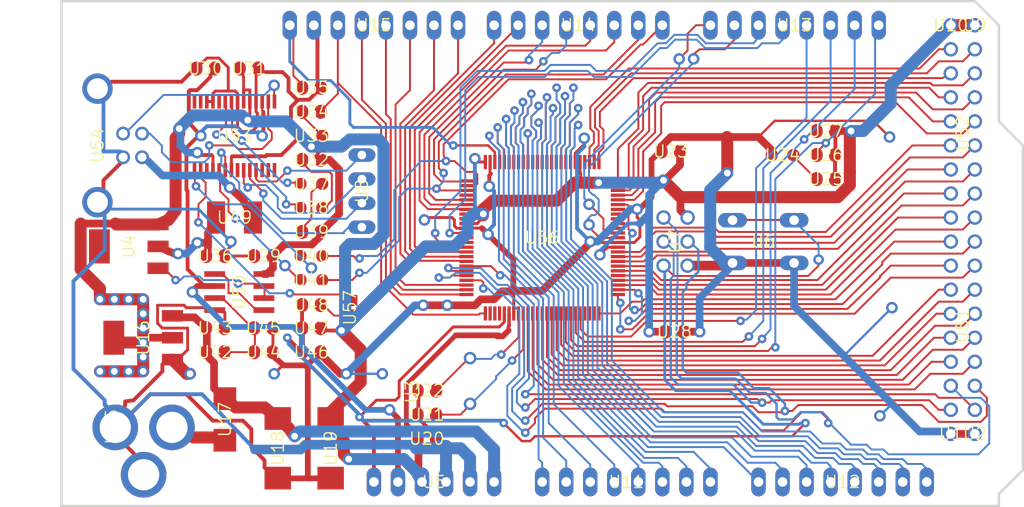
<source format=kicad_pcb>
(kicad_pcb (version 20171130) (host pcbnew "(5.1.4-0-10_14)")
  (layers (0 Top signal) (31 Bottom signal) (34 B.Paste user) (35 F.Paste user) (36 B.SilkS user) (37 F.SilkS user) (38 B.Mask user) (39 F.Mask user) (44 Edge.Cuts user))
  (net 0 "")
  (net 1 +5V)
  (net 2 GND)
  (net 3 N$6)
  (net 4 N$7)
  (net 5 AREF)
  (net 6 RESET)
  (net 7 VIN)
  (net 8 N$3)
  (net 9 PWRIN)
  (net 10 M8RXD)
  (net 11 M8TXD)
  (net 12 ADC0)
  (net 13 ADC2)
  (net 14 ADC1)
  (net 15 ADC3)
  (net 16 ADC4)
  (net 17 ADC5)
  (net 18 ADC6)
  (net 19 ADC7)
  (net 20 +3V3)
  (net 21 SDA)
  (net 22 SCL)
  (net 23 ADC9)
  (net 24 ADC8)
  (net 25 ADC10)
  (net 26 ADC11)
  (net 27 ADC12)
  (net 28 ADC13)
  (net 29 ADC14)
  (net 30 ADC15)
  (net 31 PB3)
  (net 32 PB2)
  (net 33 PB1)
  (net 34 PB5)
  (net 35 PB4)
  (net 36 PE5)
  (net 37 PE4)
  (net 38 PE3)
  (net 39 PE1)
  (net 40 PE0)
  (net 41 N$15)
  (net 42 N$53)
  (net 43 N$54)
  (net 44 N$55)
  (net 45 D-)
  (net 46 D+)
  (net 47 N$60)
  (net 48 DTR)
  (net 49 USBVCC)
  (net 50 N$2)
  (net 51 N$4)
  (net 52 GATE_CMD)
  (net 53 CMP)
  (net 54 PB6)
  (net 55 PH3)
  (net 56 PH4)
  (net 57 PH5)
  (net 58 PH6)
  (net 59 PG5)
  (net 60 RXD1)
  (net 61 TXD1)
  (net 62 RXD2)
  (net 63 RXD3)
  (net 64 TXD2)
  (net 65 TXD3)
  (net 66 PC0)
  (net 67 PC1)
  (net 68 PC2)
  (net 69 PC3)
  (net 70 PC4)
  (net 71 PC5)
  (net 72 PC6)
  (net 73 PC7)
  (net 74 PB0)
  (net 75 PG0)
  (net 76 PG1)
  (net 77 PG2)
  (net 78 PD7)
  (net 79 PA0)
  (net 80 PA1)
  (net 81 PA2)
  (net 82 PA3)
  (net 83 PA4)
  (net 84 PA5)
  (net 85 PA6)
  (net 86 PA7)
  (net 87 PL0)
  (net 88 PL1)
  (net 89 PL2)
  (net 90 PL3)
  (net 91 PL4)
  (net 92 PL5)
  (net 93 PL6)
  (net 94 PL7)
  (net 95 PB7)
  (net 96 CTS)
  (net 97 DSR)
  (net 98 DCD)
  (net 99 RI)
  (module "Arduino MEGA Reference Design:1X01" (layer Top) (at 191.6811 124.0536)
    (fp_text reference "U1" (at 0 0) (layer F.SilkS) (effects (font (size 1.27 1.27))))
    (fp_text value "" (at 0 0) (layer F.SilkS) (effects (font (size 1.27 1.27))))
    (pad 1 thru_hole circle (at 0 0) (size 1.524 1.524) (drill 1.016) (layers *.Cu *.Mask) (net 2 GND))
  )
  (module "Arduino MEGA Reference Design:1X01" (layer Top) (at 194.2211 124.0536)
    (fp_text reference "U2" (at 0 0) (layer F.SilkS) (effects (font (size 1.27 1.27))))
    (fp_text value "" (at 0 0) (layer F.SilkS) (effects (font (size 1.27 1.27))))
    (pad 1 thru_hole circle (at 0 0) (size 1.524 1.524) (drill 1.016) (layers *.Cu *.Mask) (net 2 GND))
  )
  (module "Arduino MEGA Reference Design:HC49_S" (layer Top) (at 140.8811 118.4656 90)
    (fp_text reference "U3" (at -1.1 -6.15 90) (layer F.SilkS) (effects (font (size 1.27 1.27))))
    (fp_text value "" (at -1.1 -6.15 90) (layer F.SilkS) (effects (font (size 1.27 1.27))))
    (pad 2 thru_hole circle (at 2.413 0 90) (size 1.3208 1.3208) (drill 0.8128) (layers *.Cu *.Mask) (net 4 N$7))
    (pad 1 thru_hole circle (at -2.413 0 90) (size 1.3208 1.3208) (drill 0.8128) (layers *.Cu *.Mask) (net 3 N$6))
  )
  (module "Arduino MEGA Reference Design:SOT223" (layer Top) (at 104.8131 104.2416 90)
    (fp_text reference "U4" (at 0 0 90) (layer F.SilkS) (effects (font (size 1.27 1.27))))
    (fp_text value "" (at 0 0 90) (layer F.SilkS) (effects (font (size 1.27 1.27))))
    (pad 4 smd rect (at 0 -3.099 90) (size 3.6 2.2) (layers Top F.Paste F.Mask))
    (pad 3 smd rect (at 2.3114 3.0988 90) (size 1.2192 2.2352) (layers Top F.Paste F.Mask) (net 1 +5V))
    (pad 2 smd rect (at 0 3.0988 90) (size 1.2192 2.2352) (layers Top F.Paste F.Mask) (net 49 USBVCC))
    (pad 1 smd rect (at -2.3114 3.0988 90) (size 1.2192 2.2352) (layers Top F.Paste F.Mask) (net 52 GATE_CMD))
  )
  (module "Arduino MEGA Reference Design:1X06" (layer Top) (at 137.0711 129.1336)
    (fp_text reference "U5" (at 0 0) (layer F.SilkS) (effects (font (size 1.27 1.27))))
    (fp_text value "" (at 0 0) (layer F.SilkS) (effects (font (size 1.27 1.27))))
    (pad 6 thru_hole oval (at 6.35 0 90) (size 3.048 1.524) (drill 1.016) (layers *.Cu *.Mask) (net 7 VIN))
    (pad 5 thru_hole oval (at 3.81 0 90) (size 3.048 1.524) (drill 1.016) (layers *.Cu *.Mask) (net 2 GND))
    (pad 4 thru_hole oval (at 1.27 0 90) (size 3.048 1.524) (drill 1.016) (layers *.Cu *.Mask) (net 2 GND))
    (pad 3 thru_hole oval (at -1.27 0 90) (size 3.048 1.524) (drill 1.016) (layers *.Cu *.Mask) (net 1 +5V))
    (pad 2 thru_hole oval (at -3.81 0 90) (size 3.048 1.524) (drill 1.016) (layers *.Cu *.Mask) (net 20 +3V3))
    (pad 1 thru_hole oval (at -6.35 0 90) (size 3.048 1.524) (drill 1.016) (layers *.Cu *.Mask) (net 6 RESET))
  )
  (module "Arduino MEGA Reference Design:B3F-10XX" (layer Top) (at 171.8691 103.7336 180)
    (fp_text reference "U6" (at 0 0 180) (layer F.SilkS) (effects (font (size 1.27 1.27))))
    (fp_text value "" (at 0 0 180) (layer F.SilkS) (effects (font (size 1.27 1.27))))
    (pad 4 thru_hole oval (at 3.2512 2.2606 180) (size 3.048 1.524) (drill 1.016) (layers *.Cu *.Mask) (net 6 RESET))
    (pad 2 thru_hole oval (at 3.2512 -2.2606 180) (size 3.048 1.524) (drill 1.016) (layers *.Cu *.Mask) (net 2 GND))
    (pad 3 thru_hole oval (at -3.2512 2.2606 180) (size 3.048 1.524) (drill 1.016) (layers *.Cu *.Mask) (net 6 RESET))
    (pad 1 thru_hole oval (at -3.2512 -2.2606 180) (size 3.048 1.524) (drill 1.016) (layers *.Cu *.Mask) (net 2 GND))
  )
  (module "Arduino MEGA Reference Design:2X03" (layer Top) (at 162.5981 103.7336 270)
    (fp_text reference "U7" (at 0 0 270) (layer F.SilkS) (effects (font (size 1.27 1.27))))
    (fp_text value "" (at 0 0 270) (layer F.SilkS) (effects (font (size 1.27 1.27))))
    (pad 6 thru_hole circle (at 2.54 -1.27 270) (size 1.524 1.524) (drill 1.016) (layers *.Cu *.Mask) (net 2 GND))
    (pad 5 thru_hole circle (at 2.54 1.27 270) (size 1.524 1.524) (drill 1.016) (layers *.Cu *.Mask) (net 6 RESET))
    (pad 4 thru_hole circle (at 0 -1.27 270) (size 1.524 1.524) (drill 1.016) (layers *.Cu *.Mask) (net 32 PB2))
    (pad 3 thru_hole circle (at 0 1.27 270) (size 1.524 1.524) (drill 1.016) (layers *.Cu *.Mask) (net 33 PB1))
    (pad 2 thru_hole circle (at -2.54 -1.27 270) (size 1.524 1.524) (drill 1.016) (layers *.Cu *.Mask) (net 1 +5V))
    (pad 1 thru_hole circle (at -2.54 1.27 270) (size 1.524 1.524) (drill 1.016) (layers *.Cu *.Mask) (net 31 PB3))
  )
  (module "Arduino MEGA Reference Design:JP4" (layer Top) (at 129.4511 98.3996 270)
    (fp_text reference "U8" (at 0 0 270) (layer F.SilkS) (effects (font (size 1.27 1.27))))
    (fp_text value "" (at 0 0 270) (layer F.SilkS) (effects (font (size 1.27 1.27))))
    (pad 4 thru_hole oval (at 3.81 0) (size 2.8448 1.4224) (drill 0.9144) (layers *.Cu *.Mask) (net 99 RI))
    (pad 3 thru_hole oval (at 1.27 0) (size 2.8448 1.4224) (drill 0.9144) (layers *.Cu *.Mask) (net 98 DCD))
    (pad 2 thru_hole oval (at -1.27 0) (size 2.8448 1.4224) (drill 0.9144) (layers *.Cu *.Mask) (net 97 DSR))
    (pad 1 thru_hole oval (at -3.81 0) (size 2.8448 1.4224) (drill 0.9144) (layers *.Cu *.Mask) (net 96 CTS))
  )
  (module "Arduino MEGA Reference Design:1X01" (layer Top) (at 194.2211 80.8736)
    (fp_text reference "U9" (at 0 0) (layer F.SilkS) (effects (font (size 1.27 1.27))))
    (fp_text value "" (at 0 0) (layer F.SilkS) (effects (font (size 1.27 1.27))))
    (pad 1 thru_hole circle (at 0 0) (size 1.524 1.524) (drill 1.016) (layers *.Cu *.Mask) (net 1 +5V))
  )
  (module "Arduino MEGA Reference Design:1X01" (layer Top) (at 191.6811 80.8736)
    (fp_text reference "U10" (at 0 0) (layer F.SilkS) (effects (font (size 1.27 1.27))))
    (fp_text value "" (at 0 0) (layer F.SilkS) (effects (font (size 1.27 1.27))))
    (pad 1 thru_hole circle (at 0 0) (size 1.524 1.524) (drill 1.016) (layers *.Cu *.Mask) (net 1 +5V))
  )
  (module "Arduino MEGA Reference Design:1X08" (layer Top) (at 157.3911 129.1336)
    (fp_text reference "U11" (at 0 0) (layer F.SilkS) (effects (font (size 1.27 1.27))))
    (fp_text value "" (at 0 0) (layer F.SilkS) (effects (font (size 1.27 1.27))))
    (pad 8 thru_hole oval (at 8.89 0 90) (size 3.048 1.524) (drill 1.016) (layers *.Cu *.Mask) (net 19 ADC7))
    (pad 7 thru_hole oval (at 6.35 0 90) (size 3.048 1.524) (drill 1.016) (layers *.Cu *.Mask) (net 18 ADC6))
    (pad 6 thru_hole oval (at 3.81 0 90) (size 3.048 1.524) (drill 1.016) (layers *.Cu *.Mask) (net 17 ADC5))
    (pad 5 thru_hole oval (at 1.27 0 90) (size 3.048 1.524) (drill 1.016) (layers *.Cu *.Mask) (net 16 ADC4))
    (pad 4 thru_hole oval (at -1.27 0 90) (size 3.048 1.524) (drill 1.016) (layers *.Cu *.Mask) (net 15 ADC3))
    (pad 3 thru_hole oval (at -3.81 0 90) (size 3.048 1.524) (drill 1.016) (layers *.Cu *.Mask) (net 13 ADC2))
    (pad 2 thru_hole oval (at -6.35 0 90) (size 3.048 1.524) (drill 1.016) (layers *.Cu *.Mask) (net 14 ADC1))
    (pad 1 thru_hole oval (at -8.89 0 90) (size 3.048 1.524) (drill 1.016) (layers *.Cu *.Mask) (net 12 ADC0))
  )
  (module "Arduino MEGA Reference Design:1X08" (layer Top) (at 180.2511 129.1336)
    (fp_text reference "U12" (at 0 0) (layer F.SilkS) (effects (font (size 1.27 1.27))))
    (fp_text value "" (at 0 0) (layer F.SilkS) (effects (font (size 1.27 1.27))))
    (pad 8 thru_hole oval (at 8.89 0 90) (size 3.048 1.524) (drill 1.016) (layers *.Cu *.Mask) (net 30 ADC15))
    (pad 7 thru_hole oval (at 6.35 0 90) (size 3.048 1.524) (drill 1.016) (layers *.Cu *.Mask) (net 29 ADC14))
    (pad 6 thru_hole oval (at 3.81 0 90) (size 3.048 1.524) (drill 1.016) (layers *.Cu *.Mask) (net 28 ADC13))
    (pad 5 thru_hole oval (at 1.27 0 90) (size 3.048 1.524) (drill 1.016) (layers *.Cu *.Mask) (net 27 ADC12))
    (pad 4 thru_hole oval (at -1.27 0 90) (size 3.048 1.524) (drill 1.016) (layers *.Cu *.Mask) (net 26 ADC11))
    (pad 3 thru_hole oval (at -3.81 0 90) (size 3.048 1.524) (drill 1.016) (layers *.Cu *.Mask) (net 25 ADC10))
    (pad 2 thru_hole oval (at -6.35 0 90) (size 3.048 1.524) (drill 1.016) (layers *.Cu *.Mask) (net 23 ADC9))
    (pad 1 thru_hole oval (at -8.89 0 90) (size 3.048 1.524) (drill 1.016) (layers *.Cu *.Mask) (net 24 ADC8))
  )
  (module "Arduino MEGA Reference Design:1X08" (layer Top) (at 175.1711 80.8736 180)
    (fp_text reference "U13" (at 0 0 180) (layer F.SilkS) (effects (font (size 1.27 1.27))))
    (fp_text value "" (at 0 0 180) (layer F.SilkS) (effects (font (size 1.27 1.27))))
    (pad 8 thru_hole oval (at 8.89 0 270) (size 3.048 1.524) (drill 1.016) (layers *.Cu *.Mask) (net 65 TXD3))
    (pad 7 thru_hole oval (at 6.35 0 270) (size 3.048 1.524) (drill 1.016) (layers *.Cu *.Mask) (net 63 RXD3))
    (pad 6 thru_hole oval (at 3.81 0 270) (size 3.048 1.524) (drill 1.016) (layers *.Cu *.Mask) (net 64 TXD2))
    (pad 5 thru_hole oval (at 1.27 0 270) (size 3.048 1.524) (drill 1.016) (layers *.Cu *.Mask) (net 62 RXD2))
    (pad 4 thru_hole oval (at -1.27 0 270) (size 3.048 1.524) (drill 1.016) (layers *.Cu *.Mask) (net 61 TXD1))
    (pad 3 thru_hole oval (at -3.81 0 270) (size 3.048 1.524) (drill 1.016) (layers *.Cu *.Mask) (net 60 RXD1))
    (pad 2 thru_hole oval (at -6.35 0 270) (size 3.048 1.524) (drill 1.016) (layers *.Cu *.Mask) (net 21 SDA))
    (pad 1 thru_hole oval (at -8.89 0 270) (size 3.048 1.524) (drill 1.016) (layers *.Cu *.Mask) (net 22 SCL))
  )
  (module "Arduino MEGA Reference Design:1X08" (layer Top) (at 152.3111 80.8736 180)
    (fp_text reference "U14" (at 0 0 180) (layer F.SilkS) (effects (font (size 1.27 1.27))))
    (fp_text value "" (at 0 0 180) (layer F.SilkS) (effects (font (size 1.27 1.27))))
    (pad 8 thru_hole oval (at 8.89 0 270) (size 3.048 1.524) (drill 1.016) (layers *.Cu *.Mask) (net 56 PH4))
    (pad 7 thru_hole oval (at 6.35 0 270) (size 3.048 1.524) (drill 1.016) (layers *.Cu *.Mask) (net 55 PH3))
    (pad 6 thru_hole oval (at 3.81 0 270) (size 3.048 1.524) (drill 1.016) (layers *.Cu *.Mask) (net 38 PE3))
    (pad 5 thru_hole oval (at 1.27 0 270) (size 3.048 1.524) (drill 1.016) (layers *.Cu *.Mask) (net 59 PG5))
    (pad 4 thru_hole oval (at -1.27 0 270) (size 3.048 1.524) (drill 1.016) (layers *.Cu *.Mask) (net 36 PE5))
    (pad 3 thru_hole oval (at -3.81 0 270) (size 3.048 1.524) (drill 1.016) (layers *.Cu *.Mask) (net 37 PE4))
    (pad 2 thru_hole oval (at -6.35 0 270) (size 3.048 1.524) (drill 1.016) (layers *.Cu *.Mask) (net 39 PE1))
    (pad 1 thru_hole oval (at -8.89 0 270) (size 3.048 1.524) (drill 1.016) (layers *.Cu *.Mask) (net 40 PE0))
  )
  (module "Arduino MEGA Reference Design:1X08" (layer Top) (at 130.7211 80.8736 180)
    (fp_text reference "U15" (at 0 0 180) (layer F.SilkS) (effects (font (size 1.27 1.27))))
    (fp_text value "" (at 0 0 180) (layer F.SilkS) (effects (font (size 1.27 1.27))))
    (pad 8 thru_hole oval (at 8.89 0 270) (size 3.048 1.524) (drill 1.016) (layers *.Cu *.Mask) (net 5 AREF))
    (pad 7 thru_hole oval (at 6.35 0 270) (size 3.048 1.524) (drill 1.016) (layers *.Cu *.Mask) (net 2 GND))
    (pad 6 thru_hole oval (at 3.81 0 270) (size 3.048 1.524) (drill 1.016) (layers *.Cu *.Mask) (net 95 PB7))
    (pad 5 thru_hole oval (at 1.27 0 270) (size 3.048 1.524) (drill 1.016) (layers *.Cu *.Mask) (net 54 PB6))
    (pad 4 thru_hole oval (at -1.27 0 270) (size 3.048 1.524) (drill 1.016) (layers *.Cu *.Mask) (net 34 PB5))
    (pad 3 thru_hole oval (at -3.81 0 270) (size 3.048 1.524) (drill 1.016) (layers *.Cu *.Mask) (net 35 PB4))
    (pad 2 thru_hole oval (at -6.35 0 270) (size 3.048 1.524) (drill 1.016) (layers *.Cu *.Mask) (net 58 PH6))
    (pad 1 thru_hole oval (at -8.89 0 270) (size 3.048 1.524) (drill 1.016) (layers *.Cu *.Mask) (net 57 PH5))
  )
  (module "Arduino MEGA Reference Design:SOT223" (layer Top) (at 106.3371 113.8936 90)
    (fp_text reference "U16" (at 0 0 90) (layer F.SilkS) (effects (font (size 1.27 1.27))))
    (fp_text value "" (at 0 0 90) (layer F.SilkS) (effects (font (size 1.27 1.27))))
    (pad 4 smd rect (at 0 -3.099 90) (size 3.6 2.2) (layers Top F.Paste F.Mask) (net 1 +5V))
    (pad 3 smd rect (at 2.3114 3.0988 90) (size 1.2192 2.2352) (layers Top F.Paste F.Mask) (net 7 VIN))
    (pad 2 smd rect (at 0 3.0988 90) (size 1.2192 2.2352) (layers Top F.Paste F.Mask) (net 1 +5V))
    (pad 1 smd rect (at -2.3114 3.0988 90) (size 1.2192 2.2352) (layers Top F.Paste F.Mask) (net 2 GND))
  )
  (module "Arduino MEGA Reference Design:SMB" (layer Top) (at 114.9731 122.5296 270)
    (fp_text reference "U17" (at 0 0 270) (layer F.SilkS) (effects (font (size 1.27 1.27))))
    (fp_text value "" (at 0 0 270) (layer F.SilkS) (effects (font (size 1.27 1.27))))
    (pad A smd rect (at 2.2 0 270) (size 2.4 2.4) (layers Top F.Paste F.Mask) (net 9 PWRIN))
    (pad C smd rect (at -2.2 0 270) (size 2.4 2.4) (layers Top F.Paste F.Mask) (net 7 VIN))
  )
  (module "Arduino MEGA Reference Design:SMC_D" (layer Top) (at 120.5611 125.5776 270)
    (fp_text reference "U18" (at 0 0 270) (layer F.SilkS) (effects (font (size 1.27 1.27))))
    (fp_text value "" (at 0 0 270) (layer F.SilkS) (effects (font (size 1.27 1.27))))
    (pad - smd rect (at 3.15 0 90) (size 2.4 2.8) (layers Top F.Paste F.Mask) (net 2 GND))
    (pad + smd rect (at -3.15 0 270) (size 2.4 2.8) (layers Top F.Paste F.Mask) (net 7 VIN))
  )
  (module "Arduino MEGA Reference Design:SMC_D" (layer Top) (at 126.1491 125.5776 270)
    (fp_text reference "U19" (at 0 0 270) (layer F.SilkS) (effects (font (size 1.27 1.27))))
    (fp_text value "" (at 0 0 270) (layer F.SilkS) (effects (font (size 1.27 1.27))))
    (pad - smd rect (at 3.15 0 90) (size 2.4 2.8) (layers Top F.Paste F.Mask) (net 2 GND))
    (pad + smd rect (at -3.15 0 270) (size 2.4 2.8) (layers Top F.Paste F.Mask) (net 1 +5V))
  )
  (module "Arduino MEGA Reference Design:C0805RND" (layer Top) (at 136.3091 124.5616)
    (fp_text reference "U20" (at 0 0) (layer F.SilkS) (effects (font (size 1.27 1.27))))
    (fp_text value "" (at 0 0) (layer F.SilkS) (effects (font (size 1.27 1.27))))
    (pad 2 smd roundrect (at 0.977 0) (size 1.3 1.5) (layers Top F.Paste F.Mask) (roundrect_rratio 0.5) (net 2 GND))
    (pad 1 smd roundrect (at -0.977 0) (size 1.3 1.5) (layers Top F.Paste F.Mask) (roundrect_rratio 0.5) (net 1 +5V))
  )
  (module "Arduino MEGA Reference Design:C0805RND" (layer Top) (at 136.3091 122.0216)
    (fp_text reference "U21" (at 0 0) (layer F.SilkS) (effects (font (size 1.27 1.27))))
    (fp_text value "" (at 0 0) (layer F.SilkS) (effects (font (size 1.27 1.27))))
    (pad 2 smd roundrect (at 0.977 0) (size 1.3 1.5) (layers Top F.Paste F.Mask) (roundrect_rratio 0.5) (net 3 N$6))
    (pad 1 smd roundrect (at -0.977 0) (size 1.3 1.5) (layers Top F.Paste F.Mask) (roundrect_rratio 0.5) (net 2 GND))
  )
  (module "Arduino MEGA Reference Design:C0805RND" (layer Top) (at 136.3091 119.4816)
    (fp_text reference "U22" (at 0 0) (layer F.SilkS) (effects (font (size 1.27 1.27))))
    (fp_text value "" (at 0 0) (layer F.SilkS) (effects (font (size 1.27 1.27))))
    (pad 2 smd roundrect (at 0.977 0) (size 1.3 1.5) (layers Top F.Paste F.Mask) (roundrect_rratio 0.5) (net 4 N$7))
    (pad 1 smd roundrect (at -0.977 0) (size 1.3 1.5) (layers Top F.Paste F.Mask) (roundrect_rratio 0.5) (net 2 GND))
  )
  (module "Arduino MEGA Reference Design:C0805RND" (layer Top) (at 162.0901 94.2086 180)
    (fp_text reference "U23" (at 0 0 180) (layer F.SilkS) (effects (font (size 1.27 1.27))))
    (fp_text value "" (at 0 0 180) (layer F.SilkS) (effects (font (size 1.27 1.27))))
    (pad 2 smd roundrect (at 0.977 0 180) (size 1.3 1.5) (layers Top F.Paste F.Mask) (roundrect_rratio 0.5) (net 2 GND))
    (pad 1 smd roundrect (at -0.977 0 180) (size 1.3 1.5) (layers Top F.Paste F.Mask) (roundrect_rratio 0.5) (net 1 +5V))
  )
  (module "Arduino MEGA Reference Design:0805RND" (layer Top) (at 173.9011 94.5896 180)
    (fp_text reference "U24" (at 0 0 180) (layer F.SilkS) (effects (font (size 1.27 1.27))))
    (fp_text value "" (at 0 0 180) (layer F.SilkS) (effects (font (size 1.27 1.27))))
    (pad P$2 smd roundrect (at 1.143 0 270) (size 1.27 1.27) (layers Top F.Paste F.Mask) (roundrect_rratio 0.45) (net 2 GND))
    (pad P$1 smd roundrect (at -1.143 0 270) (size 1.27 1.27) (layers Top F.Paste F.Mask) (roundrect_rratio 0.45) (net 8 N$3))
  )
  (module "Arduino MEGA Reference Design:R0805RND" (layer Top) (at 178.4731 97.1296 180)
    (fp_text reference "U25" (at 0 0 180) (layer F.SilkS) (effects (font (size 1.27 1.27))))
    (fp_text value "" (at 0 0 180) (layer F.SilkS) (effects (font (size 1.27 1.27))))
    (pad 2 smd roundrect (at 0.977 0 180) (size 1.3 1.5) (layers Top F.Paste F.Mask) (roundrect_rratio 0.5) (net 8 N$3))
    (pad 1 smd roundrect (at -0.977 0 180) (size 1.3 1.5) (layers Top F.Paste F.Mask) (roundrect_rratio 0.5) (net 1 +5V))
  )
  (module "Arduino MEGA Reference Design:R0805RND" (layer Top) (at 178.4731 94.5896 180)
    (fp_text reference "U26" (at 0 0 180) (layer F.SilkS) (effects (font (size 1.27 1.27))))
    (fp_text value "" (at 0 0 180) (layer F.SilkS) (effects (font (size 1.27 1.27))))
    (pad 2 smd roundrect (at 0.977 0 180) (size 1.3 1.5) (layers Top F.Paste F.Mask) (roundrect_rratio 0.5) (net 22 SCL))
    (pad 1 smd roundrect (at -0.977 0 180) (size 1.3 1.5) (layers Top F.Paste F.Mask) (roundrect_rratio 0.5) (net 1 +5V))
  )
  (module "Arduino MEGA Reference Design:R0805RND" (layer Top) (at 178.4731 92.0496 180)
    (fp_text reference "U27" (at 0 0 180) (layer F.SilkS) (effects (font (size 1.27 1.27))))
    (fp_text value "" (at 0 0 180) (layer F.SilkS) (effects (font (size 1.27 1.27))))
    (pad 2 smd roundrect (at 0.977 0 180) (size 1.3 1.5) (layers Top F.Paste F.Mask) (roundrect_rratio 0.5) (net 21 SDA))
    (pad 1 smd roundrect (at -0.977 0 180) (size 1.3 1.5) (layers Top F.Paste F.Mask) (roundrect_rratio 0.5) (net 1 +5V))
  )
  (module "Arduino MEGA Reference Design:C0805RND" (layer Top) (at 162.4711 113.2586)
    (fp_text reference "U28" (at 0 0) (layer F.SilkS) (effects (font (size 1.27 1.27))))
    (fp_text value "" (at 0 0) (layer F.SilkS) (effects (font (size 1.27 1.27))))
    (pad 2 smd roundrect (at 0.977 0) (size 1.3 1.5) (layers Top F.Paste F.Mask) (roundrect_rratio 0.5) (net 2 GND))
    (pad 1 smd roundrect (at -0.977 0) (size 1.3 1.5) (layers Top F.Paste F.Mask) (roundrect_rratio 0.5) (net 1 +5V))
  )
  (module "Arduino MEGA Reference Design:C0805RND" (layer Top) (at 119.0371 105.2576)
    (fp_text reference "U29" (at 0 0) (layer F.SilkS) (effects (font (size 1.27 1.27))))
    (fp_text value "" (at 0 0) (layer F.SilkS) (effects (font (size 1.27 1.27))))
    (pad 2 smd roundrect (at 0.977 0) (size 1.3 1.5) (layers Top F.Paste F.Mask) (roundrect_rratio 0.5) (net 1 +5V))
    (pad 1 smd roundrect (at -0.977 0) (size 1.3 1.5) (layers Top F.Paste F.Mask) (roundrect_rratio 0.5) (net 2 GND))
  )
  (module "Arduino MEGA Reference Design:C0805RND" (layer Top) (at 112.9411 85.4456)
    (fp_text reference "U30" (at 0 0) (layer F.SilkS) (effects (font (size 1.27 1.27))))
    (fp_text value "" (at 0 0) (layer F.SilkS) (effects (font (size 1.27 1.27))))
    (pad 2 smd roundrect (at 0.977 0) (size 1.3 1.5) (layers Top F.Paste F.Mask) (roundrect_rratio 0.5) (net 20 +3V3))
    (pad 1 smd roundrect (at -0.977 0) (size 1.3 1.5) (layers Top F.Paste F.Mask) (roundrect_rratio 0.5) (net 2 GND))
  )
  (module "Arduino MEGA Reference Design:C0805RND" (layer Top) (at 117.5131 85.4456)
    (fp_text reference "U31" (at 0 0) (layer F.SilkS) (effects (font (size 1.27 1.27))))
    (fp_text value "" (at 0 0) (layer F.SilkS) (effects (font (size 1.27 1.27))))
    (pad 2 smd roundrect (at 0.977 0) (size 1.3 1.5) (layers Top F.Paste F.Mask) (roundrect_rratio 0.5) (net 2 GND))
    (pad 1 smd roundrect (at -0.977 0) (size 1.3 1.5) (layers Top F.Paste F.Mask) (roundrect_rratio 0.5) (net 1 +5V))
  )
  (module "Arduino MEGA Reference Design:R0805RND" (layer Top) (at 124.1171 95.0976)
    (fp_text reference "U32" (at 0 0) (layer F.SilkS) (effects (font (size 1.27 1.27))))
    (fp_text value "" (at 0 0) (layer F.SilkS) (effects (font (size 1.27 1.27))))
    (pad 2 smd roundrect (at 0.977 0) (size 1.3 1.5) (layers Top F.Paste F.Mask) (roundrect_rratio 0.5) (net 1 +5V))
    (pad 1 smd roundrect (at -0.977 0) (size 1.3 1.5) (layers Top F.Paste F.Mask) (roundrect_rratio 0.5) (net 43 N$54))
  )
  (module "Arduino MEGA Reference Design:0805RND" (layer Top) (at 124.1171 92.5576 180)
    (fp_text reference "U33" (at 0 0 180) (layer F.SilkS) (effects (font (size 1.27 1.27))))
    (fp_text value "" (at 0 0 180) (layer F.SilkS) (effects (font (size 1.27 1.27))))
    (pad P$2 smd roundrect (at 1.143 0 270) (size 1.27 1.27) (layers Top F.Paste F.Mask) (roundrect_rratio 0.45) (net 2 GND))
    (pad P$1 smd roundrect (at -1.143 0 270) (size 1.27 1.27) (layers Top F.Paste F.Mask) (roundrect_rratio 0.45) (net 50 N$2))
  )
  (module "Arduino MEGA Reference Design:R0805RND" (layer Top) (at 124.1171 90.0176 180)
    (fp_text reference "U34" (at 0 0 180) (layer F.SilkS) (effects (font (size 1.27 1.27))))
    (fp_text value "" (at 0 0 180) (layer F.SilkS) (effects (font (size 1.27 1.27))))
    (pad 2 smd roundrect (at 0.977 0 180) (size 1.3 1.5) (layers Top F.Paste F.Mask) (roundrect_rratio 0.5) (net 50 N$2))
    (pad 1 smd roundrect (at -0.977 0 180) (size 1.3 1.5) (layers Top F.Paste F.Mask) (roundrect_rratio 0.5) (net 95 PB7))
  )
  (module "Arduino MEGA Reference Design:C0805RND" (layer Top) (at 124.1171 87.4776)
    (fp_text reference "U35" (at 0 0) (layer F.SilkS) (effects (font (size 1.27 1.27))))
    (fp_text value "" (at 0 0) (layer F.SilkS) (effects (font (size 1.27 1.27))))
    (pad 2 smd roundrect (at 0.977 0) (size 1.3 1.5) (layers Top F.Paste F.Mask) (roundrect_rratio 0.5) (net 2 GND))
    (pad 1 smd roundrect (at -0.977 0) (size 1.3 1.5) (layers Top F.Paste F.Mask) (roundrect_rratio 0.5) (net 5 AREF))
  )
  (module "Arduino MEGA Reference Design:C0805RND" (layer Top) (at 113.9571 105.2576)
    (fp_text reference "U36" (at 0 0) (layer F.SilkS) (effects (font (size 1.27 1.27))))
    (fp_text value "" (at 0 0) (layer F.SilkS) (effects (font (size 1.27 1.27))))
    (pad 2 smd roundrect (at 0.977 0) (size 1.3 1.5) (layers Top F.Paste F.Mask) (roundrect_rratio 0.5) (net 2 GND))
    (pad 1 smd roundrect (at -0.977 0) (size 1.3 1.5) (layers Top F.Paste F.Mask) (roundrect_rratio 0.5) (net 49 USBVCC))
  )
  (module "Arduino MEGA Reference Design:0805RND" (layer Top) (at 124.1171 97.6376 180)
    (fp_text reference "U37" (at 0 0 180) (layer F.SilkS) (effects (font (size 1.27 1.27))))
    (fp_text value "" (at 0 0 180) (layer F.SilkS) (effects (font (size 1.27 1.27))))
    (pad P$2 smd roundrect (at 1.143 0 270) (size 1.27 1.27) (layers Top F.Paste F.Mask) (roundrect_rratio 0.45) (net 42 N$53))
    (pad P$1 smd roundrect (at -1.143 0 270) (size 1.27 1.27) (layers Top F.Paste F.Mask) (roundrect_rratio 0.45) (net 44 N$55))
  )
  (module "Arduino MEGA Reference Design:0805RND" (layer Top) (at 124.1171 100.1776 180)
    (fp_text reference "U38" (at 0 0 180) (layer F.SilkS) (effects (font (size 1.27 1.27))))
    (fp_text value "" (at 0 0 180) (layer F.SilkS) (effects (font (size 1.27 1.27))))
    (pad P$2 smd roundrect (at 1.143 0 270) (size 1.27 1.27) (layers Top F.Paste F.Mask) (roundrect_rratio 0.45) (net 41 N$15))
    (pad P$1 smd roundrect (at -1.143 0 270) (size 1.27 1.27) (layers Top F.Paste F.Mask) (roundrect_rratio 0.45) (net 43 N$54))
  )
  (module "Arduino MEGA Reference Design:R0805RND" (layer Top) (at 124.1171 102.7176)
    (fp_text reference "U39" (at 0 0) (layer F.SilkS) (effects (font (size 1.27 1.27))))
    (fp_text value "" (at 0 0) (layer F.SilkS) (effects (font (size 1.27 1.27))))
    (pad 2 smd roundrect (at 0.977 0) (size 1.3 1.5) (layers Top F.Paste F.Mask) (roundrect_rratio 0.5) (net 1 +5V))
    (pad 1 smd roundrect (at -0.977 0) (size 1.3 1.5) (layers Top F.Paste F.Mask) (roundrect_rratio 0.5) (net 44 N$55))
  )
  (module "Arduino MEGA Reference Design:RCL_0805RND" (layer Top) (at 124.1171 105.2576)
    (fp_text reference "U40" (at 0 0) (layer F.SilkS) (effects (font (size 1.27 1.27))))
    (fp_text value "" (at 0 0) (layer F.SilkS) (effects (font (size 1.27 1.27))))
    (pad P$2 smd roundrect (at 1.143 0 90) (size 1.27 1.27) (layers Top F.Paste F.Mask) (roundrect_rratio 0.45) (net 40 PE0))
    (pad P$1 smd roundrect (at -1.143 0 90) (size 1.27 1.27) (layers Top F.Paste F.Mask) (roundrect_rratio 0.45) (net 10 M8RXD))
  )
  (module "Arduino MEGA Reference Design:RCL_0805RND" (layer Top) (at 124.1171 107.7976)
    (fp_text reference "U41" (at 0 0) (layer F.SilkS) (effects (font (size 1.27 1.27))))
    (fp_text value "" (at 0 0) (layer F.SilkS) (effects (font (size 1.27 1.27))))
    (pad P$2 smd roundrect (at 1.143 0 90) (size 1.27 1.27) (layers Top F.Paste F.Mask) (roundrect_rratio 0.45) (net 39 PE1))
    (pad P$1 smd roundrect (at -1.143 0 90) (size 1.27 1.27) (layers Top F.Paste F.Mask) (roundrect_rratio 0.45) (net 11 M8TXD))
  )
  (module "Arduino MEGA Reference Design:R0805RND" (layer Top) (at 113.9571 115.4176 180)
    (fp_text reference "U42" (at 0 0 180) (layer F.SilkS) (effects (font (size 1.27 1.27))))
    (fp_text value "" (at 0 0 180) (layer F.SilkS) (effects (font (size 1.27 1.27))))
    (pad 2 smd roundrect (at 0.977 0 180) (size 1.3 1.5) (layers Top F.Paste F.Mask) (roundrect_rratio 0.5) (net 7 VIN))
    (pad 1 smd roundrect (at -0.977 0 180) (size 1.3 1.5) (layers Top F.Paste F.Mask) (roundrect_rratio 0.5) (net 53 CMP))
  )
  (module "Arduino MEGA Reference Design:C0805RND" (layer Top) (at 113.9571 112.8776)
    (fp_text reference "U43" (at 0 0) (layer F.SilkS) (effects (font (size 1.27 1.27))))
    (fp_text value "" (at 0 0) (layer F.SilkS) (effects (font (size 1.27 1.27))))
    (pad 2 smd roundrect (at 0.977 0) (size 1.3 1.5) (layers Top F.Paste F.Mask) (roundrect_rratio 0.5) (net 2 GND))
    (pad 1 smd roundrect (at -0.977 0) (size 1.3 1.5) (layers Top F.Paste F.Mask) (roundrect_rratio 0.5) (net 7 VIN))
  )
  (module "Arduino MEGA Reference Design:C0805RND" (layer Top) (at 119.0371 115.4176 180)
    (fp_text reference "U44" (at 0 0 180) (layer F.SilkS) (effects (font (size 1.27 1.27))))
    (fp_text value "" (at 0 0 180) (layer F.SilkS) (effects (font (size 1.27 1.27))))
    (pad 2 smd roundrect (at 0.977 0 180) (size 1.3 1.5) (layers Top F.Paste F.Mask) (roundrect_rratio 0.5) (net 53 CMP))
    (pad 1 smd roundrect (at -0.977 0 180) (size 1.3 1.5) (layers Top F.Paste F.Mask) (roundrect_rratio 0.5) (net 2 GND))
  )
  (module "Arduino MEGA Reference Design:R0805RND" (layer Top) (at 119.0371 112.8776 180)
    (fp_text reference "U45" (at 0 0 180) (layer F.SilkS) (effects (font (size 1.27 1.27))))
    (fp_text value "" (at 0 0 180) (layer F.SilkS) (effects (font (size 1.27 1.27))))
    (pad 2 smd roundrect (at 0.977 0 180) (size 1.3 1.5) (layers Top F.Paste F.Mask) (roundrect_rratio 0.5) (net 53 CMP))
    (pad 1 smd roundrect (at -0.977 0 180) (size 1.3 1.5) (layers Top F.Paste F.Mask) (roundrect_rratio 0.5) (net 2 GND))
  )
  (module "Arduino MEGA Reference Design:C0805RND" (layer Top) (at 124.1171 115.4176)
    (fp_text reference "U46" (at 0 0) (layer F.SilkS) (effects (font (size 1.27 1.27))))
    (fp_text value "" (at 0 0) (layer F.SilkS) (effects (font (size 1.27 1.27))))
    (pad 2 smd roundrect (at 0.977 0) (size 1.3 1.5) (layers Top F.Paste F.Mask) (roundrect_rratio 0.5) (net 2 GND))
    (pad 1 smd roundrect (at -0.977 0) (size 1.3 1.5) (layers Top F.Paste F.Mask) (roundrect_rratio 0.5) (net 6 RESET))
  )
  (module "Arduino MEGA Reference Design:R0805RND" (layer Top) (at 124.1171 112.8776)
    (fp_text reference "U47" (at 0 0) (layer F.SilkS) (effects (font (size 1.27 1.27))))
    (fp_text value "" (at 0 0) (layer F.SilkS) (effects (font (size 1.27 1.27))))
    (pad 2 smd roundrect (at 0.977 0) (size 1.3 1.5) (layers Top F.Paste F.Mask) (roundrect_rratio 0.5) (net 1 +5V))
    (pad 1 smd roundrect (at -0.977 0) (size 1.3 1.5) (layers Top F.Paste F.Mask) (roundrect_rratio 0.5) (net 6 RESET))
  )
  (module "Arduino MEGA Reference Design:C0805RND" (layer Top) (at 124.1171 110.4392 180)
    (fp_text reference "U48" (at 0 0 180) (layer F.SilkS) (effects (font (size 1.27 1.27))))
    (fp_text value "" (at 0 0 180) (layer F.SilkS) (effects (font (size 1.27 1.27))))
    (pad 2 smd roundrect (at 0.977 0 180) (size 1.3 1.5) (layers Top F.Paste F.Mask) (roundrect_rratio 0.5) (net 6 RESET))
    (pad 1 smd roundrect (at -0.977 0 180) (size 1.3 1.5) (layers Top F.Paste F.Mask) (roundrect_rratio 0.5) (net 48 DTR))
  )
  (module "Arduino MEGA Reference Design:L1812" (layer Top) (at 115.9891 101.1936)
    (fp_text reference "U49" (at 0 0) (layer F.SilkS) (effects (font (size 1.27 1.27))))
    (fp_text value "" (at 0 0) (layer F.SilkS) (effects (font (size 1.27 1.27))))
    (pad 2 smd rect (at 1.95 0) (size 1.9 3.4) (layers Top F.Paste F.Mask) (net 47 N$60))
    (pad 1 smd rect (at -1.95 0) (size 1.9 3.4) (layers Top F.Paste F.Mask) (net 49 USBVCC))
  )
  (module "Arduino MEGA Reference Design:SO08" (layer Top) (at 116.4971 109.0676 270)
    (fp_text reference "U50" (at 0 0 270) (layer F.SilkS) (effects (font (size 1.27 1.27))))
    (fp_text value "" (at 0 0 270) (layer F.SilkS) (effects (font (size 1.27 1.27))))
    (pad 5 smd rect (at 1.905 -2.6 270) (size 0.6 2.2) (layers Top F.Paste F.Mask) (net 51 N$4))
    (pad 6 smd rect (at 0.635 -2.6 270) (size 0.6 2.2) (layers Top F.Paste F.Mask) (net 52 GATE_CMD))
    (pad 8 smd rect (at -1.905 -2.6 270) (size 0.6 2.2) (layers Top F.Paste F.Mask) (net 1 +5V))
    (pad 4 smd rect (at 1.905 2.6 270) (size 0.6 2.2) (layers Top F.Paste F.Mask) (net 2 GND))
    (pad 3 smd rect (at 0.635 2.6 270) (size 0.6 2.2) (layers Top F.Paste F.Mask) (net 53 CMP))
    (pad 1 smd rect (at -1.905 2.6 270) (size 0.6 2.2) (layers Top F.Paste F.Mask) (net 51 N$4))
    (pad 7 smd rect (at -0.635 -2.6 270) (size 0.6 2.2) (layers Top F.Paste F.Mask) (net 52 GATE_CMD))
    (pad 2 smd rect (at -0.635 2.6 270) (size 0.6 2.2) (layers Top F.Paste F.Mask) (net 20 +3V3))
  )
  (module "Arduino MEGA Reference Design:2X08" (layer Top) (at 192.9511 112.6236 90)
    (fp_text reference "U51" (at 0 0 90) (layer F.SilkS) (effects (font (size 1.27 1.27))))
    (fp_text value "" (at 0 0 90) (layer F.SilkS) (effects (font (size 1.27 1.27))))
    (pad 16 thru_hole circle (at 8.89 -1.27 90) (size 1.524 1.524) (drill 1.016) (layers *.Cu *.Mask) (net 78 PD7))
    (pad 15 thru_hole circle (at 8.89 1.27 90) (size 1.524 1.524) (drill 1.016) (layers *.Cu *.Mask) (net 77 PG2))
    (pad 14 thru_hole circle (at 6.35 -1.27 90) (size 1.524 1.524) (drill 1.016) (layers *.Cu *.Mask) (net 76 PG1))
    (pad 13 thru_hole circle (at 6.35 1.27 90) (size 1.524 1.524) (drill 1.016) (layers *.Cu *.Mask) (net 75 PG0))
    (pad 12 thru_hole circle (at 3.81 -1.27 90) (size 1.524 1.524) (drill 1.016) (layers *.Cu *.Mask) (net 94 PL7))
    (pad 11 thru_hole circle (at 3.81 1.27 90) (size 1.524 1.524) (drill 1.016) (layers *.Cu *.Mask) (net 93 PL6))
    (pad 10 thru_hole circle (at 1.27 -1.27 90) (size 1.524 1.524) (drill 1.016) (layers *.Cu *.Mask) (net 92 PL5))
    (pad 9 thru_hole circle (at 1.27 1.27 90) (size 1.524 1.524) (drill 1.016) (layers *.Cu *.Mask) (net 91 PL4))
    (pad 8 thru_hole circle (at -1.27 -1.27 90) (size 1.524 1.524) (drill 1.016) (layers *.Cu *.Mask) (net 90 PL3))
    (pad 7 thru_hole circle (at -1.27 1.27 90) (size 1.524 1.524) (drill 1.016) (layers *.Cu *.Mask) (net 89 PL2))
    (pad 6 thru_hole circle (at -3.81 -1.27 90) (size 1.524 1.524) (drill 1.016) (layers *.Cu *.Mask) (net 88 PL1))
    (pad 5 thru_hole circle (at -3.81 1.27 90) (size 1.524 1.524) (drill 1.016) (layers *.Cu *.Mask) (net 87 PL0))
    (pad 4 thru_hole circle (at -6.35 -1.27 90) (size 1.524 1.524) (drill 1.016) (layers *.Cu *.Mask) (net 31 PB3))
    (pad 3 thru_hole circle (at -6.35 1.27 90) (size 1.524 1.524) (drill 1.016) (layers *.Cu *.Mask) (net 32 PB2))
    (pad 2 thru_hole circle (at -8.89 -1.27 90) (size 1.524 1.524) (drill 1.016) (layers *.Cu *.Mask) (net 33 PB1))
    (pad 1 thru_hole circle (at -8.89 1.27 90) (size 1.524 1.524) (drill 1.016) (layers *.Cu *.Mask) (net 74 PB0))
  )
  (module "Arduino MEGA Reference Design:2X08" (layer Top) (at 192.9511 92.3036 90)
    (fp_text reference "U52" (at 0 0 90) (layer F.SilkS) (effects (font (size 1.27 1.27))))
    (fp_text value "" (at 0 0 90) (layer F.SilkS) (effects (font (size 1.27 1.27))))
    (pad 16 thru_hole circle (at 8.89 -1.27 90) (size 1.524 1.524) (drill 1.016) (layers *.Cu *.Mask) (net 79 PA0))
    (pad 15 thru_hole circle (at 8.89 1.27 90) (size 1.524 1.524) (drill 1.016) (layers *.Cu *.Mask) (net 80 PA1))
    (pad 14 thru_hole circle (at 6.35 -1.27 90) (size 1.524 1.524) (drill 1.016) (layers *.Cu *.Mask) (net 81 PA2))
    (pad 13 thru_hole circle (at 6.35 1.27 90) (size 1.524 1.524) (drill 1.016) (layers *.Cu *.Mask) (net 82 PA3))
    (pad 12 thru_hole circle (at 3.81 -1.27 90) (size 1.524 1.524) (drill 1.016) (layers *.Cu *.Mask) (net 83 PA4))
    (pad 11 thru_hole circle (at 3.81 1.27 90) (size 1.524 1.524) (drill 1.016) (layers *.Cu *.Mask) (net 84 PA5))
    (pad 10 thru_hole circle (at 1.27 -1.27 90) (size 1.524 1.524) (drill 1.016) (layers *.Cu *.Mask) (net 85 PA6))
    (pad 9 thru_hole circle (at 1.27 1.27 90) (size 1.524 1.524) (drill 1.016) (layers *.Cu *.Mask) (net 86 PA7))
    (pad 8 thru_hole circle (at -1.27 -1.27 90) (size 1.524 1.524) (drill 1.016) (layers *.Cu *.Mask) (net 73 PC7))
    (pad 7 thru_hole circle (at -1.27 1.27 90) (size 1.524 1.524) (drill 1.016) (layers *.Cu *.Mask) (net 72 PC6))
    (pad 6 thru_hole circle (at -3.81 -1.27 90) (size 1.524 1.524) (drill 1.016) (layers *.Cu *.Mask) (net 71 PC5))
    (pad 5 thru_hole circle (at -3.81 1.27 90) (size 1.524 1.524) (drill 1.016) (layers *.Cu *.Mask) (net 70 PC4))
    (pad 4 thru_hole circle (at -6.35 -1.27 90) (size 1.524 1.524) (drill 1.016) (layers *.Cu *.Mask) (net 69 PC3))
    (pad 3 thru_hole circle (at -6.35 1.27 90) (size 1.524 1.524) (drill 1.016) (layers *.Cu *.Mask) (net 68 PC2))
    (pad 2 thru_hole circle (at -8.89 -1.27 90) (size 1.524 1.524) (drill 1.016) (layers *.Cu *.Mask) (net 67 PC1))
    (pad 1 thru_hole circle (at -8.89 1.27 90) (size 1.524 1.524) (drill 1.016) (layers *.Cu *.Mask) (net 66 PC0))
  )
  (module "Arduino MEGA Reference Design:SSOP28" (layer Top) (at 115.9891 92.5576)
    (fp_text reference "U53" (at 0 0) (layer F.SilkS) (effects (font (size 1.27 1.27))))
    (fp_text value "" (at 0 0) (layer F.SilkS) (effects (font (size 1.27 1.27))))
    (pad 28 smd roundrect (at -4.225 -3.625) (size 0.381 1.4986) (layers Top F.Paste F.Mask) (roundrect_rratio 0.1))
    (pad 27 smd roundrect (at -3.575 -3.625) (size 0.381 1.4986) (layers Top F.Paste F.Mask) (roundrect_rratio 0.1))
    (pad 26 smd roundrect (at -2.925 -3.625) (size 0.381 1.4986) (layers Top F.Paste F.Mask) (roundrect_rratio 0.1) (net 2 GND))
    (pad 25 smd roundrect (at -2.275 -3.625) (size 0.381 1.4986) (layers Top F.Paste F.Mask) (roundrect_rratio 0.1) (net 2 GND))
    (pad 24 smd roundrect (at -1.625 -3.625) (size 0.381 1.4986) (layers Top F.Paste F.Mask) (roundrect_rratio 0.1))
    (pad 23 smd roundrect (at -0.975 -3.625) (size 0.381 1.4986) (layers Top F.Paste F.Mask) (roundrect_rratio 0.1) (net 41 N$15))
    (pad 22 smd roundrect (at -0.325 -3.625) (size 0.381 1.4986) (layers Top F.Paste F.Mask) (roundrect_rratio 0.1) (net 42 N$53))
    (pad 21 smd roundrect (at 0.325 -3.625) (size 0.381 1.4986) (layers Top F.Paste F.Mask) (roundrect_rratio 0.1) (net 2 GND))
    (pad 20 smd roundrect (at 0.975 -3.625) (size 0.381 1.4986) (layers Top F.Paste F.Mask) (roundrect_rratio 0.1) (net 1 +5V))
    (pad 19 smd roundrect (at 1.625 -3.625) (size 0.381 1.4986) (layers Top F.Paste F.Mask) (roundrect_rratio 0.1) (net 1 +5V))
    (pad 18 smd roundrect (at 2.275 -3.625) (size 0.381 1.4986) (layers Top F.Paste F.Mask) (roundrect_rratio 0.1) (net 2 GND))
    (pad 17 smd roundrect (at 2.925 -3.625) (size 0.381 1.4986) (layers Top F.Paste F.Mask) (roundrect_rratio 0.1) (net 20 +3V3))
    (pad 16 smd roundrect (at 3.575 -3.625) (size 0.381 1.4986) (layers Top F.Paste F.Mask) (roundrect_rratio 0.1) (net 45 D-))
    (pad 15 smd roundrect (at 4.225 -3.625) (size 0.381 1.4986) (layers Top F.Paste F.Mask) (roundrect_rratio 0.1) (net 46 D+))
    (pad 14 smd roundrect (at 4.225 3.625) (size 0.381 1.4986) (layers Top F.Paste F.Mask) (roundrect_rratio 0.1))
    (pad 13 smd roundrect (at 3.575 3.625) (size 0.381 1.4986) (layers Top F.Paste F.Mask) (roundrect_rratio 0.1))
    (pad 12 smd roundrect (at 2.925 3.625) (size 0.381 1.4986) (layers Top F.Paste F.Mask) (roundrect_rratio 0.1))
    (pad 11 smd roundrect (at 2.275 3.625) (size 0.381 1.4986) (layers Top F.Paste F.Mask) (roundrect_rratio 0.1) (net 96 CTS))
    (pad 10 smd roundrect (at 1.625 3.625) (size 0.381 1.4986) (layers Top F.Paste F.Mask) (roundrect_rratio 0.1) (net 98 DCD))
    (pad 9 smd roundrect (at 0.975 3.625) (size 0.381 1.4986) (layers Top F.Paste F.Mask) (roundrect_rratio 0.1) (net 97 DSR))
    (pad 8 smd roundrect (at 0.325 3.625) (size 0.381 1.4986) (layers Top F.Paste F.Mask) (roundrect_rratio 0.1))
    (pad 7 smd roundrect (at -0.325 3.625) (size 0.381 1.4986) (layers Top F.Paste F.Mask) (roundrect_rratio 0.1) (net 2 GND))
    (pad 6 smd roundrect (at -0.975 3.625) (size 0.381 1.4986) (layers Top F.Paste F.Mask) (roundrect_rratio 0.1) (net 99 RI))
    (pad 5 smd roundrect (at -1.625 3.625) (size 0.381 1.4986) (layers Top F.Paste F.Mask) (roundrect_rratio 0.1) (net 11 M8TXD))
    (pad 4 smd roundrect (at -2.275 3.625) (size 0.381 1.4986) (layers Top F.Paste F.Mask) (roundrect_rratio 0.1) (net 1 +5V))
    (pad 3 smd roundrect (at -2.925 3.625) (size 0.381 1.4986) (layers Top F.Paste F.Mask) (roundrect_rratio 0.1))
    (pad 2 smd roundrect (at -3.575 3.625) (size 0.381 1.4986) (layers Top F.Paste F.Mask) (roundrect_rratio 0.1) (net 48 DTR))
    (pad 1 smd roundrect (at -4.225 3.625) (size 0.381 1.4986) (layers Top F.Paste F.Mask) (roundrect_rratio 0.1) (net 10 M8RXD))
  )
  (module "Arduino MEGA Reference Design:PN61729" (layer Top) (at 101.5111 93.5736 270)
    (fp_text reference "U54" (at 0 0 270) (layer F.SilkS) (effects (font (size 1.27 1.27))))
    (fp_text value "" (at 0 0 270) (layer F.SilkS) (effects (font (size 1.27 1.27))))
    (pad P$2 thru_hole circle (at 6 0 270) (size 3.216 3.216) (drill 2.2) (layers *.Cu *.Mask) (net 2 GND))
    (pad P$1 thru_hole circle (at -6 0 270) (size 3.216 3.216) (drill 2.2) (layers *.Cu *.Mask) (net 2 GND))
    (pad 4 thru_hole circle (at 1.25 -2.71 270) (size 1.458 1.458) (drill 0.95) (layers *.Cu *.Mask) (net 2 GND))
    (pad 3 thru_hole circle (at -1.25 -2.71 270) (size 1.458 1.458) (drill 0.95) (layers *.Cu *.Mask) (net 46 D+))
    (pad 2 thru_hole circle (at -1.25 -4.71 270) (size 1.458 1.458) (drill 0.95) (layers *.Cu *.Mask) (net 45 D-))
    (pad 1 thru_hole circle (at 1.25 -4.71 270) (size 1.458 1.458) (drill 0.95) (layers *.Cu *.Mask) (net 47 N$60))
  )
  (module "Arduino MEGA Reference Design:DC-21MM" (layer Top) (at 103.0351 123.2916 90)
    (fp_text reference "U55" (at 0 0 90) (layer F.SilkS) (effects (font (size 1.27 1.27))))
    (fp_text value "" (at 0 0 90) (layer F.SilkS) (effects (font (size 1.27 1.27))))
    (pad 3 thru_hole circle (at -0.0762 0.3556 90) (size 4.826 4.826) (drill 3.302) (layers *.Cu *.Mask) (net 2 GND))
    (pad 2 thru_hole circle (at -0.0762 6.35 90) (size 4.826 4.826) (drill 3.302) (layers *.Cu *.Mask) (net 9 PWRIN))
    (pad 1 thru_hole circle (at -5.08 3.3528 90) (size 4.826 4.826) (drill 3.302) (layers *.Cu *.Mask) (net 2 GND))
  )
  (module "Arduino MEGA Reference Design:TQFP100" (layer Top) (at 148.5011 103.3272)
    (fp_text reference "U56" (at 0 0) (layer F.SilkS) (effects (font (size 1.27 1.27))))
    (fp_text value "" (at 0 0) (layer F.SilkS) (effects (font (size 1.27 1.27))))
    (pad 100 smd rect (at -6 -8) (size 0.35 1.5) (layers Top F.Paste F.Mask) (net 1 +5V))
    (pad 99 smd rect (at -5.5 -8) (size 0.35 1.5) (layers Top F.Paste F.Mask) (net 2 GND))
    (pad 98 smd rect (at -5 -8) (size 0.35 1.5) (layers Top F.Paste F.Mask) (net 5 AREF))
    (pad 97 smd rect (at -4.5 -8) (size 0.35 1.5) (layers Top F.Paste F.Mask) (net 12 ADC0))
    (pad 96 smd rect (at -4 -8) (size 0.35 1.5) (layers Top F.Paste F.Mask) (net 14 ADC1))
    (pad 95 smd rect (at -3.5 -8) (size 0.35 1.5) (layers Top F.Paste F.Mask) (net 13 ADC2))
    (pad 94 smd rect (at -3 -8) (size 0.35 1.5) (layers Top F.Paste F.Mask) (net 15 ADC3))
    (pad 93 smd rect (at -2.5 -8) (size 0.35 1.5) (layers Top F.Paste F.Mask) (net 16 ADC4))
    (pad 92 smd rect (at -2 -8) (size 0.35 1.5) (layers Top F.Paste F.Mask) (net 17 ADC5))
    (pad 91 smd rect (at -1.5 -8) (size 0.35 1.5) (layers Top F.Paste F.Mask) (net 18 ADC6))
    (pad 90 smd rect (at -1 -8) (size 0.35 1.5) (layers Top F.Paste F.Mask) (net 19 ADC7))
    (pad 89 smd rect (at -0.5 -8) (size 0.35 1.5) (layers Top F.Paste F.Mask) (net 24 ADC8))
    (pad 88 smd rect (at 0 -8) (size 0.35 1.5) (layers Top F.Paste F.Mask) (net 23 ADC9))
    (pad 87 smd rect (at 0.5 -8) (size 0.35 1.5) (layers Top F.Paste F.Mask) (net 25 ADC10))
    (pad 86 smd rect (at 1 -8) (size 0.35 1.5) (layers Top F.Paste F.Mask) (net 26 ADC11))
    (pad 85 smd rect (at 1.5 -8) (size 0.35 1.5) (layers Top F.Paste F.Mask) (net 27 ADC12))
    (pad 84 smd rect (at 2 -8) (size 0.35 1.5) (layers Top F.Paste F.Mask) (net 28 ADC13))
    (pad 83 smd rect (at 2.5 -8) (size 0.35 1.5) (layers Top F.Paste F.Mask) (net 29 ADC14))
    (pad 82 smd rect (at 3 -8) (size 0.35 1.5) (layers Top F.Paste F.Mask) (net 30 ADC15))
    (pad 81 smd rect (at 3.5 -8) (size 0.35 1.5) (layers Top F.Paste F.Mask) (net 2 GND))
    (pad 80 smd rect (at 4 -8) (size 0.35 1.5) (layers Top F.Paste F.Mask) (net 1 +5V))
    (pad 79 smd rect (at 4.5 -8) (size 0.35 1.5) (layers Top F.Paste F.Mask))
    (pad 78 smd rect (at 5 -8) (size 0.35 1.5) (layers Top F.Paste F.Mask) (net 79 PA0))
    (pad 77 smd rect (at 5.5 -8) (size 0.35 1.5) (layers Top F.Paste F.Mask) (net 80 PA1))
    (pad 76 smd rect (at 6 -8) (size 0.35 1.5) (layers Top F.Paste F.Mask) (net 81 PA2))
    (pad 75 smd rect (at 8 -6) (size 1.5 0.35) (layers Top F.Paste F.Mask) (net 82 PA3))
    (pad 74 smd rect (at 8 -5.5) (size 1.5 0.35) (layers Top F.Paste F.Mask) (net 83 PA4))
    (pad 73 smd rect (at 8 -5) (size 1.5 0.35) (layers Top F.Paste F.Mask) (net 84 PA5))
    (pad 72 smd rect (at 8 -4.5) (size 1.5 0.35) (layers Top F.Paste F.Mask) (net 85 PA6))
    (pad 71 smd rect (at 8 -4) (size 1.5 0.35) (layers Top F.Paste F.Mask) (net 86 PA7))
    (pad 70 smd rect (at 8 -3.5) (size 1.5 0.35) (layers Top F.Paste F.Mask) (net 77 PG2))
    (pad 69 smd rect (at 8 -3) (size 1.5 0.35) (layers Top F.Paste F.Mask))
    (pad 68 smd rect (at 8 -2.5) (size 1.5 0.35) (layers Top F.Paste F.Mask))
    (pad 67 smd rect (at 8 -2) (size 1.5 0.35) (layers Top F.Paste F.Mask))
    (pad 66 smd rect (at 8 -1.5) (size 1.5 0.35) (layers Top F.Paste F.Mask))
    (pad 65 smd rect (at 8 -1) (size 1.5 0.35) (layers Top F.Paste F.Mask))
    (pad 64 smd rect (at 8 -0.5) (size 1.5 0.35) (layers Top F.Paste F.Mask) (net 65 TXD3))
    (pad 63 smd rect (at 8 0) (size 1.5 0.35) (layers Top F.Paste F.Mask) (net 63 RXD3))
    (pad 62 smd rect (at 8 0.5) (size 1.5 0.35) (layers Top F.Paste F.Mask) (net 2 GND))
    (pad 61 smd rect (at 8 1) (size 1.5 0.35) (layers Top F.Paste F.Mask) (net 1 +5V))
    (pad 60 smd rect (at 8 1.5) (size 1.5 0.35) (layers Top F.Paste F.Mask) (net 73 PC7))
    (pad 59 smd rect (at 8 2) (size 1.5 0.35) (layers Top F.Paste F.Mask) (net 72 PC6))
    (pad 58 smd rect (at 8 2.5) (size 1.5 0.35) (layers Top F.Paste F.Mask) (net 71 PC5))
    (pad 57 smd rect (at 8 3) (size 1.5 0.35) (layers Top F.Paste F.Mask) (net 70 PC4))
    (pad 56 smd rect (at 8 3.5) (size 1.5 0.35) (layers Top F.Paste F.Mask) (net 69 PC3))
    (pad 55 smd rect (at 8 4) (size 1.5 0.35) (layers Top F.Paste F.Mask) (net 68 PC2))
    (pad 54 smd rect (at 8 4.5) (size 1.5 0.35) (layers Top F.Paste F.Mask) (net 67 PC1))
    (pad 53 smd rect (at 8 5) (size 1.5 0.35) (layers Top F.Paste F.Mask) (net 66 PC0))
    (pad 52 smd rect (at 8 5.5) (size 1.5 0.35) (layers Top F.Paste F.Mask) (net 76 PG1))
    (pad 51 smd rect (at 8 6) (size 1.5 0.35) (layers Top F.Paste F.Mask) (net 75 PG0))
    (pad 50 smd rect (at 6 8) (size 0.35 1.5) (layers Top F.Paste F.Mask) (net 78 PD7))
    (pad 49 smd rect (at 5.5 8) (size 0.35 1.5) (layers Top F.Paste F.Mask))
    (pad 48 smd rect (at 5 8) (size 0.35 1.5) (layers Top F.Paste F.Mask))
    (pad 47 smd rect (at 4.5 8) (size 0.35 1.5) (layers Top F.Paste F.Mask))
    (pad 46 smd rect (at 4 8) (size 0.35 1.5) (layers Top F.Paste F.Mask) (net 61 TXD1))
    (pad 45 smd rect (at 3.5 8) (size 0.35 1.5) (layers Top F.Paste F.Mask) (net 60 RXD1))
    (pad 44 smd rect (at 3 8) (size 0.35 1.5) (layers Top F.Paste F.Mask) (net 21 SDA))
    (pad 43 smd rect (at 2.5 8) (size 0.35 1.5) (layers Top F.Paste F.Mask) (net 22 SCL))
    (pad 42 smd rect (at 2 8) (size 0.35 1.5) (layers Top F.Paste F.Mask) (net 94 PL7))
    (pad 41 smd rect (at 1.5 8) (size 0.35 1.5) (layers Top F.Paste F.Mask) (net 93 PL6))
    (pad 40 smd rect (at 1 8) (size 0.35 1.5) (layers Top F.Paste F.Mask) (net 92 PL5))
    (pad 39 smd rect (at 0.5 8) (size 0.35 1.5) (layers Top F.Paste F.Mask) (net 91 PL4))
    (pad 38 smd rect (at 0 8) (size 0.35 1.5) (layers Top F.Paste F.Mask) (net 90 PL3))
    (pad 37 smd rect (at -0.5 8) (size 0.35 1.5) (layers Top F.Paste F.Mask) (net 89 PL2))
    (pad 36 smd rect (at -1 8) (size 0.35 1.5) (layers Top F.Paste F.Mask) (net 88 PL1))
    (pad 35 smd rect (at -1.5 8) (size 0.35 1.5) (layers Top F.Paste F.Mask) (net 87 PL0))
    (pad 34 smd rect (at -2 8) (size 0.35 1.5) (layers Top F.Paste F.Mask) (net 3 N$6))
    (pad 33 smd rect (at -2.5 8) (size 0.35 1.5) (layers Top F.Paste F.Mask) (net 4 N$7))
    (pad 32 smd rect (at -3 8) (size 0.35 1.5) (layers Top F.Paste F.Mask) (net 2 GND))
    (pad 31 smd rect (at -3.5 8) (size 0.35 1.5) (layers Top F.Paste F.Mask) (net 1 +5V))
    (pad 30 smd rect (at -4 8) (size 0.35 1.5) (layers Top F.Paste F.Mask) (net 6 RESET))
    (pad 29 smd rect (at -4.5 8) (size 0.35 1.5) (layers Top F.Paste F.Mask))
    (pad 28 smd rect (at -5 8) (size 0.35 1.5) (layers Top F.Paste F.Mask))
    (pad 27 smd rect (at -5.5 8) (size 0.35 1.5) (layers Top F.Paste F.Mask))
    (pad 26 smd rect (at -6 8) (size 0.35 1.5) (layers Top F.Paste F.Mask) (net 95 PB7))
    (pad 25 smd rect (at -8 6) (size 1.5 0.35) (layers Top F.Paste F.Mask) (net 54 PB6))
    (pad 24 smd rect (at -8 5.5) (size 1.5 0.35) (layers Top F.Paste F.Mask) (net 34 PB5))
    (pad 23 smd rect (at -8 5) (size 1.5 0.35) (layers Top F.Paste F.Mask) (net 35 PB4))
    (pad 22 smd rect (at -8 4.5) (size 1.5 0.35) (layers Top F.Paste F.Mask) (net 31 PB3))
    (pad 21 smd rect (at -8 4) (size 1.5 0.35) (layers Top F.Paste F.Mask) (net 32 PB2))
    (pad 20 smd rect (at -8 3.5) (size 1.5 0.35) (layers Top F.Paste F.Mask) (net 33 PB1))
    (pad 19 smd rect (at -8 3) (size 1.5 0.35) (layers Top F.Paste F.Mask) (net 74 PB0))
    (pad 18 smd rect (at -8 2.5) (size 1.5 0.35) (layers Top F.Paste F.Mask) (net 58 PH6))
    (pad 17 smd rect (at -8 2) (size 1.5 0.35) (layers Top F.Paste F.Mask) (net 57 PH5))
    (pad 16 smd rect (at -8 1.5) (size 1.5 0.35) (layers Top F.Paste F.Mask) (net 56 PH4))
    (pad 15 smd rect (at -8 1) (size 1.5 0.35) (layers Top F.Paste F.Mask) (net 55 PH3))
    (pad 14 smd rect (at -8 0.5) (size 1.5 0.35) (layers Top F.Paste F.Mask))
    (pad 13 smd rect (at -8 0) (size 1.5 0.35) (layers Top F.Paste F.Mask) (net 64 TXD2))
    (pad 12 smd rect (at -8 -0.5) (size 1.5 0.35) (layers Top F.Paste F.Mask) (net 62 RXD2))
    (pad 11 smd rect (at -8 -1) (size 1.5 0.35) (layers Top F.Paste F.Mask) (net 2 GND))
    (pad 10 smd rect (at -8 -1.5) (size 1.5 0.35) (layers Top F.Paste F.Mask) (net 1 +5V))
    (pad 9 smd rect (at -8 -2) (size 1.5 0.35) (layers Top F.Paste F.Mask))
    (pad 8 smd rect (at -8 -2.5) (size 1.5 0.35) (layers Top F.Paste F.Mask))
    (pad 7 smd rect (at -8 -3) (size 1.5 0.35) (layers Top F.Paste F.Mask) (net 36 PE5))
    (pad 6 smd rect (at -8 -3.5) (size 1.5 0.35) (layers Top F.Paste F.Mask) (net 37 PE4))
    (pad 5 smd rect (at -8 -4) (size 1.5 0.35) (layers Top F.Paste F.Mask) (net 38 PE3))
    (pad 4 smd rect (at -8 -4.5) (size 1.5 0.35) (layers Top F.Paste F.Mask))
    (pad 3 smd rect (at -8 -5) (size 1.5 0.35) (layers Top F.Paste F.Mask) (net 39 PE1))
    (pad 2 smd rect (at -8 -5.5) (size 1.5 0.35) (layers Top F.Paste F.Mask) (net 40 PE0))
    (pad 1 smd rect (at -8 -6) (size 1.5 0.35) (layers Top F.Paste F.Mask) (net 59 PG5))
  )
  (module "Arduino MEGA Reference Design:SJ" (layer Top) (at 128.1811 110.7186 270)
    (fp_text reference "U57" (at 0 0 270) (layer F.SilkS) (effects (font (size 1.27 1.27))))
    (fp_text value "" (at 0 0 270) (layer F.SilkS) (effects (font (size 1.27 1.27))))
    (pad 2 smd rect (at 0.762 0 270) (size 1.1684 1.6002) (layers Top F.Paste F.Mask) (net 48 DTR))
    (pad 1 smd rect (at -0.762 0 270) (size 1.1684 1.6002) (layers Top F.Paste F.Mask) (net 48 DTR))
  )
  (gr_line (start 97.7011 78.3336) (end 194.2211 78.3336) (layer Edge.Cuts) (width 0.254))
  (gr_line (start 194.2211 78.3336) (end 196.7611 80.8736) (layer Edge.Cuts) (width 0.254))
  (gr_line (start 196.7611 91.0336) (end 199.3011 93.5736) (layer Edge.Cuts) (width 0.254))
  (gr_line (start 199.3011 93.5736) (end 199.3011 127.8636) (layer Edge.Cuts) (width 0.254))
  (gr_line (start 199.3011 127.8636) (end 196.7611 130.4036) (layer Edge.Cuts) (width 0.254))
  (gr_line (start 196.7611 130.4036) (end 196.7611 131.6736) (layer Edge.Cuts) (width 0.254))
  (gr_line (start 196.7611 131.6736) (end 97.7011 131.6736) (layer Edge.Cuts) (width 0.254))
  (gr_line (start 97.7011 131.6736) (end 97.7011 78.3336) (layer Edge.Cuts) (width 0.254))
  (gr_line (start 196.7611 80.8736) (end 196.7611 91.0336) (layer Edge.Cuts) (width 0.254))
  (segment (start 106.9721 113.8936) (end 109.4359 113.8936) (width 0.8128) (layer Top) (net 1))
  (segment (start 99.7331 106.6546) (end 101.2571 108.1786) (width 1.27) (layer Top) (net 1))
  (segment (start 99.7331 106.6546) (end 99.7331 101.8286) (width 1.27) (layer Top) (net 1))
  (segment (start 99.7331 101.8286) (end 103.4161 101.8286) (width 0.8128) (layer Top) (net 1))
  (segment (start 101.2571 108.1786) (end 101.2571 108.3056) (width 0.508) (layer Top) (net 1))
  (segment (start 117.6147 87.7062) (end 116.9543 87.7062) (width 0.3048) (layer Top) (net 1))
  (segment (start 116.9543 87.7062) (end 116.9641 88.9326) (width 0.3048) (layer Top) (net 1))
  (segment (start 117.6141 88.9326) (end 117.6147 87.7062) (width 0.3048) (layer Top) (net 1))
  (segment (start 116.9543 86.36) (end 116.8781 86.0806) (width 0.3048) (layer Top) (net 1))
  (segment (start 116.9543 87.6554) (end 116.9543 86.36) (width 0.3048) (layer Top) (net 1))
  (segment (start 116.8781 86.0806) (end 116.5361 85.4456) (width 0.3048) (layer Top) (net 1))
  (segment (start 116.9641 88.9326) (end 116.9543 87.6554) (width 0.3048) (layer Top) (net 1))
  (segment (start 117.3861 90.9066) (end 117.6147 90.3986) (width 0.3048) (layer Top) (net 1))
  (segment (start 117.6147 90.3986) (end 117.6147 89.7636) (width 0.3048) (layer Top) (net 1))
  (segment (start 117.3861 90.9066) (end 117.6401 91.0336) (width 1.27) (layer Bottom) (net 1))
  (segment (start 117.6401 91.0336) (end 121.4501 91.0336) (width 1.27) (layer Bottom) (net 1))
  (segment (start 121.4501 91.0336) (end 124.1171 93.7006) (width 1.27) (layer Bottom) (net 1))
  (segment (start 124.1171 93.7006) (end 124.7521 94.4626) (width 0.8128) (layer Top) (net 1))
  (segment (start 117.6147 89.7636) (end 117.6141 88.9326) (width 0.3048) (layer Top) (net 1))
  (segment (start 124.7521 94.4626) (end 125.0941 95.0976) (width 0.8128) (layer Top) (net 1))
  (segment (start 109.0041 101.4476) (end 109.7661 100.4316) (width 1.27) (layer Top) (net 1))
  (segment (start 109.7661 100.4316) (end 109.7661 92.8116) (width 1.27) (layer Top) (net 1))
  (segment (start 109.7661 92.8116) (end 110.1471 92.3036) (width 1.27) (layer Top) (net 1))
  (segment (start 110.1471 92.3036) (end 110.1471 91.7956) (width 1.27) (layer Top) (net 1))
  (segment (start 107.9119 101.9302) (end 109.0041 101.4476) (width 1.27) (layer Top) (net 1))
  (segment (start 110.1471 91.7956) (end 111.5441 90.3986) (width 1.27) (layer Bottom) (net 1))
  (segment (start 111.5441 90.3986) (end 116.7511 90.3986) (width 1.27) (layer Bottom) (net 1))
  (segment (start 116.7511 90.3986) (end 117.3861 90.9066) (width 1.27) (layer Bottom) (net 1))
  (segment (start 135.4201 127.7366) (end 135.4201 125.1966) (width 0.8128) (layer Top) (net 1))
  (segment (start 135.4201 125.1966) (end 135.3321 124.5616) (width 0.8128) (layer Top) (net 1))
  (segment (start 135.8011 129.1336) (end 135.4201 127.7366) (width 0.8128) (layer Top) (net 1))
  (segment (start 133.8961 126.7206) (end 135.1661 127.9906) (width 1.27) (layer Bottom) (net 1))
  (segment (start 128.0541 126.7206) (end 133.8961 126.7206) (width 1.27) (layer Bottom) (net 1))
  (segment (start 127.5461 126.2126) (end 128.0541 126.7206) (width 1.27) (layer Top) (net 1))
  (segment (start 127.5461 124.8156) (end 127.5461 126.2126) (width 1.27) (layer Top) (net 1))
  (segment (start 135.1661 127.9906) (end 135.8011 129.1336) (width 1.27) (layer Bottom) (net 1))
  (segment (start 126.1491 122.4276) (end 127.5461 124.8156) (width 1.27) (layer Top) (net 1))
  (segment (start 191.6811 80.8736) (end 194.2211 80.8736) (width 1.27) (layer Top) (net 1))
  (segment (start 135.0391 123.9266) (end 134.1501 123.0376) (width 0.508) (layer Top) (net 1))
  (segment (start 134.1501 123.0376) (end 134.1501 118.8466) (width 0.508) (layer Top) (net 1))
  (segment (start 134.1501 118.8466) (end 139.3571 113.6396) (width 0.508) (layer Top) (net 1))
  (segment (start 135.3321 124.5616) (end 135.0391 123.9266) (width 0.508) (layer Top) (net 1))
  (segment (start 139.3571 113.6396) (end 143.9291 113.6396) (width 0.6096) (layer Top) (net 1))
  (segment (start 145.0011 112.5676) (end 145.0011 111.3272) (width 0.3556) (layer Top) (net 1))
  (segment (start 141.6445 101.8272) (end 140.5011 101.8272) (width 0.3048) (layer Top) (net 1))
  (segment (start 142.1511 101.1936) (end 142.2471 100.9706) (width 0.4064) (layer Top) (net 1))
  (segment (start 113.7141 94.7276) (end 113.7141 96.1826) (width 0.3048) (layer Top) (net 1))
  (segment (start 113.5761 94.5896) (end 113.7141 94.7276) (width 0.3048) (layer Top) (net 1))
  (segment (start 112.3061 94.5896) (end 113.5761 94.5896) (width 0.4064) (layer Top) (net 1))
  (segment (start 112.0521 94.3356) (end 112.3061 94.5896) (width 0.4064) (layer Top) (net 1))
  (segment (start 111.0361 94.3356) (end 112.0521 94.3356) (width 0.8128) (layer Bottom) (net 1))
  (segment (start 110.2741 93.5736) (end 111.0361 94.3356) (width 0.8128) (layer Bottom) (net 1))
  (segment (start 110.1471 91.7956) (end 110.4011 91.6686) (width 0.8128) (layer Bottom) (net 1))
  (segment (start 110.2741 91.7956) (end 110.2741 93.5736) (width 0.8128) (layer Bottom) (net 1))
  (segment (start 110.4011 91.6686) (end 110.2741 91.7956) (width 0.8128) (layer Bottom) (net 1))
  (segment (start 152.5651 97.0026) (end 152.5651 96.5708) (width 0.3048) (layer Top) (net 1))
  (segment (start 152.5651 96.5708) (end 152.5143 96.52) (width 0.3048) (layer Top) (net 1))
  (segment (start 152.5143 96.52) (end 152.5143 96.266) (width 0.3048) (layer Top) (net 1))
  (segment (start 152.4889 95.4024) (end 152.5133 95.378) (width 0.254) (layer Top) (net 1))
  (segment (start 152.5133 95.378) (end 152.5011 95.3272) (width 0.254) (layer Top) (net 1))
  (segment (start 152.5143 96.266) (end 152.5143 95.4278) (width 0.254) (layer Top) (net 1))
  (segment (start 152.5143 95.4278) (end 152.4889 95.4024) (width 0.254) (layer Top) (net 1))
  (segment (start 181.1401 92.0496) (end 179.4501 92.0496) (width 0.8128) (layer Top) (net 1))
  (segment (start 154.4701 97.5106) (end 153.0731 97.5106) (width 0.4064) (layer Top) (net 1))
  (segment (start 153.0731 97.5106) (end 152.5651 97.0026) (width 0.4064) (layer Top) (net 1))
  (segment (start 154.4701 97.5106) (end 161.0741 97.5106) (width 1.27) (layer Bottom) (net 1))
  (segment (start 161.0741 97.5106) (end 161.3281 97.2566) (width 0.6096) (layer Bottom) (net 1))
  (segment (start 155.4005 104.3272) (end 156.5011 104.3272) (width 0.3048) (layer Top) (net 1))
  (segment (start 155.3591 104.3686) (end 155.4005 104.3272) (width 0.254) (layer Top) (net 1))
  (segment (start 154.5971 105.1306) (end 155.3591 104.3686) (width 0.3048) (layer Top) (net 1))
  (segment (start 159.8041 113.2586) (end 161.4941 113.2586) (width 0.8128) (layer Top) (net 1))
  (segment (start 161.3281 97.2566) (end 161.4551 97.2566) (width 0.8128) (layer Top) (net 1))
  (segment (start 163.0671 95.6446) (end 163.0671 94.2086) (width 0.8128) (layer Top) (net 1))
  (segment (start 161.4551 97.2566) (end 163.0671 95.6446) (width 0.8128) (layer Top) (net 1))
  (segment (start 161.3281 97.2566) (end 163.1061 99.0346) (width 1.27) (layer Top) (net 1))
  (segment (start 181.0131 96.3676) (end 181.0131 96.4946) (width 0.8128) (layer Top) (net 1))
  (segment (start 181.0131 96.3676) (end 181.0131 92.1766) (width 1.27) (layer Top) (net 1))
  (segment (start 181.0131 92.1766) (end 181.1401 92.0496) (width 0.8128) (layer Top) (net 1))
  (segment (start 179.3621 94.5896) (end 179.4501 94.5896) (width 0.4064) (layer Top) (net 1))
  (segment (start 179.4891 94.4626) (end 179.3621 94.5896) (width 0.4064) (layer Top) (net 1))
  (segment (start 179.4501 94.5896) (end 179.4891 94.5896) (width 0.4064) (layer Top) (net 1))
  (segment (start 179.4501 94.6286) (end 179.4501 97.1296) (width 0.4064) (layer Top) (net 1))
  (segment (start 179.4891 94.5896) (end 179.4501 94.6286) (width 0.4064) (layer Top) (net 1))
  (segment (start 163.1061 99.0346) (end 179.7431 99.0346) (width 1.27) (layer Top) (net 1))
  (segment (start 179.7431 99.0346) (end 181.0131 97.7646) (width 1.27) (layer Top) (net 1))
  (segment (start 181.0131 97.7646) (end 181.0131 96.3676) (width 1.27) (layer Top) (net 1))
  (segment (start 179.4501 92.0496) (end 179.3621 92.0496) (width 0.4064) (layer Top) (net 1))
  (segment (start 179.4891 92.1766) (end 179.4891 94.4626) (width 0.4064) (layer Top) (net 1))
  (segment (start 179.3621 92.0496) (end 179.4891 92.1766) (width 0.4064) (layer Top) (net 1))
  (segment (start 142.1511 101.1936) (end 141.6445 101.8272) (width 0.3048) (layer Top) (net 1))
  (segment (start 142.2781 100.8126) (end 142.1511 101.1936) (width 0.4064) (layer Top) (net 1))
  (segment (start 136.1821 104.2416) (end 139.2301 104.2416) (width 1.27) (layer Bottom) (net 1))
  (segment (start 127.2921 113.1316) (end 136.1821 104.2416) (width 1.27) (layer Bottom) (net 1))
  (segment (start 125.0941 95.0976) (end 126.0221 95.0976) (width 0.8128) (layer Top) (net 1))
  (segment (start 125.0941 102.6786) (end 125.0061 102.5906) (width 0.8128) (layer Top) (net 1))
  (segment (start 125.0941 102.6786) (end 125.0941 102.7176) (width 0.8128) (layer Top) (net 1))
  (segment (start 125.1331 102.7176) (end 125.0941 102.6786) (width 0.8128) (layer Top) (net 1))
  (segment (start 125.0061 102.5906) (end 125.0061 103.2256) (width 0.8128) (layer Top) (net 1))
  (segment (start 125.0061 103.2256) (end 124.1425 104.0638) (width 0.8128) (layer Top) (net 1))
  (segment (start 124.1425 104.0638) (end 121.2215 104.0638) (width 0.7112) (layer Top) (net 1))
  (segment (start 121.2215 104.0638) (end 120.0531 105.2576) (width 0.8128) (layer Top) (net 1))
  (segment (start 119.4181 107.1626) (end 119.0971 107.1626) (width 0.8128) (layer Top) (net 1))
  (segment (start 120.0531 106.5276) (end 119.4181 107.1626) (width 0.8128) (layer Top) (net 1))
  (segment (start 120.0531 105.2576) (end 120.0141 105.2576) (width 0.8128) (layer Top) (net 1))
  (segment (start 120.0531 105.2576) (end 120.0531 106.5276) (width 0.8128) (layer Top) (net 1))
  (segment (start 126.1491 121.7676) (end 126.1491 122.4276) (width 1.27) (layer Top) (net 1))
  (segment (start 129.3241 118.5926) (end 126.1491 121.7676) (width 1.27) (layer Top) (net 1))
  (segment (start 142.2471 100.9706) (end 142.2471 100.3356) (width 1.27) (layer Top) (net 1))
  (segment (start 142.2471 100.3356) (end 143.2941 99.4156) (width 1.27) (layer Top) (net 1))
  (segment (start 143.2941 99.4156) (end 150.0251 99.4156) (width 1.27) (layer Top) (net 1))
  (segment (start 150.0251 99.4156) (end 151.9301 97.5106) (width 1.27) (layer Top) (net 1))
  (segment (start 151.9301 97.5106) (end 154.4701 97.5106) (width 1.27) (layer Top) (net 1))
  (segment (start 141.2621 100.8126) (end 142.2781 100.8126) (width 1.27) (layer Bottom) (net 1))
  (segment (start 140.6271 101.4476) (end 141.2621 100.8126) (width 1.27) (layer Bottom) (net 1))
  (segment (start 140.6271 102.8446) (end 140.6271 101.4476) (width 1.27) (layer Bottom) (net 1))
  (segment (start 139.2301 104.2416) (end 140.6271 102.8446) (width 1.27) (layer Bottom) (net 1))
  (segment (start 141.8727 95.3272) (end 142.5011 95.3272) (width 0.3048) (layer Top) (net 1))
  (segment (start 141.3891 94.9706) (end 141.8727 95.3272) (width 0.3048) (layer Top) (net 1))
  (segment (start 142.2781 100.8126) (end 142.2781 100.9396) (width 0.4064) (layer Bottom) (net 1))
  (segment (start 141.3891 100.0506) (end 141.3891 94.9706) (width 0.4064) (layer Bottom) (net 1))
  (segment (start 142.2781 100.9396) (end 141.3891 100.0506) (width 0.4064) (layer Bottom) (net 1))
  (segment (start 126.0221 95.0976) (end 127.0381 96.1136) (width 0.8128) (layer Top) (net 1))
  (segment (start 125.1331 102.7176) (end 125.0941 102.7176) (width 0.8128) (layer Top) (net 1))
  (segment (start 127.0381 96.1136) (end 127.0381 100.8126) (width 0.8128) (layer Top) (net 1))
  (segment (start 127.0381 100.8126) (end 125.1331 102.7176) (width 0.8128) (layer Top) (net 1))
  (segment (start 128.1811 92.9386) (end 131.2291 92.9386) (width 1.27) (layer Bottom) (net 1))
  (segment (start 131.2291 92.9386) (end 131.7371 93.5736) (width 1.27) (layer Bottom) (net 1))
  (segment (start 131.7371 93.5736) (end 131.7371 102.9716) (width 1.27) (layer Bottom) (net 1))
  (segment (start 131.7371 102.9716) (end 130.7211 103.9876) (width 1.27) (layer Bottom) (net 1))
  (segment (start 130.7211 103.9876) (end 128.1811 103.9876) (width 1.27) (layer Bottom) (net 1))
  (segment (start 124.1171 93.7006) (end 127.2921 93.7006) (width 1.27) (layer Bottom) (net 1))
  (segment (start 127.2921 93.7006) (end 128.1811 92.9386) (width 1.27) (layer Bottom) (net 1))
  (segment (start 129.3241 115.1636) (end 129.3241 118.5926) (width 1.27) (layer Top) (net 1))
  (segment (start 127.2921 113.1316) (end 129.3241 115.1636) (width 1.27) (layer Top) (net 1))
  (segment (start 125.1331 112.8776) (end 125.0941 112.8776) (width 0.4064) (layer Top) (net 1))
  (segment (start 127.2921 113.1316) (end 125.3871 113.1316) (width 0.4064) (layer Top) (net 1))
  (segment (start 125.3871 113.1316) (end 125.1331 112.8776) (width 0.4064) (layer Top) (net 1))
  (segment (start 128.1811 103.9876) (end 127.6731 104.4956) (width 1.27) (layer Bottom) (net 1))
  (segment (start 127.2921 113.0046) (end 127.2921 113.1316) (width 0.8128) (layer Bottom) (net 1))
  (segment (start 127.6731 104.4956) (end 127.6731 112.6236) (width 1.27) (layer Bottom) (net 1))
  (segment (start 127.6731 112.6236) (end 127.2921 113.0046) (width 0.8128) (layer Bottom) (net 1))
  (segment (start 159.8041 100.8126) (end 158.7881 101.8286) (width 0.8128) (layer Bottom) (net 1))
  (segment (start 163.1061 99.0346) (end 163.1061 100.4316) (width 0.8128) (layer Top) (net 1))
  (segment (start 163.1061 100.4316) (end 163.8681 101.1936) (width 0.8128) (layer Top) (net 1))
  (segment (start 159.8041 98.7806) (end 159.8041 100.5586) (width 0.8128) (layer Bottom) (net 1))
  (segment (start 159.8041 100.5586) (end 159.8041 100.8126) (width 0.8128) (layer Bottom) (net 1))
  (segment (start 161.3281 97.2566) (end 159.8041 98.7806) (width 0.8128) (layer Bottom) (net 1))
  (segment (start 143.8529 113.7158) (end 143.7005 113.7412) (width 0.2032) (layer Top) (net 1))
  (segment (start 143.9291 113.6396) (end 143.8529 113.7158) (width 0.2032) (layer Top) (net 1))
  (segment (start 143.7005 113.7412) (end 144.3355 113.7412) (width 0.6096) (layer Top) (net 1))
  (segment (start 144.3355 113.7412) (end 144.9451 113.1316) (width 0.6096) (layer Top) (net 1))
  (segment (start 144.9451 113.1316) (end 144.9451 112.7506) (width 0.4064) (layer Top) (net 1))
  (segment (start 144.9451 112.7506) (end 145.0011 112.5676) (width 0.4064) (layer Top) (net 1))
  (segment (start 103.5177 101.9302) (end 105.3211 101.9302) (width 1.27) (layer Top) (net 1))
  (segment (start 105.3211 101.9302) (end 107.9119 101.9302) (width 1.27) (layer Top) (net 1))
  (segment (start 103.4161 101.8286) (end 103.5177 101.9302) (width 1.27) (layer Top) (net 1))
  (segment (start 159.8041 100.5586) (end 159.8041 113.2586) (width 0.8128) (layer Bottom) (net 1))
  (segment (start 158.7881 101.8286) (end 157.5181 101.8286) (width 0.4064) (layer Bottom) (net 1))
  (segment (start 157.5181 101.8286) (end 154.7241 104.6226) (width 0.4064) (layer Bottom) (net 1))
  (segment (start 154.7241 104.6226) (end 154.7241 105.0036) (width 0.4064) (layer Bottom) (net 1))
  (segment (start 154.7241 105.0036) (end 154.5971 105.1306) (width 0.4064) (layer Bottom) (net 1))
  (segment (start 181.1401 92.0496) (end 182.4101 92.0496) (width 1.27) (layer Bottom) (net 1))
  (segment (start 182.4101 92.0496) (end 185.3311 89.1286) (width 1.27) (layer Bottom) (net 1))
  (segment (start 185.3311 89.1286) (end 185.3311 87.2236) (width 1.27) (layer Bottom) (net 1))
  (segment (start 185.3311 87.2236) (end 191.6811 80.8736) (width 1.27) (layer Bottom) (net 1))
  (via (at 117.3861 90.9066) (size 1.2192) (drill 0.7112) (layers Top Bottom) (net 1))
  (via (at 124.1171 93.7006) (size 1.2192) (drill 0.7112) (layers Top Bottom) (net 1))
  (via (at 110.1471 91.7956) (size 1.2192) (drill 0.7112) (layers Top Bottom) (net 1))
  (via (at 128.0541 126.7206) (size 1.2192) (drill 0.7112) (layers Top Bottom) (net 1))
  (via (at 127.2921 113.1316) (size 1.2192) (drill 0.7112) (layers Top Bottom) (net 1))
  (via (at 112.0521 94.3356) (size 1.2192) (drill 0.7112) (layers Top Bottom) (net 1))
  (via (at 181.1401 92.0496) (size 1.2192) (drill 0.7112) (layers Top Bottom) (net 1))
  (via (at 154.4701 97.5106) (size 1.2192) (drill 0.7112) (layers Top Bottom) (net 1))
  (via (at 161.3281 97.2566) (size 1.2192) (drill 0.7112) (layers Top Bottom) (net 1))
  (via (at 154.5971 105.1306) (size 1.2192) (drill 0.7112) (layers Top Bottom) (net 1))
  (via (at 159.8041 113.2586) (size 1.2192) (drill 0.7112) (layers Top Bottom) (net 1))
  (via (at 142.2781 100.8126) (size 1.2192) (drill 0.7112) (layers Top Bottom) (net 1))
  (via (at 141.3891 94.9706) (size 1.2192) (drill 0.7112) (layers Top Bottom) (net 1))
  (via (at 101.7651 109.8296) (size 1.2192) (drill 0.7112) (layers Top Bottom) (net 1))
  (via (at 106.3371 109.8296) (size 1.2192) (drill 0.7112) (layers Top Bottom) (net 1))
  (via (at 104.8131 109.8296) (size 1.2192) (drill 0.7112) (layers Top Bottom) (net 1))
  (via (at 103.2891 109.8296) (size 1.2192) (drill 0.7112) (layers Top Bottom) (net 1))
  (via (at 106.3371 111.3536) (size 1.2192) (drill 0.7112) (layers Top Bottom) (net 1))
  (via (at 106.3371 112.8776) (size 1.2192) (drill 0.7112) (layers Top Bottom) (net 1))
  (via (at 101.7651 117.4496) (size 1.2192) (drill 0.7112) (layers Top Bottom) (net 1))
  (via (at 103.2891 117.4496) (size 1.2192) (drill 0.7112) (layers Top Bottom) (net 1))
  (via (at 104.8131 117.4496) (size 1.2192) (drill 0.7112) (layers Top Bottom) (net 1))
  (via (at 106.3371 115.9256) (size 1.2192) (drill 0.7112) (layers Top Bottom) (net 1))
  (via (at 106.3371 114.4016) (size 1.2192) (drill 0.7112) (layers Top Bottom) (net 1))
  (via (at 106.3371 117.4496) (size 1.2192) (drill 0.7112) (layers Top Bottom) (net 1))
  (segment (start 101.7651 108.6866) (end 101.7651 109.8296) (width 1.27) (layer Top) (net 1))
  (segment (start 101.2571 108.1786) (end 101.7651 108.6866) (width 1.27) (layer Top) (net 1))
  (segment (start 101.7651 109.8296) (end 103.2891 109.8296) (width 1.27) (layer Top) (net 1))
  (segment (start 103.2891 109.8296) (end 104.8131 109.8296) (width 1.27) (layer Top) (net 1))
  (segment (start 106.3371 109.8296) (end 104.8131 109.8296) (width 1.27) (layer Top) (net 1))
  (segment (start 106.3371 109.8296) (end 106.3371 111.3536) (width 1.27) (layer Top) (net 1))
  (segment (start 106.3371 112.8776) (end 106.3371 111.3536) (width 1.27) (layer Top) (net 1))
  (segment (start 106.3371 112.8776) (end 106.3371 114.4016) (width 1.27) (layer Top) (net 1))
  (segment (start 106.3371 115.9256) (end 106.3371 114.4016) (width 1.27) (layer Top) (net 1))
  (segment (start 106.3371 115.9256) (end 106.3371 117.4496) (width 1.27) (layer Top) (net 1))
  (segment (start 106.3371 117.4496) (end 104.8131 117.4496) (width 1.27) (layer Top) (net 1))
  (segment (start 104.8131 117.4496) (end 103.2891 117.4496) (width 1.27) (layer Top) (net 1))
  (segment (start 101.7651 117.4496) (end 103.2891 117.4496) (width 1.27) (layer Top) (net 1))
  (segment (start 103.7461 114.4016) (end 103.2381 113.8936) (width 1.27) (layer Top) (net 1))
  (segment (start 106.3371 114.4016) (end 103.7461 114.4016) (width 1.27) (layer Top) (net 1))
  (segment (start 118.2751 86.0806) (end 118.2751 88.2396) (width 0.3048) (layer Top) (net 2))
  (segment (start 118.2751 88.2396) (end 118.2641 88.9326) (width 0.3048) (layer Top) (net 2))
  (segment (start 118.4901 85.4456) (end 118.2751 86.0806) (width 0.3048) (layer Top) (net 2))
  (segment (start 122.5931 92.0496) (end 121.9581 91.4146) (width 0.4064) (layer Top) (net 2))
  (segment (start 121.9581 91.4146) (end 121.9581 89.5096) (width 0.4064) (layer Top) (net 2))
  (segment (start 122.6566 88.8111) (end 122.7201 88.7476) (width 0.3048) (layer Top) (net 2))
  (segment (start 121.9581 89.5096) (end 122.6566 88.8111) (width 0.4064) (layer Top) (net 2))
  (segment (start 122.7201 88.7476) (end 123.8631 88.7476) (width 0.4064) (layer Top) (net 2))
  (segment (start 123.8631 88.7476) (end 124.6251 87.9856) (width 0.4064) (layer Top) (net 2))
  (segment (start 122.9741 92.5576) (end 122.5931 92.0496) (width 0.4064) (layer Top) (net 2))
  (segment (start 124.6251 87.9856) (end 125.0941 87.4776) (width 0.4064) (layer Top) (net 2))
  (segment (start 124.7521 86.8426) (end 124.7521 82.2706) (width 0.4064) (layer Top) (net 2))
  (segment (start 124.7521 82.2706) (end 124.3711 80.8736) (width 0.4064) (layer Top) (net 2))
  (segment (start 125.0941 87.4776) (end 124.7521 86.8426) (width 0.4064) (layer Top) (net 2))
  (segment (start 121.0691 85.8266) (end 119.0371 85.8266) (width 0.4064) (layer Top) (net 2))
  (segment (start 121.7041 86.4616) (end 121.0691 85.8266) (width 0.4064) (layer Top) (net 2))
  (segment (start 121.7041 87.8586) (end 121.7041 86.4616) (width 0.4064) (layer Top) (net 2))
  (segment (start 119.0371 85.8266) (end 118.4901 85.4456) (width 0.3048) (layer Top) (net 2))
  (segment (start 122.6566 88.8111) (end 121.7041 87.8586) (width 0.4064) (layer Top) (net 2))
  (segment (start 114.9341 105.2576) (end 118.0601 105.2576) (width 0.3048) (layer Top) (net 2))
  (segment (start 115.6081 104.2416) (end 115.2271 104.6226) (width 0.3048) (layer Top) (net 2))
  (segment (start 115.6081 103.7336) (end 115.6081 104.2416) (width 0.3048) (layer Top) (net 2))
  (segment (start 112.1791 100.3046) (end 115.6081 103.7336) (width 0.3048) (layer Bottom) (net 2))
  (segment (start 103.0351 100.3046) (end 112.1791 100.3046) (width 0.3048) (layer Bottom) (net 2))
  (segment (start 115.2271 104.6226) (end 114.9341 105.2576) (width 0.3048) (layer Top) (net 2))
  (segment (start 101.5111 99.5736) (end 103.0351 100.3046) (width 0.3048) (layer Bottom) (net 2))
  (segment (start 102.1461 97.2566) (end 103.9241 95.4786) (width 0.4064) (layer Top) (net 2))
  (segment (start 102.1461 98.0186) (end 102.1461 97.2566) (width 0.4064) (layer Top) (net 2))
  (segment (start 103.9241 95.4786) (end 104.2211 94.8236) (width 0.4064) (layer Top) (net 2))
  (segment (start 101.5111 99.5736) (end 102.1461 98.0186) (width 0.4064) (layer Top) (net 2))
  (segment (start 102.1461 94.2086) (end 102.1461 89.1286) (width 0.4064) (layer Bottom) (net 2))
  (segment (start 103.9241 94.2086) (end 102.1461 94.2086) (width 0.4064) (layer Bottom) (net 2))
  (segment (start 102.1461 89.1286) (end 101.5111 87.5736) (width 0.4064) (layer Bottom) (net 2))
  (segment (start 104.2211 94.8236) (end 103.9241 94.2086) (width 0.4064) (layer Bottom) (net 2))
  (segment (start 110.4011 86.8426) (end 111.4171 85.8266) (width 0.4064) (layer Top) (net 2))
  (segment (start 103.0351 86.8426) (end 110.4011 86.8426) (width 0.4064) (layer Top) (net 2))
  (segment (start 111.4171 85.8266) (end 111.9641 85.4456) (width 0.3048) (layer Top) (net 2))
  (segment (start 101.5111 87.5736) (end 103.0351 86.8426) (width 0.4064) (layer Top) (net 2))
  (segment (start 114.9731 111.2266) (end 114.9731 112.2426) (width 0.3048) (layer Top) (net 2))
  (segment (start 114.9731 112.2426) (end 114.9341 112.8776) (width 0.3048) (layer Top) (net 2))
  (segment (start 113.8971 110.9726) (end 114.9731 111.2266) (width 0.3048) (layer Top) (net 2))
  (segment (start 109.5121 116.1796) (end 109.4861 116.1736) (width 0.3048) (layer Top) (net 2))
  (segment (start 109.4359 116.205) (end 109.5121 116.1796) (width 0.3048) (layer Top) (net 2))
  (segment (start 104.4321 120.6246) (end 105.3211 120.4976) (width 0.4064) (layer Top) (net 2))
  (segment (start 105.3211 120.4976) (end 108.3691 117.4496) (width 0.4064) (layer Top) (net 2))
  (segment (start 108.3691 117.4496) (end 108.3691 116.6876) (width 0.4064) (layer Top) (net 2))
  (segment (start 104.4321 121.0056) (end 104.4321 120.6246) (width 0.4064) (layer Top) (net 2))
  (segment (start 108.3691 116.6876) (end 109.4359 116.205) (width 0.3048) (layer Top) (net 2))
  (segment (start 103.3907 123.3678) (end 104.4321 121.0056) (width 0.4064) (layer Top) (net 2))
  (segment (start 110.9091 110.7186) (end 112.8141 110.7186) (width 0.3048) (layer Top) (net 2))
  (segment (start 110.6551 110.4646) (end 110.9091 110.7186) (width 0.3048) (layer Top) (net 2))
  (segment (start 107.8611 110.4646) (end 110.6551 110.4646) (width 0.3048) (layer Top) (net 2))
  (segment (start 107.8611 112.3696) (end 107.8611 110.4646) (width 0.3048) (layer Top) (net 2))
  (segment (start 108.3691 112.8776) (end 107.8611 112.3696) (width 0.3048) (layer Top) (net 2))
  (segment (start 111.0361 112.8776) (end 108.3691 112.8776) (width 0.3048) (layer Top) (net 2))
  (segment (start 111.0361 115.1636) (end 111.0361 112.8776) (width 0.3048) (layer Top) (net 2))
  (segment (start 110.5281 115.6716) (end 111.0361 115.1636) (width 0.3048) (layer Top) (net 2))
  (segment (start 112.8141 110.7186) (end 113.8971 110.9726) (width 0.3048) (layer Top) (net 2))
  (segment (start 109.4359 116.205) (end 110.5281 115.6716) (width 0.3048) (layer Top) (net 2))
  (segment (start 120.0531 114.7826) (end 120.0531 113.5126) (width 0.3048) (layer Top) (net 2))
  (segment (start 120.0141 115.4176) (end 120.0531 114.7826) (width 0.3048) (layer Top) (net 2))
  (segment (start 120.0531 113.5126) (end 120.0141 112.8776) (width 0.3048) (layer Top) (net 2))
  (segment (start 123.6091 116.8146) (end 124.8791 115.6716) (width 0.6096) (layer Top) (net 2))
  (segment (start 123.4821 116.8146) (end 123.6091 116.8146) (width 0.6096) (layer Top) (net 2))
  (segment (start 123.4821 116.8146) (end 121.1961 116.8146) (width 0.6096) (layer Top) (net 2))
  (segment (start 121.1961 116.8146) (end 120.3071 116.0526) (width 0.6096) (layer Top) (net 2))
  (segment (start 124.8791 115.6716) (end 125.0941 115.4176) (width 0.3048) (layer Top) (net 2))
  (segment (start 120.3071 116.0526) (end 120.0141 115.4176) (width 0.6096) (layer Top) (net 2))
  (segment (start 123.7361 128.7526) (end 124.7521 128.7526) (width 0.6096) (layer Top) (net 2))
  (segment (start 121.9581 128.7526) (end 123.7361 128.7526) (width 0.6096) (layer Top) (net 2))
  (segment (start 120.5611 128.7276) (end 121.9581 128.7526) (width 0.3048) (layer Top) (net 2))
  (segment (start 124.7521 128.7526) (end 126.1491 128.7276) (width 0.6096) (layer Top) (net 2))
  (segment (start 123.7361 117.0686) (end 123.4821 116.8146) (width 0.6096) (layer Top) (net 2))
  (segment (start 123.7361 128.7526) (end 123.7361 117.0686) (width 0.6096) (layer Top) (net 2))
  (segment (start 119.1641 127.6096) (end 120.5611 128.7276) (width 0.4064) (layer Top) (net 2))
  (segment (start 105.3211 126.0856) (end 104.6861 125.4506) (width 0.4064) (layer Top) (net 2))
  (segment (start 104.6861 125.4506) (end 103.3907 123.3678) (width 0.4064) (layer Top) (net 2))
  (segment (start 106.3879 128.3716) (end 105.3211 126.0856) (width 0.4064) (layer Top) (net 2))
  (segment (start 102.2731 121.0056) (end 102.2731 120.4976) (width 0.4064) (layer Bottom) (net 2))
  (segment (start 102.2731 120.4976) (end 98.9711 117.1956) (width 0.4064) (layer Bottom) (net 2))
  (segment (start 98.9711 117.1956) (end 98.9711 107.9246) (width 0.4064) (layer Bottom) (net 2))
  (segment (start 98.9711 107.9246) (end 102.2731 104.6226) (width 0.4064) (layer Bottom) (net 2))
  (segment (start 102.2731 104.6226) (end 102.2731 101.0666) (width 0.4064) (layer Bottom) (net 2))
  (segment (start 102.4001 121.0056) (end 102.2731 121.0056) (width 0.3048) (layer Bottom) (net 2))
  (segment (start 102.2731 101.0666) (end 101.5111 99.5736) (width 0.4064) (layer Bottom) (net 2))
  (segment (start 103.3907 123.3678) (end 102.4001 121.0056) (width 0.4064) (layer Bottom) (net 2))
  (segment (start 135.4201 121.3866) (end 135.4201 120.1166) (width 0.4064) (layer Top) (net 2))
  (segment (start 135.3321 122.0216) (end 135.4201 121.3866) (width 0.3048) (layer Top) (net 2))
  (segment (start 135.4201 120.1166) (end 135.3321 119.4816) (width 0.3048) (layer Top) (net 2))
  (segment (start 136.9441 123.9266) (end 135.6741 122.6566) (width 0.4064) (layer Top) (net 2))
  (segment (start 137.2861 124.5616) (end 136.9441 123.9266) (width 0.3048) (layer Top) (net 2))
  (segment (start 135.6741 122.6566) (end 135.3321 122.0216) (width 0.4064) (layer Top) (net 2))
  (segment (start 137.9601 125.5776) (end 137.5791 125.1966) (width 0.4064) (layer Top) (net 2))
  (segment (start 137.9601 127.7366) (end 137.9601 125.5776) (width 0.4064) (layer Top) (net 2))
  (segment (start 137.5791 125.1966) (end 137.2861 124.5616) (width 0.4064) (layer Top) (net 2))
  (segment (start 137.9601 127.7366) (end 138.3411 129.1336) (width 0.4064) (layer Top) (net 2))
  (segment (start 191.6811 124.0536) (end 194.2211 124.0536) (width 0.8128) (layer Top) (net 2))
  (segment (start 143.0909 96.5708) (end 142.9893 96.4692) (width 0.3048) (layer Top) (net 2))
  (segment (start 142.9893 96.4692) (end 143.0011 95.3272) (width 0.3048) (layer Top) (net 2))
  (segment (start 140.5763 102.3112) (end 140.5603 102.3272) (width 0.3048) (layer Top) (net 2))
  (segment (start 140.5603 102.3272) (end 140.5011 102.3272) (width 0.3048) (layer Top) (net 2))
  (segment (start 142.0241 102.3112) (end 140.5763 102.3112) (width 0.3048) (layer Top) (net 2))
  (segment (start 142.0241 102.3112) (end 142.1003 102.3112) (width 0.3048) (layer Top) (net 2))
  (segment (start 153.7589 103.8098) (end 153.7843 103.8352) (width 0.3048) (layer Top) (net 2))
  (segment (start 156.5195 103.8272) (end 156.5275 103.8352) (width 0.3048) (layer Top) (net 2))
  (segment (start 156.5011 103.8272) (end 156.5195 103.8272) (width 0.3048) (layer Top) (net 2))
  (segment (start 175.1203 105.9942) (end 175.1203 110.5408) (width 0.8128) (layer Bottom) (net 2))
  (segment (start 118.2641 88.9326) (end 118.2641 90.0066) (width 0.3048) (layer Top) (net 2))
  (segment (start 118.2641 90.0066) (end 118.4021 90.1446) (width 0.3048) (layer Top) (net 2))
  (segment (start 118.4021 90.1446) (end 118.4021 91.5416) (width 0.3048) (layer Top) (net 2))
  (segment (start 118.4021 91.5416) (end 117.8941 92.0496) (width 0.3048) (layer Top) (net 2))
  (segment (start 117.8941 92.0496) (end 116.7511 92.0496) (width 0.3048) (layer Top) (net 2))
  (segment (start 116.7511 92.0496) (end 116.3193 91.6178) (width 0.3048) (layer Top) (net 2))
  (segment (start 116.3193 89.0778) (end 116.3141 89.0726) (width 0.3048) (layer Top) (net 2))
  (segment (start 116.3141 89.0726) (end 116.3141 88.9326) (width 0.3048) (layer Top) (net 2))
  (segment (start 116.3193 91.6178) (end 116.3193 89.0778) (width 0.3048) (layer Top) (net 2))
  (segment (start 115.6641 96.1826) (end 115.6641 94.7876) (width 0.3048) (layer Top) (net 2))
  (segment (start 115.6641 94.7876) (end 115.7351 94.7166) (width 0.3048) (layer Top) (net 2))
  (segment (start 115.7351 94.7166) (end 119.2911 94.7166) (width 0.4064) (layer Top) (net 2))
  (segment (start 119.2911 94.7166) (end 119.4181 94.5896) (width 0.4064) (layer Top) (net 2))
  (segment (start 119.4181 94.5896) (end 120.9421 94.5896) (width 0.4064) (layer Top) (net 2))
  (segment (start 120.9421 94.5896) (end 122.9741 92.5576) (width 0.4064) (layer Top) (net 2))
  (segment (start 153.7081 103.8606) (end 153.7589 103.8098) (width 0.4064) (layer Top) (net 2))
  (segment (start 153.5811 103.7336) (end 153.7081 103.8606) (width 0.4064) (layer Top) (net 2))
  (segment (start 153.5811 103.8606) (end 153.5811 103.7336) (width 0.6096) (layer Top) (net 2))
  (segment (start 145.4531 108.9406) (end 148.5011 108.9406) (width 0.8128) (layer Top) (net 2))
  (segment (start 148.5011 108.9406) (end 153.5811 103.8606) (width 0.8128) (layer Top) (net 2))
  (segment (start 145.4531 108.9406) (end 145.4531 105.6386) (width 0.6096) (layer Top) (net 2))
  (segment (start 145.4531 105.6386) (end 142.7861 102.9716) (width 0.6096) (layer Top) (net 2))
  (segment (start 156.8831 101.1936) (end 156.9339 101.1936) (width 0.8128) (layer Bottom) (net 2))
  (segment (start 156.9339 101.1936) (end 157.8229 100.3046) (width 0.8128) (layer Bottom) (net 2))
  (segment (start 157.8229 100.3046) (end 158.5341 100.3046) (width 0.8128) (layer Bottom) (net 2))
  (segment (start 154.3431 103.7336) (end 156.8831 101.1936) (width 0.8128) (layer Bottom) (net 2))
  (segment (start 153.5811 103.7336) (end 154.3431 103.7336) (width 0.8128) (layer Bottom) (net 2))
  (segment (start 175.1203 105.9942) (end 175.1457 105.9942) (width 0.8128) (layer Bottom) (net 2))
  (segment (start 175.1457 105.9942) (end 175.1711 106.0196) (width 0.8128) (layer Bottom) (net 2))
  (segment (start 163.4481 113.2586) (end 165.1381 113.2586) (width 0.8128) (layer Top) (net 2))
  (segment (start 168.6941 106.1466) (end 168.6179 106.0704) (width 0.8128) (layer Bottom) (net 2))
  (segment (start 168.6179 106.0704) (end 168.6179 105.9942) (width 0.8128) (layer Bottom) (net 2))
  (segment (start 165.1381 113.2586) (end 165.1381 109.7026) (width 0.8128) (layer Bottom) (net 2))
  (segment (start 165.1381 109.7026) (end 168.6941 106.1466) (width 0.8128) (layer Bottom) (net 2))
  (segment (start 160.9471 94.2086) (end 161.0741 94.2086) (width 0.6096) (layer Top) (net 2))
  (segment (start 160.0581 95.0976) (end 160.9471 94.2086) (width 0.6096) (layer Top) (net 2))
  (segment (start 172.7581 94.0816) (end 172.7581 94.5896) (width 0.8128) (layer Top) (net 2))
  (segment (start 171.3611 92.6846) (end 172.7581 94.0816) (width 0.8128) (layer Top) (net 2))
  (segment (start 161.0741 93.7006) (end 162.0901 92.6846) (width 0.8128) (layer Top) (net 2))
  (segment (start 161.0741 94.2086) (end 161.1131 94.2086) (width 0.8128) (layer Top) (net 2))
  (segment (start 161.0741 94.2086) (end 161.0741 93.7006) (width 0.8128) (layer Top) (net 2))
  (segment (start 175.1457 105.9942) (end 175.1203 105.9942) (width 0.8128) (layer Top) (net 2))
  (segment (start 168.6179 105.9942) (end 175.1457 105.9942) (width 0.8128) (layer Top) (net 2))
  (segment (start 175.1457 105.9942) (end 175.1711 106.0196) (width 0.8128) (layer Top) (net 2))
  (segment (start 144.2621 108.9886) (end 145.5011 108.9886) (width 0.8128) (layer Top) (net 2))
  (segment (start 143.4211 109.8296) (end 144.2621 108.9886) (width 0.8128) (layer Top) (net 2))
  (segment (start 142.0241 109.8296) (end 143.4211 109.8296) (width 0.8128) (layer Top) (net 2))
  (segment (start 141.3891 110.4646) (end 142.0241 109.8296) (width 0.8128) (layer Top) (net 2))
  (segment (start 135.9281 110.4646) (end 141.3891 110.4646) (width 0.8128) (layer Top) (net 2))
  (segment (start 135.0391 110.4646) (end 135.9281 110.4646) (width 0.8128) (layer Bottom) (net 2))
  (segment (start 127.8001 117.7036) (end 135.0391 110.4646) (width 0.8128) (layer Bottom) (net 2))
  (segment (start 125.0941 115.4566) (end 125.0061 115.5446) (width 0.8128) (layer Top) (net 2))
  (segment (start 125.0941 115.4176) (end 125.0941 115.4566) (width 0.8128) (layer Top) (net 2))
  (segment (start 127.1651 117.7036) (end 127.8001 117.7036) (width 0.8128) (layer Top) (net 2))
  (segment (start 125.0061 115.5446) (end 127.1651 117.7036) (width 0.8128) (layer Top) (net 2))
  (segment (start 145.5011 108.9886) (end 145.5011 111.3272) (width 0.3048) (layer Top) (net 2))
  (segment (start 145.5011 108.9886) (end 145.4531 108.9406) (width 0.3048) (layer Top) (net 2))
  (segment (start 118.1481 125.7046) (end 122.9741 125.7046) (width 1.016) (layer Bottom) (net 2))
  (segment (start 122.9741 125.7046) (end 123.4821 125.1966) (width 1.016) (layer Bottom) (net 2))
  (segment (start 123.4821 125.1966) (end 134.6581 125.1966) (width 1.016) (layer Bottom) (net 2))
  (segment (start 134.6581 125.1966) (end 135.1661 125.5776) (width 1.016) (layer Bottom) (net 2))
  (segment (start 112.5601 119.8626) (end 118.1481 125.7046) (width 0.4064) (layer Bottom) (net 2))
  (segment (start 103.3907 123.5202) (end 103.4161 123.5456) (width 0.4064) (layer Bottom) (net 2))
  (segment (start 103.3907 123.3678) (end 103.3907 123.5202) (width 0.4064) (layer Bottom) (net 2))
  (segment (start 107.0991 119.8626) (end 112.5601 119.8626) (width 0.4064) (layer Bottom) (net 2))
  (segment (start 103.4161 123.5456) (end 107.0991 119.8626) (width 0.4064) (layer Bottom) (net 2))
  (segment (start 119.1641 126.8476) (end 119.1641 127.6096) (width 0.4064) (layer Top) (net 2))
  (segment (start 117.7671 125.4506) (end 119.1641 126.8476) (width 0.4064) (layer Top) (net 2))
  (segment (start 117.7671 123.5456) (end 117.7671 125.4506) (width 0.4064) (layer Top) (net 2))
  (segment (start 116.8781 122.6566) (end 117.7671 123.5456) (width 0.4064) (layer Top) (net 2))
  (segment (start 113.7031 122.6566) (end 116.8781 122.6566) (width 0.4064) (layer Top) (net 2))
  (segment (start 110.9091 119.8626) (end 113.7031 122.6566) (width 0.4064) (layer Top) (net 2))
  (segment (start 103.4923 123.3678) (end 103.5431 123.4186) (width 0.4064) (layer Top) (net 2))
  (segment (start 103.3907 123.3678) (end 103.4923 123.3678) (width 0.4064) (layer Top) (net 2))
  (segment (start 107.0991 119.8626) (end 110.9091 119.8626) (width 0.4064) (layer Top) (net 2))
  (segment (start 103.5431 123.4186) (end 107.0991 119.8626) (width 0.4064) (layer Top) (net 2))
  (segment (start 142.7861 102.9716) (end 142.1257 102.3112) (width 0.6096) (layer Top) (net 2))
  (segment (start 142.7861 102.9716) (end 142.7861 102.5906) (width 0.4064) (layer Bottom) (net 2))
  (segment (start 142.7861 102.5906) (end 143.4211 101.9556) (width 0.4064) (layer Bottom) (net 2))
  (segment (start 143.4211 101.9556) (end 143.4211 98.3996) (width 0.4064) (layer Bottom) (net 2))
  (segment (start 143.4211 98.3996) (end 142.9131 97.8916) (width 0.4064) (layer Bottom) (net 2))
  (segment (start 142.9131 97.8916) (end 142.9131 96.7486) (width 0.4064) (layer Top) (net 2))
  (segment (start 142.9131 96.7486) (end 143.0909 96.5708) (width 0.4064) (layer Top) (net 2))
  (segment (start 152.0011 94.3916) (end 152.0011 95.3272) (width 0.3048) (layer Top) (net 2))
  (segment (start 152.9461 93.4466) (end 152.0011 94.3916) (width 0.3048) (layer Top) (net 2))
  (segment (start 152.9461 92.8116) (end 152.9461 93.4466) (width 0.3048) (layer Top) (net 2))
  (segment (start 152.9461 93.7006) (end 152.9461 92.8116) (width 0.4064) (layer Bottom) (net 2))
  (segment (start 152.1841 94.4626) (end 152.9461 93.7006) (width 0.4064) (layer Bottom) (net 2))
  (segment (start 152.1841 102.3366) (end 152.1841 94.4626) (width 0.4064) (layer Bottom) (net 2))
  (segment (start 153.5811 103.7336) (end 152.1841 102.3366) (width 0.4064) (layer Bottom) (net 2))
  (segment (start 142.0241 102.3366) (end 142.0241 102.3112) (width 0.3048) (layer Top) (net 2))
  (segment (start 142.1257 102.3112) (end 142.0495 102.3112) (width 0.3048) (layer Top) (net 2))
  (segment (start 142.0495 102.3112) (end 142.0241 102.3366) (width 0.3048) (layer Top) (net 2))
  (segment (start 168.6179 105.9942) (end 168.5925 105.9942) (width 1.016) (layer Top) (net 2))
  (segment (start 168.3131 106.2736) (end 163.8681 106.2736) (width 1.016) (layer Top) (net 2))
  (segment (start 168.5925 105.9942) (end 168.3131 106.2736) (width 1.016) (layer Top) (net 2))
  (segment (start 158.5341 100.3046) (end 158.7881 100.3046) (width 0.6096) (layer Top) (net 2))
  (segment (start 160.0581 99.0346) (end 160.0581 95.0976) (width 0.6096) (layer Top) (net 2))
  (segment (start 158.7881 100.3046) (end 160.0581 99.0346) (width 0.6096) (layer Top) (net 2))
  (segment (start 140.5011 102.3272) (end 139.4747 102.3272) (width 0.3048) (layer Top) (net 2))
  (segment (start 139.4747 102.3272) (end 139.2301 102.0826) (width 0.3048) (layer Top) (net 2))
  (segment (start 139.2301 102.0826) (end 139.2301 101.4476) (width 0.3048) (layer Top) (net 2))
  (segment (start 139.2301 101.4476) (end 138.9761 101.1936) (width 0.3048) (layer Top) (net 2))
  (segment (start 138.9761 101.1936) (end 136.3091 101.1936) (width 0.3048) (layer Top) (net 2))
  (segment (start 136.3091 101.1936) (end 136.0551 101.4476) (width 0.3048) (layer Top) (net 2))
  (segment (start 135.1661 125.5776) (end 139.8651 125.5776) (width 1.27) (layer Bottom) (net 2))
  (segment (start 139.8651 125.5776) (end 140.8811 126.5936) (width 1.27) (layer Bottom) (net 2))
  (segment (start 140.8811 126.5936) (end 140.8811 129.1336) (width 1.27) (layer Bottom) (net 2))
  (segment (start 138.3411 129.1336) (end 138.3411 125.3236) (width 1.27) (layer Bottom) (net 2))
  (segment (start 138.3411 125.3236) (end 137.7061 125.3236) (width 1.27) (layer Bottom) (net 2))
  (segment (start 153.7843 103.8352) (end 157.6197 103.8352) (width 0.3048) (layer Top) (net 2))
  (segment (start 157.6197 103.8352) (end 157.6451 103.8606) (width 0.3048) (layer Top) (net 2))
  (segment (start 157.6197 103.8352) (end 156.5091 103.8352) (width 0.3048) (layer Top) (net 2))
  (segment (start 156.5091 103.8352) (end 156.5011 103.8272) (width 0.3048) (layer Top) (net 2))
  (segment (start 188.3791 123.7996) (end 191.4271 123.7996) (width 0.8128) (layer Bottom) (net 2))
  (segment (start 191.4271 123.7996) (end 191.6811 124.0536) (width 0.8128) (layer Bottom) (net 2))
  (via (at 115.6081 103.7336) (size 1.2192) (drill 0.7112) (layers Top Bottom) (net 2))
  (via (at 153.5811 103.7336) (size 1.2192) (drill 0.7112) (layers Top Bottom) (net 2))
  (via (at 158.5341 100.3046) (size 1.2192) (drill 0.7112) (layers Top Bottom) (net 2))
  (via (at 165.1381 113.2586) (size 1.2192) (drill 0.7112) (layers Top Bottom) (net 2))
  (via (at 135.9281 110.4646) (size 1.2192) (drill 0.7112) (layers Top Bottom) (net 2))
  (via (at 127.8001 117.7036) (size 1.2192) (drill 0.7112) (layers Top Bottom) (net 2))
  (via (at 142.7861 102.9716) (size 1.2192) (drill 0.7112) (layers Top Bottom) (net 2))
  (via (at 142.9131 97.8916) (size 1.2192) (drill 0.7112) (layers Top Bottom) (net 2))
  (via (at 152.9461 92.8116) (size 1.2192) (drill 0.7112) (layers Top Bottom) (net 2))
  (via (at 136.0551 101.4476) (size 1.2192) (drill 0.7112) (layers Top Bottom) (net 2))
  (via (at 185.2041 92.6846) (size 1.2192) (drill 0.7112) (layers Top Bottom) (net 2))
  (via (at 185.4581 110.7186) (size 1.2192) (drill 0.7112) (layers Top Bottom) (net 2))
  (via (at 168.0591 96.4946) (size 1.2192) (drill 0.7112) (layers Top Bottom) (net 2))
  (via (at 184.1881 122.1486) (size 1.2192) (drill 0.7112) (layers Top Bottom) (net 2))
  (via (at 120.1801 117.7036) (size 1.2192) (drill 0.7112) (layers Top Bottom) (net 2))
  (via (at 111.2901 117.7036) (size 1.2192) (drill 0.7112) (layers Top Bottom) (net 2))
  (via (at 131.6101 117.7036) (size 1.2192) (drill 0.7112) (layers Top Bottom) (net 2))
  (via (at 138.4681 110.4646) (size 1.2192) (drill 0.7112) (layers Top Bottom) (net 2))
  (segment (start 180.38975 115.78695) (end 180.38975 115.81025) (width 0.25) (layer Bottom) (net 2))
  (segment (start 185.4581 110.7186) (end 180.38975 115.78695) (width 0.25) (layer Bottom) (net 2))
  (segment (start 175.1203 110.5408) (end 180.38975 115.81025) (width 0.8128) (layer Bottom) (net 2))
  (segment (start 184.810999 121.539001) (end 185.46475 120.88525) (width 0.25) (layer Bottom) (net 2))
  (segment (start 184.797699 121.539001) (end 184.810999 121.539001) (width 0.25) (layer Bottom) (net 2))
  (segment (start 184.1881 122.1486) (end 184.797699 121.539001) (width 0.25) (layer Bottom) (net 2))
  (segment (start 185.46475 120.88525) (end 188.3791 123.7996) (width 0.8128) (layer Bottom) (net 2))
  (segment (start 180.38975 115.81025) (end 185.46475 120.88525) (width 0.8128) (layer Bottom) (net 2))
  (segment (start 173.07111 90.97459) (end 171.3611 92.6846) (width 0.25) (layer Top) (net 2))
  (segment (start 183.49409 90.97459) (end 173.07111 90.97459) (width 0.25) (layer Top) (net 2))
  (segment (start 185.2041 92.6846) (end 183.49409 90.97459) (width 0.25) (layer Top) (net 2))
  (segment (start 162.0901 92.6846) (end 168.0154 92.6846) (width 0.8128) (layer Top) (net 2))
  (segment (start 168.0154 92.6846) (end 171.3611 92.6846) (width 0.8128) (layer Top) (net 2))
  (segment (start 131.6101 117.7036) (end 127.8001 117.7036) (width 0.25) (layer Bottom) (net 2))
  (segment (start 110.9345 117.7036) (end 109.4359 116.205) (width 1.27) (layer Top) (net 2))
  (segment (start 111.2901 117.7036) (end 110.9345 117.7036) (width 1.27) (layer Top) (net 2))
  (segment (start 158.5341 101.166704) (end 158.5341 100.3046) (width 0.3048) (layer Top) (net 2))
  (segment (start 158.835701 101.468305) (end 158.5341 101.166704) (width 0.3048) (layer Top) (net 2))
  (segment (start 158.835701 103.233209) (end 158.835701 101.468305) (width 0.3048) (layer Top) (net 2))
  (segment (start 158.23371 103.8352) (end 158.835701 103.233209) (width 0.3048) (layer Top) (net 2))
  (segment (start 157.6197 103.8352) (end 158.23371 103.8352) (width 0.3048) (layer Top) (net 2))
  (segment (start 166.25889 98.29481) (end 167.449501 97.104199) (width 1.27) (layer Bottom) (net 2))
  (segment (start 167.8559 105.9942) (end 166.25889 104.39719) (width 1.27) (layer Bottom) (net 2))
  (segment (start 167.449501 97.104199) (end 168.0591 96.4946) (width 1.27) (layer Bottom) (net 2))
  (segment (start 166.25889 104.39719) (end 166.25889 98.29481) (width 1.27) (layer Bottom) (net 2))
  (segment (start 168.6179 105.9942) (end 167.8559 105.9942) (width 1.27) (layer Bottom) (net 2))
  (segment (start 168.0591 92.7283) (end 168.0154 92.6846) (width 1.27) (layer Top) (net 2))
  (segment (start 168.0591 96.4946) (end 168.0591 92.7283) (width 1.27) (layer Top) (net 2))
  (segment (start 121.0691 116.8146) (end 121.1961 116.8146) (width 0.3048) (layer Top) (net 2))
  (segment (start 120.1801 117.7036) (end 121.0691 116.8146) (width 0.3048) (layer Top) (net 2))
  (segment (start 113.96651 87.83089) (end 113.7141 88.0833) (width 0.3048) (layer Top) (net 2))
  (segment (start 113.7141 88.0833) (end 113.7141 88.9326) (width 0.3048) (layer Top) (net 2))
  (segment (start 116.3141 88.0833) (end 116.06169 87.83089) (width 0.3048) (layer Top) (net 2))
  (segment (start 116.3141 88.9326) (end 116.3141 88.0833) (width 0.3048) (layer Top) (net 2))
  (segment (start 113.7141 88.9326) (end 113.0641 88.9326) (width 0.3048) (layer Top) (net 2))
  (segment (start 113.06651 84.34319) (end 112.541482 84.868218) (width 0.3048) (layer Top) (net 2))
  (segment (start 114.333313 84.34319) (end 113.06651 84.34319) (width 0.3048) (layer Top) (net 2))
  (segment (start 112.541482 84.868218) (end 111.9641 85.4456) (width 0.3048) (layer Top) (net 2))
  (segment (start 115.33089 85.340767) (end 114.333313 84.34319) (width 0.3048) (layer Top) (net 2))
  (segment (start 115.33089 87.83089) (end 115.33089 85.340767) (width 0.3048) (layer Top) (net 2))
  (segment (start 116.06169 87.83089) (end 115.33089 87.83089) (width 0.3048) (layer Top) (net 2))
  (segment (start 115.33089 87.83089) (end 113.96651 87.83089) (width 0.3048) (layer Top) (net 2))
  (segment (start 140.9573 120.8786) (end 140.9827 120.904) (width 0.2032) (layer Bottom) (net 3))
  (segment (start 140.8811 120.8786) (end 140.9573 120.8786) (width 0.2032) (layer Bottom) (net 3))
  (segment (start 143.6243 118.2624) (end 143.6243 117.9576) (width 0.2032) (layer Bottom) (net 3))
  (segment (start 140.9827 120.904) (end 143.6243 118.2624) (width 0.2032) (layer Bottom) (net 3))
  (segment (start 140.9827 120.904) (end 140.9573 120.8786) (width 0.2032) (layer Top) (net 3))
  (segment (start 140.9573 120.8786) (end 140.8811 120.8786) (width 0.2032) (layer Top) (net 3))
  (segment (start 137.2861 122.0216) (end 139.8651 122.0216) (width 0.2032) (layer Top) (net 3))
  (segment (start 139.8651 122.0216) (end 140.9827 120.904) (width 0.2032) (layer Top) (net 3))
  (segment (start 146.5011 115.1316) (end 146.5011 111.3272) (width 0.2032) (layer Top) (net 3))
  (segment (start 145.3261 116.3066) (end 146.5011 115.1316) (width 0.2032) (layer Top) (net 3))
  (segment (start 143.6243 117.9576) (end 143.6751 117.9576) (width 0.2032) (layer Bottom) (net 3))
  (segment (start 143.6751 117.9576) (end 145.3261 116.3066) (width 0.2032) (layer Bottom) (net 3))
  (via (at 145.3261 116.3066) (size 0.9144) (drill 0.4064) (layers Top Bottom) (net 3))
  (segment (start 140.8811 115.9256) (end 140.8811 116.0526) (width 0.2032) (layer Top) (net 4))
  (segment (start 137.2861 119.4816) (end 137.3251 119.4816) (width 0.2032) (layer Top) (net 4))
  (segment (start 137.3251 119.4816) (end 140.8811 115.9256) (width 0.2032) (layer Top) (net 4))
  (segment (start 140.9065 116.0526) (end 140.9827 116.1288) (width 0.2032) (layer Top) (net 4))
  (segment (start 140.8811 116.0526) (end 140.9065 116.0526) (width 0.2032) (layer Top) (net 4))
  (segment (start 140.9827 116.1288) (end 141.0843 116.0272) (width 0.2032) (layer Top) (net 4))
  (segment (start 143.1163 116.1288) (end 143.1798 116.0653) (width 0.2032) (layer Bottom) (net 4))
  (segment (start 140.8811 116.0272) (end 140.7795 115.9256) (width 0.2032) (layer Bottom) (net 4))
  (segment (start 140.8811 116.0526) (end 140.8811 116.0272) (width 0.2032) (layer Bottom) (net 4))
  (segment (start 140.9827 116.1288) (end 143.1163 116.1288) (width 0.2032) (layer Bottom) (net 4))
  (segment (start 140.8811 116.0272) (end 140.9827 116.1288) (width 0.2032) (layer Bottom) (net 4))
  (segment (start 146.0011 113.8536) (end 146.0011 111.3272) (width 0.2032) (layer Top) (net 4))
  (segment (start 144.1831 115.6716) (end 146.0011 113.8536) (width 0.2032) (layer Top) (net 4))
  (segment (start 143.1798 116.0653) (end 143.1671 116.0526) (width 0.2032) (layer Bottom) (net 4))
  (segment (start 143.5481 115.6716) (end 144.1831 115.6716) (width 0.2032) (layer Bottom) (net 4))
  (segment (start 143.1671 116.0526) (end 143.5481 115.6716) (width 0.2032) (layer Bottom) (net 4))
  (via (at 144.1831 115.6716) (size 0.9144) (drill 0.4064) (layers Top Bottom) (net 4))
  (segment (start 122.8471 86.8426) (end 122.2121 86.2076) (width 0.2032) (layer Top) (net 5))
  (segment (start 122.2121 86.2076) (end 122.2121 82.2706) (width 0.2032) (layer Top) (net 5))
  (segment (start 122.8471 86.8426) (end 123.1401 87.4776) (width 0.2032) (layer Top) (net 5))
  (segment (start 122.2121 82.2706) (end 121.8311 80.8736) (width 0.2032) (layer Top) (net 5))
  (segment (start 143.5011 94.2886) (end 143.5011 95.3272) (width 0.254) (layer Top) (net 5))
  (segment (start 142.7861 93.5736) (end 143.5011 94.2886) (width 0.254) (layer Top) (net 5))
  (segment (start 139.1031 93.5736) (end 142.7861 93.5736) (width 0.254) (layer Top) (net 5))
  (segment (start 138.8491 93.5736) (end 139.1031 93.5736) (width 0.3048) (layer Bottom) (net 5))
  (segment (start 121.8311 80.8736) (end 121.5771 80.8736) (width 0.3048) (layer Bottom) (net 5))
  (segment (start 121.5771 80.8736) (end 121.8311 81.1276) (width 0.3048) (layer Bottom) (net 5))
  (segment (start 121.8311 81.1276) (end 121.8311 84.7156) (width 0.3048) (layer Bottom) (net 5))
  (segment (start 121.8311 84.7156) (end 123.8311 86.7156) (width 0.3048) (layer Bottom) (net 5))
  (segment (start 123.8311 86.7156) (end 126.1491 86.7156) (width 0.3048) (layer Bottom) (net 5))
  (segment (start 126.1491 86.7156) (end 128.1811 88.7476) (width 0.3048) (layer Bottom) (net 5))
  (segment (start 128.1811 88.7476) (end 128.1811 91.2876) (width 0.3048) (layer Bottom) (net 5))
  (segment (start 128.1811 91.2876) (end 128.5621 91.6686) (width 0.3048) (layer Bottom) (net 5))
  (segment (start 128.5621 91.6686) (end 136.9441 91.6686) (width 0.3048) (layer Bottom) (net 5))
  (segment (start 136.9441 91.6686) (end 138.8491 93.5736) (width 0.3048) (layer Bottom) (net 5))
  (via (at 139.1031 93.5736) (size 0.9144) (drill 0.4064) (layers Top Bottom) (net 5))
  (segment (start 173.6471 101.4476) (end 170.0911 101.4476) (width 0.2032) (layer Top) (net 6))
  (segment (start 175.1203 101.473) (end 173.6471 101.4476) (width 0.2032) (layer Top) (net 6))
  (segment (start 123.2281 114.7826) (end 123.2281 113.5126) (width 0.4064) (layer Top) (net 6))
  (segment (start 123.1401 115.4176) (end 123.2281 114.7826) (width 0.2032) (layer Top) (net 6))
  (segment (start 123.2281 113.5126) (end 123.1401 112.8776) (width 0.2032) (layer Top) (net 6))
  (segment (start 123.1773 112.649) (end 123.1265 111.9378) (width 0.4064) (layer Top) (net 6))
  (segment (start 123.1265 111.9378) (end 123.1401 110.4392) (width 0.4064) (layer Top) (net 6))
  (segment (start 123.1401 112.8776) (end 123.1773 112.649) (width 0.4064) (layer Top) (net 6))
  (segment (start 130.7211 129.1336) (end 130.7211 123.7996) (width 0.4064) (layer Top) (net 6))
  (segment (start 123.1011 115.4176) (end 123.1401 115.4176) (width 0.2032) (layer Top) (net 6))
  (segment (start 121.5771 113.8936) (end 123.1011 115.4176) (width 0.4064) (layer Top) (net 6))
  (segment (start 144.5011 112.2294) (end 144.5011 111.3272) (width 0.3048) (layer Top) (net 6))
  (segment (start 143.9799 112.7506) (end 144.5011 112.2294) (width 0.3048) (layer Top) (net 6))
  (segment (start 139.1031 112.7506) (end 143.9799 112.7506) (width 0.3048) (layer Top) (net 6))
  (segment (start 133.3881 118.4656) (end 139.1031 112.7506) (width 0.3048) (layer Top) (net 6))
  (segment (start 129.1971 122.2756) (end 129.5781 122.6566) (width 0.4064) (layer Bottom) (net 6))
  (segment (start 144.4371 122.9106) (end 146.3421 124.8156) (width 0.254) (layer Top) (net 6))
  (segment (start 146.3421 124.8156) (end 147.2311 124.8156) (width 0.254) (layer Top) (net 6))
  (segment (start 147.2311 124.8156) (end 147.7391 124.3076) (width 0.254) (layer Top) (net 6))
  (segment (start 147.7391 124.3076) (end 174.9171 124.3076) (width 0.254) (layer Top) (net 6))
  (segment (start 174.9171 124.3076) (end 176.3141 122.9106) (width 0.254) (layer Top) (net 6))
  (segment (start 130.7211 123.7996) (end 129.1971 122.2756) (width 0.4064) (layer Top) (net 6))
  (segment (start 129.1971 122.2756) (end 129.1971 122.0216) (width 0.4064) (layer Bottom) (net 6))
  (segment (start 133.3881 120.1166) (end 133.3881 118.4656) (width 0.3048) (layer Top) (net 6))
  (segment (start 133.0071 120.4976) (end 133.3881 120.1166) (width 0.3048) (layer Top) (net 6))
  (segment (start 130.9751 120.4976) (end 133.0071 120.4976) (width 0.3048) (layer Top) (net 6))
  (segment (start 129.1971 122.2756) (end 130.9751 120.4976) (width 0.3048) (layer Top) (net 6))
  (segment (start 129.1971 122.0216) (end 121.7041 114.5286) (width 0.4064) (layer Bottom) (net 6))
  (segment (start 121.7041 114.5286) (end 121.7041 114.0206) (width 0.4064) (layer Bottom) (net 6))
  (segment (start 121.7041 114.0206) (end 121.5771 113.8936) (width 0.4064) (layer Bottom) (net 6))
  (segment (start 171.8691 123.0376) (end 168.3131 119.4816) (width 0.3048) (layer Bottom) (net 6))
  (segment (start 175.6791 123.0376) (end 171.8691 123.0376) (width 0.3048) (layer Bottom) (net 6))
  (segment (start 175.8061 122.9106) (end 175.6791 123.0376) (width 0.3048) (layer Bottom) (net 6))
  (segment (start 176.3141 122.9106) (end 175.8061 122.9106) (width 0.3048) (layer Bottom) (net 6))
  (segment (start 161.4551 108.3056) (end 161.4551 106.4006) (width 0.3048) (layer Bottom) (net 6))
  (segment (start 161.4551 108.3056) (end 161.4551 108.4326) (width 0.3048) (layer Bottom) (net 6))
  (segment (start 161.4551 106.4006) (end 161.3281 106.2736) (width 0.3048) (layer Bottom) (net 6))
  (segment (start 168.6941 101.4476) (end 168.6687 101.473) (width 0.3048) (layer Top) (net 6))
  (segment (start 168.6687 101.473) (end 168.6179 101.473) (width 0.3048) (layer Top) (net 6))
  (segment (start 170.0911 101.4476) (end 168.6941 101.4476) (width 0.3048) (layer Top) (net 6))
  (segment (start 168.3131 119.4816) (end 162.5981 119.4816) (width 0.3048) (layer Bottom) (net 6))
  (segment (start 162.5981 119.4816) (end 161.4551 118.3386) (width 0.3048) (layer Bottom) (net 6))
  (segment (start 161.4551 118.3386) (end 161.4551 108.3056) (width 0.3048) (layer Bottom) (net 6))
  (segment (start 161.3281 106.2736) (end 162.4203 107.3658) (width 0.2032) (layer Top) (net 6))
  (segment (start 162.4203 107.3658) (end 176.6189 107.3658) (width 0.2032) (layer Top) (net 6))
  (segment (start 176.6189 107.3658) (end 177.7111 106.2736) (width 0.2032) (layer Top) (net 6))
  (segment (start 177.7111 106.2736) (end 177.7111 105.6386) (width 0.2032) (layer Top) (net 6))
  (segment (start 175.1203 101.5238) (end 175.1203 101.473) (width 0.2032) (layer Bottom) (net 6))
  (segment (start 177.7111 105.6386) (end 177.7111 104.1146) (width 0.2032) (layer Bottom) (net 6))
  (segment (start 177.7111 104.1146) (end 175.1203 101.5238) (width 0.2032) (layer Bottom) (net 6))
  (segment (start 129.5781 122.6566) (end 144.1831 122.6566) (width 0.4064) (layer Bottom) (net 6))
  (segment (start 144.1831 122.6566) (end 144.4371 122.9106) (width 0.4064) (layer Bottom) (net 6))
  (via (at 121.5771 113.8936) (size 0.9144) (drill 0.4064) (layers Top Bottom) (net 6))
  (via (at 176.3141 122.9106) (size 0.9144) (drill 0.4064) (layers Top Bottom) (net 6))
  (via (at 144.4371 122.9106) (size 0.9144) (drill 0.4064) (layers Top Bottom) (net 6))
  (via (at 129.1971 122.2756) (size 0.9144) (drill 0.4064) (layers Top Bottom) (net 6))
  (via (at 177.7111 105.6386) (size 1.1176) (drill 0.6096) (layers Top Bottom) (net 6))
  (segment (start 109.5121 111.6076) (end 109.4861 111.6136) (width 0.6096) (layer Top) (net 7))
  (segment (start 109.4359 111.5822) (end 109.5121 111.6076) (width 0.8128) (layer Top) (net 7))
  (segment (start 113.0681 114.7826) (end 113.0681 113.5126) (width 0.8128) (layer Top) (net 7))
  (segment (start 112.9801 115.4176) (end 113.0681 114.7826) (width 0.6096) (layer Top) (net 7))
  (segment (start 113.0681 113.5126) (end 112.9801 112.8776) (width 0.6096) (layer Top) (net 7))
  (segment (start 112.8141 112.6236) (end 112.1537 112.1156) (width 0.8128) (layer Top) (net 7))
  (segment (start 112.1537 112.1156) (end 111.7727 111.7346) (width 0.8128) (layer Top) (net 7))
  (segment (start 111.7727 111.7346) (end 110.2741 111.7346) (width 0.8128) (layer Top) (net 7))
  (segment (start 110.2741 111.7346) (end 109.8931 111.4806) (width 0.8128) (layer Top) (net 7))
  (segment (start 112.9411 112.8776) (end 112.8141 112.6236) (width 0.6096) (layer Top) (net 7))
  (segment (start 109.8931 111.4806) (end 109.4359 111.5822) (width 0.8128) (layer Top) (net 7))
  (segment (start 112.9801 112.8776) (end 112.9411 112.8776) (width 0.8128) (layer Top) (net 7))
  (segment (start 116.1161 121.2596) (end 119.1641 121.2596) (width 1.27) (layer Top) (net 7))
  (segment (start 114.9731 120.3296) (end 116.1161 121.2596) (width 1.27) (layer Top) (net 7))
  (segment (start 119.1641 121.2596) (end 120.5611 122.4276) (width 1.27) (layer Top) (net 7))
  (segment (start 141.5161 123.7996) (end 143.4211 125.7046) (width 1.27) (layer Bottom) (net 7))
  (segment (start 122.3391 124.3076) (end 122.4661 124.1806) (width 1.27) (layer Bottom) (net 7))
  (segment (start 122.4661 124.1806) (end 122.8471 123.7996) (width 1.27) (layer Bottom) (net 7))
  (segment (start 122.8471 123.7996) (end 141.5161 123.7996) (width 1.27) (layer Bottom) (net 7))
  (segment (start 121.7041 123.4186) (end 122.3391 124.3076) (width 1.27) (layer Top) (net 7))
  (segment (start 143.4211 125.7046) (end 143.4211 129.1336) (width 1.27) (layer Bottom) (net 7))
  (segment (start 120.5611 122.4276) (end 121.7041 123.4186) (width 1.27) (layer Top) (net 7))
  (segment (start 113.8301 116.5606) (end 113.3221 116.0526) (width 0.8128) (layer Top) (net 7))
  (segment (start 113.8301 119.2276) (end 113.8301 116.5606) (width 0.8128) (layer Top) (net 7))
  (segment (start 113.3221 116.0526) (end 112.9801 115.4176) (width 0.8128) (layer Top) (net 7))
  (segment (start 114.9731 120.3296) (end 113.8301 119.2276) (width 0.8128) (layer Top) (net 7))
  (via (at 122.3391 124.3076) (size 1.2192) (drill 0.7112) (layers Top Bottom) (net 7))
  (segment (start 174.9171 94.5896) (end 175.0441 94.5896) (width 0.2032) (layer Top) (net 8))
  (segment (start 177.4961 97.1296) (end 177.4571 97.1296) (width 0.2032) (layer Top) (net 8))
  (segment (start 177.4571 97.1296) (end 174.9171 94.5896) (width 0.2032) (layer Top) (net 8))
  (segment (start 111.6711 124.4346) (end 113.8301 124.4346) (width 1.27) (layer Top) (net 9))
  (segment (start 113.8301 124.4346) (end 114.9731 124.7296) (width 1.27) (layer Top) (net 9))
  (segment (start 109.3851 123.3678) (end 111.6711 124.4346) (width 1.27) (layer Top) (net 9))
  (segment (start 113.8301 99.7966) (end 117.3861 99.7966) (width 0.2032) (layer Bottom) (net 10))
  (segment (start 111.9251 97.8916) (end 113.8301 99.7966) (width 0.2032) (layer Bottom) (net 10))
  (segment (start 111.7981 97.7646) (end 111.9251 97.8916) (width 0.2032) (layer Top) (net 10))
  (segment (start 111.7981 96.8756) (end 111.7981 97.7646) (width 0.2032) (layer Top) (net 10))
  (segment (start 111.7641 96.1826) (end 111.7981 96.8756) (width 0.2032) (layer Top) (net 10))
  (segment (start 122.9741 105.3846) (end 122.9741 105.2576) (width 0.2032) (layer Top) (net 10))
  (segment (start 124.1171 106.5276) (end 122.9741 105.3846) (width 0.2032) (layer Top) (net 10))
  (segment (start 117.3861 99.7966) (end 124.1171 106.5276) (width 0.2032) (layer Bottom) (net 10))
  (via (at 124.1171 106.5276) (size 1.2192) (drill 0.7112) (layers Top Bottom) (net 10))
  (via (at 111.9251 97.8916) (size 0.9144) (drill 0.4064) (layers Top Bottom) (net 10))
  (segment (start 122.4661 107.4166) (end 121.3231 106.2736) (width 0.2032) (layer Top) (net 11))
  (segment (start 121.3231 106.2736) (end 116.3701 101.3206) (width 0.2032) (layer Bottom) (net 11))
  (segment (start 116.3701 101.3206) (end 116.1161 101.3206) (width 0.2032) (layer Bottom) (net 11))
  (segment (start 116.1161 101.3206) (end 115.3541 100.5586) (width 0.2032) (layer Top) (net 11))
  (segment (start 115.3541 100.5586) (end 115.3541 99.2886) (width 0.2032) (layer Top) (net 11))
  (segment (start 115.3541 99.2886) (end 114.4651 98.3996) (width 0.2032) (layer Top) (net 11))
  (segment (start 114.4651 98.3996) (end 114.4651 96.8756) (width 0.2032) (layer Top) (net 11))
  (segment (start 122.9741 107.7976) (end 122.4661 107.4166) (width 0.2032) (layer Top) (net 11))
  (segment (start 114.4651 96.8756) (end 114.3641 96.1826) (width 0.2032) (layer Top) (net 11))
  (via (at 121.3231 106.2736) (size 1.2192) (drill 0.7112) (layers Top Bottom) (net 11))
  (via (at 116.1161 101.3206) (size 0.9144) (drill 0.4064) (layers Top Bottom) (net 11))
  (segment (start 148.1201 126.7206) (end 148.1201 109.9566) (width 0.2032) (layer Bottom) (net 12))
  (segment (start 148.1201 126.7206) (end 148.5011 127.1016) (width 0.2032) (layer Bottom) (net 12))
  (segment (start 148.5011 127.1016) (end 148.5011 129.1336) (width 0.2032) (layer Bottom) (net 12))
  (segment (start 144.0011 94.1536) (end 144.0011 95.3272) (width 0.2032) (layer Top) (net 12))
  (segment (start 143.9291 105.7656) (end 143.9291 94.0816) (width 0.2032) (layer Bottom) (net 12))
  (segment (start 143.9291 94.0816) (end 142.9131 93.0656) (width 0.2032) (layer Bottom) (net 12))
  (segment (start 142.9131 93.0656) (end 142.9131 92.5576) (width 0.2032) (layer Bottom) (net 12))
  (segment (start 142.9131 93.0656) (end 144.0011 94.1536) (width 0.2032) (layer Top) (net 12))
  (segment (start 142.9131 92.5576) (end 142.9131 93.0656) (width 0.2032) (layer Top) (net 12))
  (segment (start 148.1201 109.9566) (end 143.9291 105.7656) (width 0.2032) (layer Bottom) (net 12))
  (via (at 142.9131 92.5576) (size 0.9144) (drill 0.4064) (layers Top Bottom) (net 12))
  (segment (start 153.5811 127.3048) (end 149.2123 122.936) (width 0.2032) (layer Bottom) (net 13))
  (segment (start 153.5811 129.1336) (end 153.5811 127.3048) (width 0.2032) (layer Bottom) (net 13))
  (segment (start 145.0721 95.0976) (end 145.0011 95.1686) (width 0.2032) (layer Top) (net 13))
  (segment (start 144.9705 94.996) (end 145.0721 95.0976) (width 0.2032) (layer Top) (net 13))
  (segment (start 144.9705 93.853) (end 144.9705 94.996) (width 0.2032) (layer Top) (net 13))
  (segment (start 144.6911 93.5736) (end 144.9705 93.853) (width 0.2032) (layer Top) (net 13))
  (segment (start 144.6911 90.7796) (end 144.6911 93.5736) (width 0.2032) (layer Top) (net 13))
  (segment (start 144.6911 93.5736) (end 144.6911 90.7796) (width 0.2032) (layer Bottom) (net 13))
  (segment (start 144.9705 93.853) (end 144.6911 93.5736) (width 0.2032) (layer Bottom) (net 13))
  (segment (start 144.9705 105.41) (end 144.9705 93.853) (width 0.2032) (layer Bottom) (net 13))
  (segment (start 149.1869 109.6264) (end 144.9705 105.41) (width 0.2032) (layer Bottom) (net 13))
  (segment (start 149.2123 122.936) (end 149.2123 122.9106) (width 0.2032) (layer Bottom) (net 13))
  (segment (start 149.1869 122.8852) (end 149.1869 109.6264) (width 0.2032) (layer Bottom) (net 13))
  (segment (start 149.2123 122.9106) (end 149.1869 122.8852) (width 0.2032) (layer Bottom) (net 13))
  (segment (start 144.9695 95.3272) (end 144.9451 95.3516) (width 0.2032) (layer Top) (net 13))
  (segment (start 144.9695 95.3272) (end 145.0011 95.3272) (width 0.2032) (layer Top) (net 13))
  (segment (start 145.0011 95.1686) (end 145.0011 95.2956) (width 0.2032) (layer Top) (net 13))
  (segment (start 145.0011 95.2956) (end 144.9695 95.3272) (width 0.2032) (layer Top) (net 13))
  (via (at 144.6911 90.7796) (size 0.9144) (drill 0.4064) (layers Top Bottom) (net 13))
  (segment (start 148.6027 124.46) (end 148.6027 109.7534) (width 0.2032) (layer Bottom) (net 14))
  (segment (start 151.0411 126.8984) (end 148.6027 124.46) (width 0.2032) (layer Bottom) (net 14))
  (segment (start 151.0411 129.1336) (end 151.0411 126.8984) (width 0.2032) (layer Bottom) (net 14))
  (segment (start 144.5011 94.0186) (end 144.5011 95.3272) (width 0.2032) (layer Top) (net 14))
  (segment (start 143.8021 93.3196) (end 144.5011 94.0186) (width 0.2032) (layer Top) (net 14))
  (segment (start 143.8021 91.6686) (end 143.8021 93.3196) (width 0.2032) (layer Top) (net 14))
  (segment (start 143.8021 93.3196) (end 143.8021 91.6686) (width 0.2032) (layer Bottom) (net 14))
  (segment (start 144.4371 93.9546) (end 143.8021 93.3196) (width 0.2032) (layer Bottom) (net 14))
  (segment (start 144.4371 105.5878) (end 144.4371 93.9546) (width 0.2032) (layer Bottom) (net 14))
  (segment (start 148.6027 109.7534) (end 144.4371 105.5878) (width 0.2032) (layer Bottom) (net 14))
  (via (at 143.8021 91.6686) (size 0.9144) (drill 0.4064) (layers Top Bottom) (net 14))
  (segment (start 149.7203 120.904) (end 149.7203 109.4486) (width 0.2032) (layer Bottom) (net 15))
  (segment (start 156.1211 127.3048) (end 149.7203 120.904) (width 0.2032) (layer Bottom) (net 15))
  (segment (start 156.1211 128.524) (end 156.1211 127.3048) (width 0.2032) (layer Bottom) (net 15))
  (segment (start 156.2227 128.6256) (end 156.1211 128.524) (width 0.2032) (layer Bottom) (net 15))
  (segment (start 156.1211 129.1336) (end 156.1211 128.9304) (width 0.2032) (layer Bottom) (net 15))
  (segment (start 156.2227 128.8288) (end 156.2227 128.6256) (width 0.2032) (layer Bottom) (net 15))
  (segment (start 156.1211 128.9304) (end 156.2227 128.8288) (width 0.2032) (layer Bottom) (net 15))
  (segment (start 145.5011 93.7486) (end 145.5011 95.3272) (width 0.2032) (layer Top) (net 15))
  (segment (start 145.1991 93.4466) (end 145.5011 93.7486) (width 0.2032) (layer Top) (net 15))
  (segment (start 145.1991 91.5416) (end 145.1991 93.4466) (width 0.2032) (layer Top) (net 15))
  (segment (start 145.5801 91.1606) (end 145.1991 91.5416) (width 0.2032) (layer Top) (net 15))
  (segment (start 145.5801 89.8906) (end 145.5801 91.1606) (width 0.2032) (layer Top) (net 15))
  (segment (start 145.5801 91.1606) (end 145.5801 89.8906) (width 0.2032) (layer Bottom) (net 15))
  (segment (start 145.1991 91.5416) (end 145.5801 91.1606) (width 0.2032) (layer Bottom) (net 15))
  (segment (start 145.1991 93.4466) (end 145.1991 91.5416) (width 0.2032) (layer Bottom) (net 15))
  (segment (start 145.5039 93.8276) (end 145.4531 93.7006) (width 0.2032) (layer Bottom) (net 15))
  (segment (start 145.4531 93.7006) (end 145.1991 93.4466) (width 0.2032) (layer Bottom) (net 15))
  (segment (start 145.5039 105.2322) (end 145.5039 93.8276) (width 0.2032) (layer Bottom) (net 15))
  (segment (start 149.7203 109.4486) (end 145.5039 105.2322) (width 0.2032) (layer Bottom) (net 15))
  (via (at 145.5801 89.8906) (size 0.9144) (drill 0.4064) (layers Top Bottom) (net 15))
  (segment (start 150.2283 118.9736) (end 150.2283 109.1184) (width 0.2032) (layer Bottom) (net 16))
  (segment (start 158.6611 127.4064) (end 150.2283 118.9736) (width 0.2032) (layer Bottom) (net 16))
  (segment (start 158.6611 129.2352) (end 158.6611 129.1336) (width 0.2032) (layer Bottom) (net 16))
  (segment (start 158.6611 129.1336) (end 158.6611 127.4064) (width 0.2032) (layer Bottom) (net 16))
  (segment (start 146.0011 93.6136) (end 146.0011 95.3272) (width 0.2032) (layer Top) (net 16))
  (segment (start 145.7071 93.3196) (end 146.0011 93.6136) (width 0.2032) (layer Top) (net 16))
  (segment (start 145.7071 91.6686) (end 145.7071 93.3196) (width 0.2032) (layer Top) (net 16))
  (segment (start 146.0881 91.2876) (end 145.7071 91.6686) (width 0.2032) (layer Top) (net 16))
  (segment (start 146.0881 90.5256) (end 146.0881 91.2876) (width 0.2032) (layer Top) (net 16))
  (segment (start 146.4691 90.1446) (end 146.0881 90.5256) (width 0.2032) (layer Top) (net 16))
  (segment (start 146.4691 89.0016) (end 146.4691 90.1446) (width 0.2032) (layer Top) (net 16))
  (segment (start 146.4691 90.1446) (end 146.4691 89.0016) (width 0.2032) (layer Bottom) (net 16))
  (segment (start 146.0881 90.5256) (end 146.4691 90.1446) (width 0.2032) (layer Bottom) (net 16))
  (segment (start 146.0881 91.2876) (end 146.0881 90.5256) (width 0.2032) (layer Bottom) (net 16))
  (segment (start 145.7071 91.6686) (end 146.0881 91.2876) (width 0.2032) (layer Bottom) (net 16))
  (segment (start 145.7071 93.3196) (end 145.7071 91.6686) (width 0.2032) (layer Bottom) (net 16))
  (segment (start 146.0119 93.6244) (end 145.7071 93.3196) (width 0.2032) (layer Bottom) (net 16))
  (segment (start 146.0119 104.902) (end 146.0119 93.6244) (width 0.2032) (layer Bottom) (net 16))
  (segment (start 150.2283 109.1184) (end 146.0119 104.902) (width 0.2032) (layer Bottom) (net 16))
  (via (at 146.4691 89.0016) (size 0.9144) (drill 0.4064) (layers Top Bottom) (net 16))
  (segment (start 150.7871 118.7196) (end 150.7871 109.0676) (width 0.2032) (layer Bottom) (net 17))
  (segment (start 159.1691 127.1016) (end 150.7871 118.7196) (width 0.2032) (layer Bottom) (net 17))
  (segment (start 160.8201 127.1016) (end 159.1691 127.1016) (width 0.2032) (layer Bottom) (net 17))
  (segment (start 161.2011 127.4826) (end 160.8201 127.1016) (width 0.2032) (layer Bottom) (net 17))
  (segment (start 161.2011 128.4986) (end 161.2011 127.4826) (width 0.2032) (layer Bottom) (net 17))
  (segment (start 161.3281 128.6256) (end 161.2011 128.4986) (width 0.2032) (layer Bottom) (net 17))
  (segment (start 161.2011 129.2606) (end 161.2011 129.1336) (width 0.2032) (layer Bottom) (net 17))
  (segment (start 161.3281 129.1336) (end 161.3281 128.6256) (width 0.2032) (layer Bottom) (net 17))
  (segment (start 161.2011 129.2606) (end 161.3281 129.1336) (width 0.2032) (layer Bottom) (net 17))
  (segment (start 150.7871 109.0676) (end 146.4691 104.7496) (width 0.2032) (layer Bottom) (net 17))
  (segment (start 146.5011 93.4786) (end 146.5011 95.3272) (width 0.2032) (layer Top) (net 17))
  (segment (start 146.2151 93.1926) (end 146.5011 93.4786) (width 0.2032) (layer Top) (net 17))
  (segment (start 146.2151 91.9226) (end 146.2151 93.1926) (width 0.2032) (layer Top) (net 17))
  (segment (start 146.5961 91.5416) (end 146.2151 91.9226) (width 0.2032) (layer Top) (net 17))
  (segment (start 146.5961 90.6526) (end 146.5961 91.5416) (width 0.2032) (layer Top) (net 17))
  (segment (start 146.9771 90.2716) (end 146.5961 90.6526) (width 0.2032) (layer Top) (net 17))
  (segment (start 146.9771 89.6366) (end 146.9771 90.2716) (width 0.2032) (layer Top) (net 17))
  (segment (start 147.3581 89.2556) (end 146.9771 89.6366) (width 0.2032) (layer Top) (net 17))
  (segment (start 147.3581 88.1126) (end 147.3581 89.2556) (width 0.2032) (layer Top) (net 17))
  (segment (start 147.3581 89.2556) (end 147.3581 88.1126) (width 0.2032) (layer Bottom) (net 17))
  (segment (start 146.9771 89.6366) (end 147.3581 89.2556) (width 0.2032) (layer Bottom) (net 17))
  (segment (start 146.9771 90.2716) (end 146.9771 89.6366) (width 0.2032) (layer Bottom) (net 17))
  (segment (start 146.5961 90.6526) (end 146.9771 90.2716) (width 0.2032) (layer Bottom) (net 17))
  (segment (start 146.5961 91.5416) (end 146.5961 90.6526) (width 0.2032) (layer Bottom) (net 17))
  (segment (start 146.2151 91.9226) (end 146.5961 91.5416) (width 0.2032) (layer Bottom) (net 17))
  (segment (start 146.2151 93.1926) (end 146.2151 91.9226) (width 0.2032) (layer Bottom) (net 17))
  (segment (start 146.4691 93.4466) (end 146.2151 93.1926) (width 0.2032) (layer Bottom) (net 17))
  (segment (start 146.4691 104.7496) (end 146.4691 93.4466) (width 0.2032) (layer Bottom) (net 17))
  (via (at 147.3581 88.1126) (size 0.9144) (drill 0.4064) (layers Top Bottom) (net 17))
  (segment (start 147.0011 92.3276) (end 147.0011 95.3272) (width 0.2032) (layer Top) (net 18))
  (segment (start 146.9771 92.3036) (end 147.0011 92.3276) (width 0.2032) (layer Top) (net 18))
  (segment (start 146.9771 104.6226) (end 146.9771 92.3036) (width 0.2032) (layer Bottom) (net 18))
  (segment (start 151.2951 108.9406) (end 146.9771 104.6226) (width 0.2032) (layer Bottom) (net 18))
  (segment (start 151.2951 118.4656) (end 151.2951 108.9406) (width 0.2032) (layer Bottom) (net 18))
  (segment (start 159.2961 126.5936) (end 151.2951 118.4656) (width 0.2032) (layer Bottom) (net 18))
  (segment (start 159.2961 126.5936) (end 162.8521 126.5936) (width 0.2032) (layer Bottom) (net 18))
  (segment (start 162.8521 126.5936) (end 163.7411 127.4826) (width 0.2032) (layer Bottom) (net 18))
  (segment (start 163.7411 127.4826) (end 163.7411 129.1336) (width 0.2032) (layer Bottom) (net 18))
  (via (at 146.9771 92.3036) (size 0.9144) (drill 0.4064) (layers Top Bottom) (net 18))
  (segment (start 147.5011 93.0496) (end 147.5011 95.3272) (width 0.2032) (layer Top) (net 19))
  (segment (start 147.8661 92.6846) (end 147.5011 93.0496) (width 0.2032) (layer Top) (net 19))
  (segment (start 148.1201 89.3826) (end 148.1201 89.7636) (width 0.2032) (layer Top) (net 19))
  (segment (start 148.1201 89.7636) (end 147.3581 90.5256) (width 0.2032) (layer Top) (net 19))
  (segment (start 147.3581 90.5256) (end 147.3581 91.5416) (width 0.2032) (layer Top) (net 19))
  (segment (start 147.3581 91.5416) (end 147.8661 92.0496) (width 0.2032) (layer Top) (net 19))
  (segment (start 147.8661 92.0496) (end 147.8661 92.6846) (width 0.2032) (layer Top) (net 19))
  (segment (start 147.8661 92.6846) (end 147.8661 92.0496) (width 0.2032) (layer Bottom) (net 19))
  (segment (start 147.8661 92.0496) (end 147.3581 91.5416) (width 0.2032) (layer Bottom) (net 19))
  (segment (start 147.3581 91.5416) (end 147.3581 90.5256) (width 0.2032) (layer Bottom) (net 19))
  (segment (start 147.3581 90.5256) (end 148.1201 89.7636) (width 0.2032) (layer Bottom) (net 19))
  (segment (start 148.1201 89.7636) (end 148.1201 89.3826) (width 0.2032) (layer Bottom) (net 19))
  (segment (start 147.4851 93.0656) (end 147.8661 92.6846) (width 0.2032) (layer Bottom) (net 19))
  (segment (start 147.4851 104.4956) (end 147.4851 93.0656) (width 0.2032) (layer Bottom) (net 19))
  (segment (start 151.8031 108.8136) (end 147.4851 104.4956) (width 0.2032) (layer Bottom) (net 19))
  (segment (start 151.8031 118.3386) (end 151.8031 108.8136) (width 0.2032) (layer Bottom) (net 19))
  (segment (start 159.4231 125.9586) (end 151.8031 118.3386) (width 0.2032) (layer Bottom) (net 19))
  (segment (start 159.4231 125.9586) (end 164.5031 125.9586) (width 0.2032) (layer Bottom) (net 19))
  (segment (start 164.5031 125.9586) (end 166.2811 127.7366) (width 0.2032) (layer Bottom) (net 19))
  (segment (start 166.2811 127.7366) (end 166.2811 129.1336) (width 0.2032) (layer Bottom) (net 19))
  (via (at 148.1201 89.3826) (size 0.9144) (drill 0.4064) (layers Top Bottom) (net 19))
  (segment (start 118.9101 92.5576) (end 119.0371 92.4306) (width 0.4064) (layer Top) (net 20))
  (segment (start 119.0371 92.4306) (end 119.0371 90.0176) (width 0.4064) (layer Top) (net 20))
  (segment (start 119.0371 90.0176) (end 118.9101 89.8906) (width 0.2032) (layer Top) (net 20))
  (segment (start 118.9101 89.8906) (end 118.9101 89.6366) (width 0.2032) (layer Top) (net 20))
  (segment (start 112.4331 92.5576) (end 112.4331 92.1766) (width 0.2032) (layer Bottom) (net 20))
  (segment (start 112.4331 92.1766) (end 113.0681 91.5416) (width 0.4064) (layer Bottom) (net 20))
  (segment (start 113.0681 91.5416) (end 116.1161 91.5416) (width 0.4064) (layer Bottom) (net 20))
  (segment (start 116.1161 91.5416) (end 116.7511 92.1766) (width 0.4064) (layer Bottom) (net 20))
  (segment (start 116.7511 92.1766) (end 118.5291 92.1766) (width 0.4064) (layer Bottom) (net 20))
  (segment (start 118.5291 92.1766) (end 118.9101 92.5576) (width 0.4064) (layer Bottom) (net 20))
  (segment (start 112.4331 92.5576) (end 111.1631 91.1606) (width 0.4064) (layer Top) (net 20))
  (segment (start 111.1631 91.1606) (end 111.1631 87.8586) (width 0.4064) (layer Top) (net 20))
  (segment (start 111.1631 87.8586) (end 111.2901 87.7316) (width 0.4064) (layer Top) (net 20))
  (segment (start 111.2901 87.7316) (end 112.0521 87.7316) (width 0.4064) (layer Top) (net 20))
  (segment (start 112.0521 87.7316) (end 113.4491 86.3346) (width 0.4064) (layer Top) (net 20))
  (segment (start 113.4491 86.3346) (end 113.4491 85.8266) (width 0.4064) (layer Top) (net 20))
  (segment (start 118.9101 89.6366) (end 118.9141 88.9326) (width 0.2032) (layer Top) (net 20))
  (segment (start 113.4491 85.8266) (end 113.9181 85.4456) (width 0.2032) (layer Top) (net 20))
  (segment (start 112.8141 108.4326) (end 111.0361 106.6546) (width 0.4064) (layer Top) (net 20))
  (segment (start 111.0361 106.6546) (end 111.0361 98.3996) (width 0.4064) (layer Top) (net 20))
  (segment (start 111.0361 98.3996) (end 110.9091 98.2726) (width 0.4064) (layer Top) (net 20))
  (segment (start 113.8301 108.4326) (end 112.8141 108.4326) (width 0.4064) (layer Top) (net 20))
  (segment (start 110.9091 98.2726) (end 110.9091 93.8276) (width 0.4064) (layer Top) (net 20))
  (segment (start 110.9091 93.8276) (end 112.1791 92.5576) (width 0.4064) (layer Top) (net 20))
  (segment (start 112.1791 92.5576) (end 112.4331 92.5576) (width 0.4064) (layer Top) (net 20))
  (segment (start 133.2611 122.4026) (end 133.2611 129.1336) (width 0.6096) (layer Top) (net 20))
  (segment (start 132.3721 121.5136) (end 133.2611 122.4026) (width 0.6096) (layer Top) (net 20))
  (segment (start 129.8321 121.5136) (end 132.3721 121.5136) (width 0.6096) (layer Bottom) (net 20))
  (segment (start 123.1011 114.7826) (end 129.8321 121.5136) (width 0.6096) (layer Bottom) (net 20))
  (segment (start 123.1011 113.6396) (end 123.1011 114.7826) (width 0.6096) (layer Bottom) (net 20))
  (segment (start 122.2121 112.7506) (end 123.1011 113.6396) (width 0.6096) (layer Bottom) (net 20))
  (segment (start 115.2271 112.7506) (end 122.2121 112.7506) (width 0.6096) (layer Bottom) (net 20))
  (segment (start 111.5441 109.0676) (end 115.2271 112.7506) (width 0.6096) (layer Bottom) (net 20))
  (segment (start 111.5441 109.0676) (end 111.5441 108.9406) (width 0.6096) (layer Top) (net 20))
  (segment (start 111.5441 108.9406) (end 112.0521 108.4326) (width 0.6096) (layer Top) (net 20))
  (segment (start 113.8301 108.4326) (end 113.8971 108.4326) (width 0.6096) (layer Top) (net 20))
  (segment (start 112.0521 108.4326) (end 113.8301 108.4326) (width 0.6096) (layer Top) (net 20))
  (via (at 118.9101 92.5576) (size 1.2192) (drill 0.7112) (layers Top Bottom) (net 20))
  (via (at 112.4331 92.5576) (size 1.2192) (drill 0.7112) (layers Top Bottom) (net 20))
  (via (at 132.3721 121.5136) (size 1.2192) (drill 0.7112) (layers Top Bottom) (net 20))
  (via (at 111.5441 109.0676) (size 1.2192) (drill 0.7112) (layers Top Bottom) (net 20))
  (segment (start 171.7421 114.0206) (end 172.6311 113.0046) (width 0.2032) (layer Bottom) (net 21))
  (segment (start 152.1841 114.7826) (end 170.9801 114.7826) (width 0.2032) (layer Top) (net 21))
  (segment (start 170.9801 114.7826) (end 171.7421 114.0206) (width 0.2032) (layer Top) (net 21))
  (segment (start 151.5491 114.1476) (end 152.1841 114.7826) (width 0.2032) (layer Top) (net 21))
  (segment (start 151.4983 111.633) (end 151.5011 111.5286) (width 0.2032) (layer Top) (net 21))
  (segment (start 151.5011 111.5286) (end 151.5011 111.3272) (width 0.2032) (layer Top) (net 21))
  (segment (start 151.5491 114.1476) (end 151.5491 111.7346) (width 0.2032) (layer Top) (net 21))
  (segment (start 151.5491 111.7346) (end 151.4983 111.633) (width 0.2032) (layer Top) (net 21))
  (segment (start 172.6311 113.0046) (end 172.6311 96.4946) (width 0.2032) (layer Bottom) (net 21))
  (segment (start 172.6311 96.4946) (end 176.0601 93.0656) (width 0.2032) (layer Bottom) (net 21))
  (segment (start 177.2031 91.9226) (end 177.3301 92.0496) (width 0.2032) (layer Top) (net 21))
  (segment (start 177.3301 92.0496) (end 177.4961 92.0496) (width 0.2032) (layer Top) (net 21))
  (segment (start 176.1871 92.9386) (end 177.2031 91.9226) (width 0.2032) (layer Top) (net 21))
  (segment (start 176.0601 93.0656) (end 176.1871 92.9386) (width 0.2032) (layer Bottom) (net 21))
  (segment (start 181.5211 87.6046) (end 181.5211 80.8736) (width 0.2032) (layer Bottom) (net 21))
  (segment (start 176.0601 93.0656) (end 181.5211 87.6046) (width 0.2032) (layer Bottom) (net 21))
  (via (at 171.7421 114.0206) (size 0.9144) (drill 0.4064) (layers Top Bottom) (net 21))
  (via (at 176.1871 92.9386) (size 0.9144) (drill 0.4064) (layers Top Bottom) (net 21))
  (segment (start 183.6801 82.2706) (end 184.0611 80.8736) (width 0.2032) (layer Bottom) (net 22))
  (segment (start 183.6801 88.1126) (end 183.6801 82.2706) (width 0.2032) (layer Bottom) (net 22))
  (segment (start 178.4731 93.3196) (end 183.6801 88.1126) (width 0.2032) (layer Bottom) (net 22))
  (segment (start 177.4571 94.5896) (end 177.4961 94.5896) (width 0.2032) (layer Top) (net 22))
  (segment (start 177.0761 93.3196) (end 178.4731 93.3196) (width 0.2032) (layer Bottom) (net 22))
  (segment (start 173.1391 97.1296) (end 177.0761 93.3196) (width 0.2032) (layer Bottom) (net 22))
  (segment (start 177.4571 94.3356) (end 177.4571 94.5896) (width 0.2032) (layer Top) (net 22))
  (segment (start 178.4731 93.3196) (end 177.4571 94.3356) (width 0.2032) (layer Top) (net 22))
  (segment (start 173.1391 114.9096) (end 173.1391 97.1296) (width 0.2032) (layer Bottom) (net 22))
  (segment (start 151.0011 114.3616) (end 151.0011 111.3272) (width 0.2032) (layer Top) (net 22))
  (segment (start 151.0011 114.3616) (end 151.9301 115.2906) (width 0.2032) (layer Top) (net 22))
  (segment (start 151.9301 115.2906) (end 172.3771 115.2906) (width 0.2032) (layer Top) (net 22))
  (segment (start 172.3771 115.2906) (end 172.7581 114.9096) (width 0.2032) (layer Top) (net 22))
  (segment (start 172.7581 114.9096) (end 173.1391 114.9096) (width 0.2032) (layer Top) (net 22))
  (via (at 178.4731 93.3196) (size 0.9144) (drill 0.4064) (layers Top Bottom) (net 22))
  (via (at 173.1391 114.9096) (size 0.9144) (drill 0.4064) (layers Top Bottom) (net 22))
  (segment (start 148.5011 93.3196) (end 148.5011 95.3272) (width 0.2032) (layer Top) (net 23))
  (segment (start 148.8821 92.9386) (end 148.5011 93.3196) (width 0.2032) (layer Top) (net 23))
  (segment (start 149.0091 88.4936) (end 149.0091 89.0016) (width 0.2032) (layer Top) (net 23))
  (segment (start 149.0091 89.0016) (end 148.8821 89.1286) (width 0.2032) (layer Top) (net 23))
  (segment (start 148.8821 89.1286) (end 148.8821 92.9386) (width 0.2032) (layer Top) (net 23))
  (segment (start 149.0091 89.0016) (end 149.0091 88.4936) (width 0.2032) (layer Bottom) (net 23))
  (segment (start 148.8821 89.1286) (end 149.0091 89.0016) (width 0.2032) (layer Bottom) (net 23))
  (segment (start 148.8821 92.9386) (end 148.8821 89.1286) (width 0.2032) (layer Bottom) (net 23))
  (segment (start 148.5011 93.3196) (end 148.8821 92.9386) (width 0.2032) (layer Bottom) (net 23))
  (segment (start 148.5011 104.2416) (end 148.5011 93.3196) (width 0.2032) (layer Bottom) (net 23))
  (segment (start 152.8191 108.5596) (end 148.5011 104.2416) (width 0.2032) (layer Bottom) (net 23))
  (segment (start 152.8191 117.8306) (end 152.8191 108.5596) (width 0.2032) (layer Bottom) (net 23))
  (segment (start 159.9311 124.9426) (end 152.8191 117.8306) (width 0.2032) (layer Bottom) (net 23))
  (segment (start 159.9311 124.9426) (end 168.0591 124.9426) (width 0.2032) (layer Bottom) (net 23))
  (segment (start 168.0591 124.9426) (end 170.2181 127.1016) (width 0.2032) (layer Bottom) (net 23))
  (segment (start 170.2181 127.1016) (end 173.1391 127.1016) (width 0.2032) (layer Bottom) (net 23))
  (segment (start 173.1391 127.1016) (end 173.9011 127.8636) (width 0.2032) (layer Bottom) (net 23))
  (segment (start 173.9011 127.8636) (end 173.9011 129.1336) (width 0.2032) (layer Bottom) (net 23))
  (via (at 149.0091 88.4936) (size 0.9144) (drill 0.4064) (layers Top Bottom) (net 23))
  (segment (start 148.0011 93.1846) (end 148.0011 95.3272) (width 0.2032) (layer Top) (net 24))
  (segment (start 148.3741 92.8116) (end 148.0011 93.1846) (width 0.2032) (layer Top) (net 24))
  (segment (start 148.3741 91.4146) (end 148.3741 92.8116) (width 0.2032) (layer Top) (net 24))
  (segment (start 148.1201 91.1606) (end 148.3741 91.4146) (width 0.2032) (layer Top) (net 24))
  (segment (start 148.3741 91.4146) (end 148.1201 91.1606) (width 0.2032) (layer Bottom) (net 24))
  (segment (start 148.3741 92.8116) (end 148.3741 91.4146) (width 0.2032) (layer Bottom) (net 24))
  (segment (start 147.9931 93.1926) (end 148.3741 92.8116) (width 0.2032) (layer Bottom) (net 24))
  (segment (start 147.9931 104.3686) (end 147.9931 93.1926) (width 0.2032) (layer Bottom) (net 24))
  (segment (start 152.3111 108.6866) (end 147.9931 104.3686) (width 0.2032) (layer Bottom) (net 24))
  (segment (start 152.3111 118.0846) (end 152.3111 108.6866) (width 0.2032) (layer Bottom) (net 24))
  (segment (start 159.6771 125.4506) (end 152.3111 118.0846) (width 0.2032) (layer Bottom) (net 24))
  (segment (start 159.6771 125.4506) (end 167.6781 125.4506) (width 0.2032) (layer Bottom) (net 24))
  (segment (start 167.6781 125.4506) (end 171.3611 129.1336) (width 0.2032) (layer Bottom) (net 24))
  (via (at 148.1201 91.1606) (size 0.9144) (drill 0.4064) (layers Top Bottom) (net 24))
  (segment (start 149.0011 93.4546) (end 149.0011 95.3272) (width 0.2032) (layer Top) (net 25))
  (segment (start 149.3901 93.0656) (end 149.0011 93.4546) (width 0.2032) (layer Top) (net 25))
  (segment (start 149.6441 89.6366) (end 149.6441 90.2716) (width 0.2032) (layer Top) (net 25))
  (segment (start 149.6441 90.2716) (end 149.3901 90.5256) (width 0.2032) (layer Top) (net 25))
  (segment (start 149.3901 90.5256) (end 149.3901 93.0656) (width 0.2032) (layer Top) (net 25))
  (segment (start 149.3901 93.0656) (end 149.3901 90.5256) (width 0.2032) (layer Bottom) (net 25))
  (segment (start 149.3901 90.5256) (end 149.6441 90.2716) (width 0.2032) (layer Bottom) (net 25))
  (segment (start 149.6441 90.2716) (end 149.6441 89.6366) (width 0.2032) (layer Bottom) (net 25))
  (segment (start 149.0091 93.4466) (end 149.3901 93.0656) (width 0.2032) (layer Bottom) (net 25))
  (segment (start 149.0091 104.1146) (end 149.0091 93.4466) (width 0.2032) (layer Bottom) (net 25))
  (segment (start 153.3271 108.4326) (end 149.0091 104.1146) (width 0.2032) (layer Bottom) (net 25))
  (segment (start 153.3271 117.5766) (end 153.3271 108.4326) (width 0.2032) (layer Bottom) (net 25))
  (segment (start 160.0581 124.4346) (end 153.3271 117.5766) (width 0.2032) (layer Bottom) (net 25))
  (segment (start 160.0581 124.4346) (end 168.5671 124.4346) (width 0.2032) (layer Bottom) (net 25))
  (segment (start 176.4411 127.3556) (end 176.4411 129.1336) (width 0.2032) (layer Bottom) (net 25))
  (segment (start 175.5521 126.4666) (end 176.4411 127.3556) (width 0.2032) (layer Bottom) (net 25))
  (segment (start 170.5991 126.4666) (end 175.5521 126.4666) (width 0.2032) (layer Bottom) (net 25))
  (segment (start 168.5671 124.4346) (end 170.5991 126.4666) (width 0.2032) (layer Bottom) (net 25))
  (via (at 149.6441 89.6366) (size 0.9144) (drill 0.4064) (layers Top Bottom) (net 25))
  (segment (start 149.5011 93.5896) (end 149.5011 95.3272) (width 0.2032) (layer Top) (net 26))
  (segment (start 149.8981 93.1926) (end 149.5011 93.5896) (width 0.2032) (layer Top) (net 26))
  (segment (start 149.8981 90.6526) (end 149.8981 93.1926) (width 0.2032) (layer Top) (net 26))
  (segment (start 150.4061 90.1446) (end 149.8981 90.6526) (width 0.2032) (layer Top) (net 26))
  (segment (start 150.4061 89.2556) (end 150.4061 90.1446) (width 0.2032) (layer Top) (net 26))
  (segment (start 150.0251 88.7476) (end 150.4061 89.2556) (width 0.2032) (layer Top) (net 26))
  (segment (start 150.0251 87.4776) (end 150.0251 88.7476) (width 0.2032) (layer Top) (net 26))
  (segment (start 150.0251 88.7476) (end 150.0251 87.4776) (width 0.2032) (layer Bottom) (net 26))
  (segment (start 150.4061 89.2556) (end 150.0251 88.7476) (width 0.2032) (layer Bottom) (net 26))
  (segment (start 150.4061 90.1446) (end 150.4061 89.2556) (width 0.2032) (layer Bottom) (net 26))
  (segment (start 149.8981 90.6526) (end 150.4061 90.1446) (width 0.2032) (layer Bottom) (net 26))
  (segment (start 149.8981 93.1926) (end 149.8981 90.6526) (width 0.2032) (layer Bottom) (net 26))
  (segment (start 149.5171 93.5736) (end 149.8981 93.1926) (width 0.2032) (layer Bottom) (net 26))
  (segment (start 149.5171 103.9876) (end 149.5171 93.5736) (width 0.2032) (layer Bottom) (net 26))
  (segment (start 153.8351 108.3056) (end 149.5171 103.9876) (width 0.2032) (layer Bottom) (net 26))
  (segment (start 153.8351 117.3226) (end 153.8351 108.3056) (width 0.2032) (layer Bottom) (net 26))
  (segment (start 160.3121 123.7996) (end 153.8351 117.3226) (width 0.2032) (layer Bottom) (net 26))
  (segment (start 160.3121 123.7996) (end 168.9481 123.7996) (width 0.2032) (layer Bottom) (net 26))
  (segment (start 179.1081 129.1336) (end 179.2351 129.2606) (width 0.2032) (layer Bottom) (net 26))
  (segment (start 179.1081 129.1336) (end 178.9811 129.1336) (width 0.2032) (layer Bottom) (net 26))
  (segment (start 178.9811 129.0066) (end 179.1081 129.1336) (width 0.2032) (layer Bottom) (net 26))
  (segment (start 170.9801 125.8316) (end 175.6791 125.8316) (width 0.2032) (layer Bottom) (net 26))
  (segment (start 168.9481 123.7996) (end 170.9801 125.8316) (width 0.2032) (layer Bottom) (net 26))
  (segment (start 178.9811 127.4826) (end 178.9811 129.0066) (width 0.2032) (layer Bottom) (net 26))
  (segment (start 178.6001 127.1016) (end 178.9811 127.4826) (width 0.2032) (layer Bottom) (net 26))
  (segment (start 176.9491 127.1016) (end 178.6001 127.1016) (width 0.2032) (layer Bottom) (net 26))
  (segment (start 175.6791 125.8316) (end 176.9491 127.1016) (width 0.2032) (layer Bottom) (net 26))
  (via (at 150.0251 87.4776) (size 0.9144) (drill 0.4064) (layers Top Bottom) (net 26))
  (segment (start 150.0011 93.7246) (end 150.0011 95.3272) (width 0.2032) (layer Top) (net 27))
  (segment (start 150.4061 93.3196) (end 150.0011 93.7246) (width 0.2032) (layer Top) (net 27))
  (segment (start 150.4061 90.7796) (end 150.4061 93.3196) (width 0.2032) (layer Top) (net 27))
  (segment (start 150.9141 90.2716) (end 150.4061 90.7796) (width 0.2032) (layer Top) (net 27))
  (segment (start 150.9141 88.3666) (end 150.9141 90.2716) (width 0.2032) (layer Top) (net 27))
  (segment (start 150.9141 90.2716) (end 150.9141 88.3666) (width 0.2032) (layer Bottom) (net 27))
  (segment (start 150.4061 90.7796) (end 150.9141 90.2716) (width 0.2032) (layer Bottom) (net 27))
  (segment (start 150.4061 93.3196) (end 150.4061 90.7796) (width 0.2032) (layer Bottom) (net 27))
  (segment (start 150.0251 93.7006) (end 150.4061 93.3196) (width 0.2032) (layer Bottom) (net 27))
  (segment (start 150.0251 103.8606) (end 150.0251 93.7006) (width 0.2032) (layer Bottom) (net 27))
  (segment (start 154.3431 108.1786) (end 150.0251 103.8606) (width 0.2032) (layer Bottom) (net 27))
  (segment (start 154.3431 117.0686) (end 154.3431 108.1786) (width 0.2032) (layer Bottom) (net 27))
  (segment (start 160.5661 123.2916) (end 154.3431 117.0686) (width 0.2032) (layer Bottom) (net 27))
  (segment (start 160.5661 123.2916) (end 169.0751 123.2916) (width 0.2032) (layer Bottom) (net 27))
  (segment (start 169.0751 123.2916) (end 171.1071 125.3236) (width 0.2032) (layer Bottom) (net 27))
  (segment (start 171.1071 125.3236) (end 176.0601 125.3236) (width 0.2032) (layer Bottom) (net 27))
  (segment (start 179.8701 127.2286) (end 181.1401 127.2286) (width 0.2032) (layer Bottom) (net 27))
  (segment (start 181.1401 127.2286) (end 181.5211 127.6096) (width 0.2032) (layer Bottom) (net 27))
  (segment (start 181.6481 129.0066) (end 181.5211 129.1336) (width 0.2032) (layer Bottom) (net 27))
  (segment (start 181.5211 127.6096) (end 181.5211 128.8796) (width 0.2032) (layer Bottom) (net 27))
  (segment (start 181.5211 128.8796) (end 181.6481 129.0066) (width 0.2032) (layer Bottom) (net 27))
  (segment (start 179.2351 126.5936) (end 179.8701 127.2286) (width 0.2032) (layer Bottom) (net 27))
  (segment (start 177.3301 126.5936) (end 179.2351 126.5936) (width 0.2032) (layer Bottom) (net 27))
  (segment (start 176.0601 125.3236) (end 177.3301 126.5936) (width 0.2032) (layer Bottom) (net 27))
  (via (at 150.9141 88.3666) (size 0.9144) (drill 0.4064) (layers Top Bottom) (net 27))
  (segment (start 150.5011 93.8596) (end 150.5011 95.3272) (width 0.2032) (layer Top) (net 28))
  (segment (start 150.9141 93.4466) (end 150.5011 93.8596) (width 0.2032) (layer Top) (net 28))
  (segment (start 150.9141 90.9066) (end 150.9141 93.4466) (width 0.2032) (layer Top) (net 28))
  (segment (start 151.4221 90.3986) (end 150.9141 90.9066) (width 0.2032) (layer Top) (net 28))
  (segment (start 151.4221 89.1286) (end 151.4221 90.3986) (width 0.2032) (layer Top) (net 28))
  (segment (start 151.8031 87.4776) (end 151.8031 88.7476) (width 0.2032) (layer Top) (net 28))
  (segment (start 151.8031 88.7476) (end 151.4221 89.1286) (width 0.2032) (layer Top) (net 28))
  (segment (start 151.4221 90.3986) (end 151.4221 89.1286) (width 0.2032) (layer Bottom) (net 28))
  (segment (start 151.4221 89.1286) (end 151.8031 88.7476) (width 0.2032) (layer Bottom) (net 28))
  (segment (start 151.8031 88.7476) (end 151.8031 87.4776) (width 0.2032) (layer Bottom) (net 28))
  (segment (start 150.9141 90.9066) (end 151.4221 90.3986) (width 0.2032) (layer Bottom) (net 28))
  (segment (start 150.9141 93.4466) (end 150.9141 90.9066) (width 0.2032) (layer Bottom) (net 28))
  (segment (start 150.5331 93.8276) (end 150.9141 93.4466) (width 0.2032) (layer Bottom) (net 28))
  (segment (start 150.5331 103.7336) (end 150.5331 93.8276) (width 0.2032) (layer Bottom) (net 28))
  (segment (start 154.8511 108.0516) (end 150.5331 103.7336) (width 0.2032) (layer Bottom) (net 28))
  (segment (start 154.8511 116.8146) (end 154.8511 108.0516) (width 0.2032) (layer Bottom) (net 28))
  (segment (start 160.8201 122.7836) (end 154.8511 116.8146) (width 0.2032) (layer Bottom) (net 28))
  (segment (start 160.8201 122.7836) (end 169.3291 122.7836) (width 0.2032) (layer Bottom) (net 28))
  (segment (start 169.3291 122.7836) (end 171.3611 124.8156) (width 0.2032) (layer Bottom) (net 28))
  (segment (start 171.3611 124.8156) (end 176.3141 124.8156) (width 0.2032) (layer Bottom) (net 28))
  (segment (start 176.3141 124.8156) (end 177.5841 126.0856) (width 0.2032) (layer Bottom) (net 28))
  (segment (start 177.5841 126.0856) (end 179.4891 126.0856) (width 0.2032) (layer Bottom) (net 28))
  (segment (start 179.4891 126.0856) (end 180.1241 126.7206) (width 0.2032) (layer Bottom) (net 28))
  (segment (start 180.1241 126.7206) (end 181.9021 126.7206) (width 0.2032) (layer Bottom) (net 28))
  (segment (start 181.9021 126.7206) (end 182.4101 127.2286) (width 0.2032) (layer Bottom) (net 28))
  (segment (start 182.4101 127.2286) (end 183.5531 127.2286) (width 0.2032) (layer Bottom) (net 28))
  (segment (start 183.5531 127.2286) (end 184.0611 127.7366) (width 0.2032) (layer Bottom) (net 28))
  (segment (start 184.0611 127.7366) (end 184.0611 129.1336) (width 0.2032) (layer Bottom) (net 28))
  (via (at 151.8031 87.4776) (size 0.9144) (drill 0.4064) (layers Top Bottom) (net 28))
  (segment (start 151.0011 93.9946) (end 151.0011 95.3272) (width 0.2032) (layer Top) (net 29))
  (segment (start 151.4221 93.5736) (end 151.0011 93.9946) (width 0.2032) (layer Top) (net 29))
  (segment (start 151.4221 91.1606) (end 151.4221 93.5736) (width 0.2032) (layer Top) (net 29))
  (segment (start 152.3111 90.2716) (end 151.4221 91.1606) (width 0.2032) (layer Top) (net 29))
  (segment (start 152.3111 89.6366) (end 152.3111 90.2716) (width 0.2032) (layer Top) (net 29))
  (segment (start 152.3111 90.2716) (end 152.3111 89.6366) (width 0.2032) (layer Bottom) (net 29))
  (segment (start 151.4221 91.1606) (end 152.3111 90.2716) (width 0.2032) (layer Bottom) (net 29))
  (segment (start 151.4221 93.5736) (end 151.4221 91.1606) (width 0.2032) (layer Bottom) (net 29))
  (segment (start 151.0411 93.9546) (end 151.4221 93.5736) (width 0.2032) (layer Bottom) (net 29))
  (segment (start 151.0411 103.6066) (end 151.0411 93.9546) (width 0.2032) (layer Bottom) (net 29))
  (segment (start 155.3591 107.9246) (end 151.0411 103.6066) (width 0.2032) (layer Bottom) (net 29))
  (segment (start 155.3591 116.5606) (end 155.3591 107.9246) (width 0.2032) (layer Bottom) (net 29))
  (segment (start 161.0741 122.2756) (end 155.3591 116.5606) (width 0.2032) (layer Bottom) (net 29))
  (segment (start 161.0741 122.2756) (end 169.4561 122.2756) (width 0.2032) (layer Bottom) (net 29))
  (segment (start 169.4561 122.2756) (end 171.4881 124.3076) (width 0.2032) (layer Bottom) (net 29))
  (segment (start 171.4881 124.3076) (end 176.5681 124.3076) (width 0.2032) (layer Bottom) (net 29))
  (segment (start 176.5681 124.3076) (end 177.8381 125.5776) (width 0.2032) (layer Bottom) (net 29))
  (segment (start 177.8381 125.5776) (end 179.7431 125.5776) (width 0.2032) (layer Bottom) (net 29))
  (segment (start 179.7431 125.5776) (end 180.3781 126.2126) (width 0.2032) (layer Bottom) (net 29))
  (segment (start 180.3781 126.2126) (end 182.1561 126.2126) (width 0.2032) (layer Bottom) (net 29))
  (segment (start 182.1561 126.2126) (end 182.6641 126.7206) (width 0.2032) (layer Bottom) (net 29))
  (segment (start 182.6641 126.7206) (end 183.8071 126.7206) (width 0.2032) (layer Bottom) (net 29))
  (segment (start 183.8071 126.7206) (end 184.3151 127.2286) (width 0.2032) (layer Bottom) (net 29))
  (segment (start 184.3151 127.2286) (end 186.2201 127.2286) (width 0.2032) (layer Bottom) (net 29))
  (segment (start 186.2201 127.2286) (end 186.6011 127.6096) (width 0.2032) (layer Bottom) (net 29))
  (segment (start 186.6011 127.6096) (end 186.6011 129.1336) (width 0.2032) (layer Bottom) (net 29))
  (via (at 152.3111 89.6366) (size 0.9144) (drill 0.4064) (layers Top Bottom) (net 29))
  (segment (start 151.5011 94.1296) (end 151.5011 95.3272) (width 0.2032) (layer Top) (net 30))
  (segment (start 151.9301 93.7006) (end 151.5011 94.1296) (width 0.2032) (layer Top) (net 30))
  (segment (start 151.9301 91.7956) (end 151.9301 93.7006) (width 0.2032) (layer Top) (net 30))
  (segment (start 152.3111 91.4146) (end 151.9301 91.7956) (width 0.2032) (layer Top) (net 30))
  (segment (start 151.9301 91.7956) (end 152.3111 91.4146) (width 0.2032) (layer Bottom) (net 30))
  (segment (start 151.9301 93.7006) (end 151.9301 91.7956) (width 0.2032) (layer Bottom) (net 30))
  (segment (start 151.5491 94.0816) (end 151.9301 93.7006) (width 0.2032) (layer Bottom) (net 30))
  (segment (start 151.5491 103.4796) (end 151.5491 94.0816) (width 0.2032) (layer Bottom) (net 30))
  (segment (start 155.8671 107.7976) (end 151.5491 103.4796) (width 0.2032) (layer Bottom) (net 30))
  (segment (start 155.8671 116.3066) (end 155.8671 107.7976) (width 0.2032) (layer Bottom) (net 30))
  (segment (start 161.3281 121.7676) (end 155.8671 116.3066) (width 0.2032) (layer Bottom) (net 30))
  (segment (start 161.3281 121.7676) (end 169.7101 121.7676) (width 0.2032) (layer Bottom) (net 30))
  (segment (start 169.7101 121.7676) (end 171.7421 123.7996) (width 0.2032) (layer Bottom) (net 30))
  (segment (start 171.7421 123.7996) (end 176.8221 123.7996) (width 0.2032) (layer Bottom) (net 30))
  (segment (start 176.8221 123.7996) (end 178.0921 125.0696) (width 0.2032) (layer Bottom) (net 30))
  (segment (start 178.0921 125.0696) (end 179.9971 125.0696) (width 0.2032) (layer Bottom) (net 30))
  (segment (start 179.9971 125.0696) (end 180.6321 125.7046) (width 0.2032) (layer Bottom) (net 30))
  (segment (start 180.6321 125.7046) (end 182.4101 125.7046) (width 0.2032) (layer Bottom) (net 30))
  (segment (start 182.4101 125.7046) (end 182.9181 126.2126) (width 0.2032) (layer Bottom) (net 30))
  (segment (start 182.9181 126.2126) (end 184.0611 126.2126) (width 0.2032) (layer Bottom) (net 30))
  (segment (start 184.0611 126.2126) (end 184.5691 126.7206) (width 0.2032) (layer Bottom) (net 30))
  (segment (start 184.5691 126.7206) (end 186.6011 126.7206) (width 0.2032) (layer Bottom) (net 30))
  (segment (start 186.6011 126.7206) (end 187.1091 127.2286) (width 0.2032) (layer Bottom) (net 30))
  (segment (start 187.1091 127.2286) (end 188.6331 127.2286) (width 0.2032) (layer Bottom) (net 30))
  (segment (start 188.6331 127.2286) (end 189.1411 127.7366) (width 0.2032) (layer Bottom) (net 30))
  (segment (start 189.1411 127.7366) (end 189.1411 129.1336) (width 0.2032) (layer Bottom) (net 30))
  (via (at 152.3111 91.4146) (size 0.9144) (drill 0.4064) (layers Top Bottom) (net 30))
  (segment (start 178.7271 122.9106) (end 178.8541 122.9106) (width 0.2032) (layer Bottom) (net 31))
  (segment (start 178.8541 122.9106) (end 181.1401 125.1966) (width 0.2032) (layer Bottom) (net 31))
  (segment (start 181.1401 125.1966) (end 182.7911 125.1966) (width 0.2032) (layer Bottom) (net 31))
  (segment (start 182.7911 125.1966) (end 183.2991 125.7046) (width 0.2032) (layer Bottom) (net 31))
  (segment (start 183.2991 125.7046) (end 184.5691 125.7046) (width 0.2032) (layer Bottom) (net 31))
  (segment (start 184.5691 125.7046) (end 185.0771 126.2126) (width 0.2032) (layer Bottom) (net 31))
  (segment (start 185.0771 126.2126) (end 194.6021 126.2126) (width 0.2032) (layer Bottom) (net 31))
  (segment (start 194.6021 126.2126) (end 195.7451 125.0696) (width 0.2032) (layer Bottom) (net 31))
  (segment (start 142.0537 107.8272) (end 140.5011 107.8272) (width 0.2032) (layer Top) (net 31))
  (segment (start 142.2781 108.0516) (end 142.0537 107.8272) (width 0.2032) (layer Top) (net 31))
  (segment (start 142.2781 108.6866) (end 142.2781 108.0516) (width 0.2032) (layer Top) (net 31))
  (segment (start 142.7861 108.6866) (end 142.2781 108.6866) (width 0.2032) (layer Bottom) (net 31))
  (segment (start 143.4211 109.3216) (end 142.7861 108.6866) (width 0.2032) (layer Bottom) (net 31))
  (segment (start 144.3101 109.3216) (end 143.4211 109.3216) (width 0.2032) (layer Bottom) (net 31))
  (segment (start 146.0881 111.0996) (end 144.3101 109.3216) (width 0.2032) (layer Bottom) (net 31))
  (segment (start 146.0881 117.7036) (end 146.0881 111.0996) (width 0.2032) (layer Bottom) (net 31))
  (segment (start 144.8181 118.9736) (end 146.0881 117.7036) (width 0.2032) (layer Bottom) (net 31))
  (segment (start 144.8181 122.1486) (end 144.8181 118.9736) (width 0.2032) (layer Bottom) (net 31))
  (segment (start 144.8181 122.1486) (end 146.5961 123.9266) (width 0.2032) (layer Bottom) (net 31))
  (segment (start 146.5961 123.9266) (end 146.7231 123.9266) (width 0.2032) (layer Bottom) (net 31))
  (segment (start 146.7231 123.9266) (end 147.7391 122.9106) (width 0.2032) (layer Top) (net 31))
  (segment (start 147.7391 122.9106) (end 147.7391 122.4026) (width 0.2032) (layer Top) (net 31))
  (segment (start 147.7391 122.4026) (end 148.7551 121.3866) (width 0.2032) (layer Top) (net 31))
  (segment (start 148.7551 121.3866) (end 161.0741 121.3866) (width 0.2032) (layer Top) (net 31))
  (segment (start 161.0741 121.3866) (end 161.4551 121.7676) (width 0.2032) (layer Top) (net 31))
  (segment (start 161.4551 121.7676) (end 169.7101 121.7676) (width 0.2032) (layer Top) (net 31))
  (segment (start 169.7101 121.7676) (end 171.6151 123.6726) (width 0.2032) (layer Top) (net 31))
  (segment (start 171.6151 123.6726) (end 174.0441 123.6726) (width 0.2032) (layer Top) (net 31))
  (segment (start 174.0441 123.6726) (end 175.0441 122.6726) (width 0.2032) (layer Top) (net 31))
  (segment (start 175.0441 122.6726) (end 175.0441 122.6566) (width 0.2032) (layer Top) (net 31))
  (segment (start 175.0441 122.6566) (end 175.9331 121.7676) (width 0.2032) (layer Top) (net 31))
  (segment (start 175.9331 121.7676) (end 177.9651 121.7676) (width 0.2032) (layer Top) (net 31))
  (segment (start 177.9651 121.7676) (end 178.7271 122.5296) (width 0.2032) (layer Top) (net 31))
  (segment (start 178.7271 122.5296) (end 178.7271 122.9106) (width 0.2032) (layer Top) (net 31))
  (segment (start 178.7271 122.9106) (end 178.7271 122.4026) (width 0.254) (layer Bottom) (net 31))
  (segment (start 178.7271 122.4026) (end 178.0921 121.7676) (width 0.254) (layer Bottom) (net 31))
  (segment (start 178.0921 121.7676) (end 175.8061 121.7676) (width 0.254) (layer Bottom) (net 31))
  (segment (start 175.8061 121.7676) (end 175.0441 122.5296) (width 0.254) (layer Bottom) (net 31))
  (segment (start 175.0441 122.5296) (end 173.5201 122.5296) (width 0.254) (layer Bottom) (net 31))
  (segment (start 173.5201 122.5296) (end 173.2661 122.2756) (width 0.254) (layer Bottom) (net 31))
  (segment (start 173.2661 122.2756) (end 173.2661 120.8786) (width 0.254) (layer Bottom) (net 31))
  (segment (start 173.2661 120.8786) (end 172.1231 119.7356) (width 0.254) (layer Bottom) (net 31))
  (segment (start 172.1231 119.7356) (end 170.4721 119.7356) (width 0.254) (layer Bottom) (net 31))
  (segment (start 170.4721 119.7356) (end 168.9481 118.2116) (width 0.254) (layer Bottom) (net 31))
  (segment (start 168.9481 118.2116) (end 163.2331 118.2116) (width 0.254) (layer Bottom) (net 31))
  (segment (start 163.2331 118.2116) (end 162.7251 117.7036) (width 0.254) (layer Bottom) (net 31))
  (segment (start 162.7251 117.7036) (end 162.7251 108.6866) (width 0.254) (layer Bottom) (net 31))
  (segment (start 162.7251 108.6866) (end 162.8013 108.585) (width 0.254) (layer Bottom) (net 31))
  (segment (start 162.8013 108.585) (end 162.8013 102.6668) (width 0.2032) (layer Bottom) (net 31))
  (segment (start 162.8013 102.6668) (end 161.3281 101.1936) (width 0.2032) (layer Bottom) (net 31))
  (segment (start 195.7451 125.0696) (end 195.7451 121.1326) (width 0.2032) (layer Bottom) (net 31))
  (segment (start 195.7451 121.1326) (end 194.8561 120.2436) (width 0.2032) (layer Bottom) (net 31))
  (segment (start 194.8561 120.2436) (end 192.9511 120.2436) (width 0.2032) (layer Bottom) (net 31))
  (segment (start 192.9511 120.2436) (end 191.6811 118.9736) (width 0.2032) (layer Bottom) (net 31))
  (via (at 142.2781 108.6866) (size 0.9144) (drill 0.4064) (layers Top Bottom) (net 31))
  (via (at 146.7231 123.9266) (size 0.9144) (drill 0.4064) (layers Top Bottom) (net 31))
  (via (at 178.7271 122.9106) (size 0.9144) (drill 0.4064) (layers Top Bottom) (net 31))
  (segment (start 138.9385 107.3272) (end 140.5011 107.3272) (width 0.2032) (layer Top) (net 32))
  (segment (start 138.7221 107.5436) (end 138.9385 107.3272) (width 0.2032) (layer Top) (net 32))
  (segment (start 137.5791 107.5436) (end 138.7221 107.5436) (width 0.2032) (layer Top) (net 32))
  (segment (start 138.7221 107.5436) (end 137.5791 107.5436) (width 0.2032) (layer Bottom) (net 32))
  (segment (start 139.3571 107.0356) (end 138.7221 107.5436) (width 0.2032) (layer Bottom) (net 32))
  (segment (start 141.8971 107.0356) (end 139.3571 107.0356) (width 0.2032) (layer Bottom) (net 32))
  (segment (start 143.6751 108.8136) (end 141.8971 107.0356) (width 0.2032) (layer Bottom) (net 32))
  (segment (start 144.5641 108.8136) (end 143.6751 108.8136) (width 0.2032) (layer Bottom) (net 32))
  (segment (start 146.5961 110.8456) (end 144.5641 108.8136) (width 0.2032) (layer Bottom) (net 32))
  (segment (start 146.5961 117.9576) (end 146.5961 110.8456) (width 0.2032) (layer Bottom) (net 32))
  (segment (start 145.3261 121.6406) (end 146.3421 122.6566) (width 0.2032) (layer Bottom) (net 32))
  (segment (start 146.3421 122.6566) (end 146.7231 122.6566) (width 0.2032) (layer Bottom) (net 32))
  (segment (start 146.7231 122.6566) (end 148.5011 120.8786) (width 0.2032) (layer Top) (net 32))
  (segment (start 148.5011 120.8786) (end 161.4551 120.8786) (width 0.2032) (layer Top) (net 32))
  (segment (start 161.4551 120.8786) (end 161.7091 121.1326) (width 0.2032) (layer Top) (net 32))
  (segment (start 145.3261 121.6406) (end 145.3261 119.2276) (width 0.2032) (layer Bottom) (net 32))
  (segment (start 145.3261 119.2276) (end 146.5961 117.9576) (width 0.2032) (layer Bottom) (net 32))
  (segment (start 161.7091 121.1326) (end 170.7261 121.1326) (width 0.2032) (layer Top) (net 32))
  (segment (start 170.7261 121.1326) (end 171.3611 121.7676) (width 0.2032) (layer Top) (net 32))
  (segment (start 171.3611 121.7676) (end 174.0281 121.7676) (width 0.2032) (layer Top) (net 32))
  (segment (start 174.0281 121.7676) (end 174.1551 121.6406) (width 0.2032) (layer Top) (net 32))
  (segment (start 174.1551 121.6406) (end 174.9171 121.6406) (width 0.2032) (layer Top) (net 32))
  (segment (start 174.9171 121.6406) (end 175.5521 121.0056) (width 0.2032) (layer Top) (net 32))
  (segment (start 164.1221 103.7336) (end 163.8681 103.7336) (width 0.2032) (layer Bottom) (net 32))
  (segment (start 165.0111 104.6226) (end 164.1221 103.7336) (width 0.2032) (layer Bottom) (net 32))
  (segment (start 165.0111 106.9086) (end 165.0111 104.6226) (width 0.254) (layer Bottom) (net 32))
  (segment (start 163.7411 108.1786) (end 165.0111 106.9086) (width 0.254) (layer Bottom) (net 32))
  (segment (start 163.7411 108.6866) (end 163.7411 108.1786) (width 0.254) (layer Bottom) (net 32))
  (segment (start 163.3601 109.0676) (end 163.7411 108.6866) (width 0.254) (layer Bottom) (net 32))
  (segment (start 163.3601 117.1956) (end 163.3601 109.0676) (width 0.254) (layer Bottom) (net 32))
  (segment (start 163.7411 117.5766) (end 163.3601 117.1956) (width 0.254) (layer Bottom) (net 32))
  (segment (start 169.2021 117.5766) (end 163.7411 117.5766) (width 0.254) (layer Bottom) (net 32))
  (segment (start 170.8531 119.2276) (end 169.2021 117.5766) (width 0.254) (layer Bottom) (net 32))
  (segment (start 172.5041 119.2276) (end 170.8531 119.2276) (width 0.254) (layer Bottom) (net 32))
  (segment (start 174.1551 120.8786) (end 172.5041 119.2276) (width 0.254) (layer Bottom) (net 32))
  (segment (start 174.1551 121.6406) (end 174.1551 120.8786) (width 0.254) (layer Bottom) (net 32))
  (segment (start 175.5521 121.0056) (end 188.6331 121.0056) (width 0.2032) (layer Top) (net 32))
  (segment (start 188.6331 121.0056) (end 190.4111 122.7836) (width 0.2032) (layer Top) (net 32))
  (segment (start 190.4111 122.7836) (end 194.8561 122.7836) (width 0.2032) (layer Top) (net 32))
  (segment (start 194.8561 122.7836) (end 195.4911 122.1486) (width 0.2032) (layer Top) (net 32))
  (segment (start 195.4911 122.1486) (end 195.4911 120.2436) (width 0.2032) (layer Top) (net 32))
  (segment (start 195.4911 120.2436) (end 194.2211 118.9736) (width 0.2032) (layer Top) (net 32))
  (via (at 137.5791 107.5436) (size 0.9144) (drill 0.4064) (layers Top Bottom) (net 32))
  (via (at 146.7231 122.6566) (size 0.9144) (drill 0.4064) (layers Top Bottom) (net 32))
  (via (at 174.1551 121.6406) (size 0.9144) (drill 0.4064) (layers Top Bottom) (net 32))
  (segment (start 171.7421 120.7516) (end 172.5041 120.7516) (width 0.2032) (layer Top) (net 33))
  (segment (start 172.5041 120.7516) (end 172.7581 120.4976) (width 0.2032) (layer Top) (net 33))
  (segment (start 138.8947 106.8272) (end 140.5011 106.8272) (width 0.2032) (layer Top) (net 33))
  (segment (start 138.5951 106.5276) (end 138.8947 106.8272) (width 0.2032) (layer Top) (net 33))
  (segment (start 142.0241 106.5276) (end 138.5951 106.5276) (width 0.2032) (layer Bottom) (net 33))
  (segment (start 143.8021 108.3056) (end 142.0241 106.5276) (width 0.2032) (layer Bottom) (net 33))
  (segment (start 144.8181 108.3056) (end 143.8021 108.3056) (width 0.2032) (layer Bottom) (net 33))
  (segment (start 147.1041 110.5916) (end 144.8181 108.3056) (width 0.2032) (layer Bottom) (net 33))
  (segment (start 145.8341 119.4816) (end 145.8341 120.7516) (width 0.2032) (layer Bottom) (net 33))
  (segment (start 145.8341 120.7516) (end 146.3421 121.2596) (width 0.2032) (layer Bottom) (net 33))
  (segment (start 146.3421 121.2596) (end 146.7231 121.2596) (width 0.2032) (layer Bottom) (net 33))
  (segment (start 146.7231 121.2596) (end 146.8501 121.2596) (width 0.2032) (layer Top) (net 33))
  (segment (start 146.8501 121.2596) (end 147.7391 120.3706) (width 0.2032) (layer Top) (net 33))
  (segment (start 171.7421 120.8786) (end 171.7421 120.7516) (width 0.2032) (layer Top) (net 33))
  (segment (start 147.7391 120.3706) (end 171.2341 120.3706) (width 0.2032) (layer Top) (net 33))
  (segment (start 171.2341 120.3706) (end 171.7421 120.8786) (width 0.2032) (layer Top) (net 33))
  (segment (start 147.1041 118.2116) (end 147.1041 110.5916) (width 0.2032) (layer Bottom) (net 33))
  (segment (start 145.8341 119.4816) (end 147.1041 118.2116) (width 0.2032) (layer Bottom) (net 33))
  (segment (start 171.7421 120.7516) (end 170.5991 120.7516) (width 0.254) (layer Bottom) (net 33))
  (segment (start 170.5991 120.7516) (end 168.6941 118.8466) (width 0.254) (layer Bottom) (net 33))
  (segment (start 168.6941 118.8466) (end 162.8521 118.8466) (width 0.254) (layer Bottom) (net 33))
  (segment (start 162.8521 118.8466) (end 162.0901 118.0846) (width 0.254) (layer Bottom) (net 33))
  (segment (start 162.0901 118.0846) (end 162.0901 107.6706) (width 0.254) (layer Bottom) (net 33))
  (segment (start 162.0901 107.6706) (end 162.3949 107.315) (width 0.2032) (layer Bottom) (net 33))
  (segment (start 161.4551 103.7336) (end 161.3281 103.7336) (width 0.254) (layer Bottom) (net 33))
  (segment (start 162.3949 107.315) (end 162.3949 104.6734) (width 0.2032) (layer Bottom) (net 33))
  (segment (start 162.3949 104.6734) (end 161.4551 103.7336) (width 0.2032) (layer Bottom) (net 33))
  (segment (start 172.7581 120.4976) (end 189.3951 120.4976) (width 0.2032) (layer Top) (net 33))
  (segment (start 189.3951 120.4976) (end 190.4111 121.5136) (width 0.2032) (layer Top) (net 33))
  (segment (start 190.4111 121.5136) (end 191.6811 121.5136) (width 0.2032) (layer Top) (net 33))
  (via (at 171.7421 120.7516) (size 0.9144) (drill 0.4064) (layers Top Bottom) (net 33))
  (via (at 138.5951 106.5276) (size 0.9144) (drill 0.4064) (layers Top Bottom) (net 33))
  (via (at 146.7231 121.2596) (size 0.9144) (drill 0.4064) (layers Top Bottom) (net 33))
  (segment (start 133.7827 108.8272) (end 140.5011 108.8272) (width 0.2032) (layer Top) (net 34))
  (segment (start 132.4991 107.5436) (end 133.7827 108.8272) (width 0.2032) (layer Top) (net 34))
  (segment (start 132.4991 107.5436) (end 132.4991 90.7796) (width 0.2032) (layer Top) (net 34))
  (segment (start 132.4991 90.7796) (end 131.9911 90.2716) (width 0.2032) (layer Top) (net 34))
  (segment (start 131.9911 90.2716) (end 131.9911 80.8736) (width 0.2032) (layer Top) (net 34))
  (segment (start 134.5311 87.7316) (end 134.5311 80.8736) (width 0.2032) (layer Top) (net 35))
  (segment (start 133.0071 89.2556) (end 134.5311 87.7316) (width 0.2032) (layer Top) (net 35))
  (segment (start 133.0071 107.2896) (end 133.0071 89.2556) (width 0.2032) (layer Top) (net 35))
  (segment (start 133.0071 107.2896) (end 134.0231 108.3056) (width 0.2032) (layer Top) (net 35))
  (segment (start 140.6271 108.3056) (end 140.6055 108.3272) (width 0.2032) (layer Top) (net 35))
  (segment (start 140.6055 108.3272) (end 140.5011 108.3272) (width 0.2032) (layer Top) (net 35))
  (segment (start 134.0231 108.3056) (end 140.6271 108.3056) (width 0.2032) (layer Top) (net 35))
  (segment (start 135.5471 99.4156) (end 135.5471 92.1766) (width 0.2032) (layer Top) (net 36))
  (segment (start 135.5471 99.4156) (end 136.4361 100.3046) (width 0.2032) (layer Top) (net 36))
  (segment (start 140.2461 100.3046) (end 140.4775 100.3272) (width 0.2032) (layer Top) (net 36))
  (segment (start 140.4775 100.3272) (end 140.5011 100.3272) (width 0.2032) (layer Top) (net 36))
  (segment (start 136.4361 100.3046) (end 140.2461 100.3046) (width 0.2032) (layer Top) (net 36))
  (segment (start 144.6911 83.0326) (end 153.0731 83.0326) (width 0.2032) (layer Top) (net 36))
  (segment (start 153.0731 83.0326) (end 153.5811 82.5246) (width 0.2032) (layer Top) (net 36))
  (segment (start 153.5811 82.5246) (end 153.5811 80.8736) (width 0.2032) (layer Top) (net 36))
  (segment (start 153.5811 80.8736) (end 153.4541 80.7466) (width 0.2032) (layer Top) (net 36))
  (segment (start 135.5471 92.1766) (end 144.6911 83.0326) (width 0.2032) (layer Top) (net 36))
  (segment (start 136.7207 99.8272) (end 140.5011 99.8272) (width 0.2032) (layer Top) (net 37))
  (segment (start 136.0551 99.1616) (end 136.7207 99.8272) (width 0.2032) (layer Top) (net 37))
  (segment (start 136.0551 99.1616) (end 136.0551 92.4306) (width 0.2032) (layer Top) (net 37))
  (segment (start 136.0551 92.4306) (end 144.9451 83.5406) (width 0.2032) (layer Top) (net 37))
  (segment (start 144.9451 83.5406) (end 155.2321 83.5406) (width 0.2032) (layer Top) (net 37))
  (segment (start 155.2321 83.5406) (end 156.1211 82.6516) (width 0.2032) (layer Top) (net 37))
  (segment (start 156.1211 82.6516) (end 156.1211 80.8736) (width 0.2032) (layer Top) (net 37))
  (segment (start 136.5631 98.6536) (end 136.5631 92.6846) (width 0.2032) (layer Top) (net 38))
  (segment (start 136.9187 99.0092) (end 137.0711 99.1616) (width 0.2032) (layer Top) (net 38))
  (segment (start 136.9187 99.0092) (end 136.5631 98.6536) (width 0.2032) (layer Top) (net 38))
  (segment (start 137.2367 99.3272) (end 140.5011 99.3272) (width 0.2032) (layer Top) (net 38))
  (segment (start 137.2367 99.3272) (end 136.9187 99.0092) (width 0.2032) (layer Top) (net 38))
  (segment (start 136.5631 92.6846) (end 144.4371 84.8106) (width 0.2032) (layer Top) (net 38))
  (segment (start 144.4371 84.8106) (end 146.8501 84.8106) (width 0.2032) (layer Top) (net 38))
  (segment (start 146.8501 84.8106) (end 147.1041 84.5566) (width 0.2032) (layer Top) (net 38))
  (segment (start 147.1041 84.5566) (end 147.1041 84.0486) (width 0.2032) (layer Bottom) (net 38))
  (segment (start 147.1041 84.0486) (end 148.5011 82.6516) (width 0.2032) (layer Bottom) (net 38))
  (segment (start 148.3741 81.0006) (end 148.5011 80.8736) (width 0.2032) (layer Bottom) (net 38))
  (segment (start 148.5011 82.6516) (end 148.5011 81.1276) (width 0.2032) (layer Bottom) (net 38))
  (segment (start 148.5011 81.1276) (end 148.3741 81.0006) (width 0.2032) (layer Bottom) (net 38))
  (via (at 147.1041 84.5566) (size 0.9144) (drill 0.4064) (layers Top Bottom) (net 38))
  (segment (start 138.0871 96.4946) (end 137.5791 95.9866) (width 0.2032) (layer Top) (net 39))
  (segment (start 137.5791 95.9866) (end 137.5791 93.1926) (width 0.2032) (layer Top) (net 39))
  (segment (start 138.0871 97.3836) (end 138.0871 96.4946) (width 0.2032) (layer Bottom) (net 39))
  (segment (start 137.3251 98.1456) (end 137.5791 98.3996) (width 0.2032) (layer Top) (net 39))
  (segment (start 137.6515 98.3272) (end 140.5011 98.3272) (width 0.2032) (layer Top) (net 39))
  (segment (start 137.5791 98.3996) (end 137.6515 98.3272) (width 0.2032) (layer Top) (net 39))
  (segment (start 125.2601 107.7976) (end 128.4351 107.7976) (width 0.2032) (layer Top) (net 39))
  (segment (start 128.4351 107.7976) (end 129.1971 107.0356) (width 0.2032) (layer Top) (net 39))
  (segment (start 129.1971 107.0356) (end 129.9591 107.0356) (width 0.2032) (layer Bottom) (net 39))
  (segment (start 129.9591 107.0356) (end 133.3881 103.6066) (width 0.2032) (layer Bottom) (net 39))
  (segment (start 133.3881 103.6066) (end 133.3881 99.0346) (width 0.2032) (layer Bottom) (net 39))
  (segment (start 133.3881 99.0346) (end 134.2771 98.1456) (width 0.2032) (layer Bottom) (net 39))
  (segment (start 134.2771 98.1456) (end 137.3251 98.1456) (width 0.2032) (layer Bottom) (net 39))
  (segment (start 137.3251 98.1456) (end 138.0871 97.3836) (width 0.2032) (layer Bottom) (net 39))
  (segment (start 158.6611 82.3976) (end 158.6611 80.8736) (width 0.2032) (layer Top) (net 39))
  (segment (start 154.9781 86.0806) (end 158.6611 82.3976) (width 0.2032) (layer Top) (net 39))
  (segment (start 144.6911 86.0806) (end 154.9781 86.0806) (width 0.2032) (layer Top) (net 39))
  (segment (start 137.5791 93.1926) (end 144.6911 86.0806) (width 0.2032) (layer Top) (net 39))
  (via (at 138.0871 96.4946) (size 0.9144) (drill 0.4064) (layers Top Bottom) (net 39))
  (via (at 137.3251 98.1456) (size 0.9144) (drill 0.4064) (layers Top Bottom) (net 39))
  (via (at 129.1971 107.0356) (size 0.9144) (drill 0.4064) (layers Top Bottom) (net 39))
  (segment (start 140.5001 96.3676) (end 141.3891 96.3676) (width 0.2032) (layer Top) (net 40))
  (segment (start 138.0871 93.4466) (end 144.9451 86.5886) (width 0.2032) (layer Top) (net 40))
  (segment (start 144.9451 86.5886) (end 155.2321 86.5886) (width 0.2032) (layer Top) (net 40))
  (segment (start 155.2321 86.5886) (end 158.9151 82.9056) (width 0.2032) (layer Top) (net 40))
  (segment (start 158.9151 82.9056) (end 159.1691 82.9056) (width 0.2032) (layer Top) (net 40))
  (segment (start 159.1691 82.9056) (end 161.2011 80.8736) (width 0.2032) (layer Top) (net 40))
  (segment (start 125.2601 105.2576) (end 128.5621 105.2576) (width 0.2032) (layer Top) (net 40))
  (segment (start 128.5621 105.2576) (end 128.8161 105.5116) (width 0.2032) (layer Top) (net 40))
  (segment (start 128.8161 105.5116) (end 129.1971 105.5116) (width 0.2032) (layer Top) (net 40))
  (segment (start 129.1971 105.5116) (end 129.4511 105.2576) (width 0.2032) (layer Bottom) (net 40))
  (segment (start 129.4511 105.2576) (end 131.1021 105.2576) (width 0.2032) (layer Bottom) (net 40))
  (segment (start 131.1021 105.2576) (end 132.8801 103.4796) (width 0.2032) (layer Bottom) (net 40))
  (segment (start 132.8801 103.4796) (end 132.8801 98.2726) (width 0.2032) (layer Bottom) (net 40))
  (segment (start 132.8801 98.2726) (end 135.6741 95.2246) (width 0.2032) (layer Bottom) (net 40))
  (segment (start 135.6741 95.2246) (end 138.3411 95.2246) (width 0.2032) (layer Bottom) (net 40))
  (segment (start 138.3411 95.2246) (end 138.0871 94.5896) (width 0.2032) (layer Top) (net 40))
  (segment (start 138.0871 94.5896) (end 138.0871 93.4466) (width 0.2032) (layer Top) (net 40))
  (segment (start 138.3411 95.2246) (end 139.2301 95.2246) (width 0.2032) (layer Top) (net 40))
  (segment (start 139.2301 95.2246) (end 140.5001 96.3676) (width 0.2032) (layer Top) (net 40))
  (segment (start 141.3891 96.3676) (end 141.6431 96.6216) (width 0.2032) (layer Top) (net 40))
  (segment (start 141.4535 97.8272) (end 140.5011 97.8272) (width 0.2032) (layer Top) (net 40))
  (segment (start 141.6431 97.6376) (end 141.4535 97.8272) (width 0.2032) (layer Top) (net 40))
  (segment (start 141.6431 96.6216) (end 141.6431 97.6376) (width 0.2032) (layer Top) (net 40))
  (via (at 129.1971 105.5116) (size 0.9144) (drill 0.4064) (layers Top Bottom) (net 40))
  (via (at 138.3411 95.2246) (size 0.9144) (drill 0.4064) (layers Top Bottom) (net 40))
  (segment (start 122.4661 99.7966) (end 121.4501 99.7966) (width 0.2032) (layer Top) (net 41))
  (segment (start 114.0841 92.4306) (end 115.1001 91.2876) (width 0.2032) (layer Top) (net 41))
  (segment (start 115.1001 91.2876) (end 115.1001 89.6366) (width 0.2032) (layer Top) (net 41))
  (segment (start 122.9741 100.1776) (end 122.4661 99.7966) (width 0.2032) (layer Top) (net 41))
  (segment (start 115.1001 89.6366) (end 115.0141 88.9326) (width 0.2032) (layer Top) (net 41))
  (segment (start 114.8461 92.4306) (end 114.0841 92.4306) (width 0.2032) (layer Bottom) (net 41))
  (segment (start 121.4501 99.0346) (end 114.8461 92.4306) (width 0.2032) (layer Bottom) (net 41))
  (segment (start 121.4501 99.7966) (end 121.4501 99.0346) (width 0.2032) (layer Bottom) (net 41))
  (via (at 121.4501 99.7966) (size 0.9144) (drill 0.4064) (layers Top Bottom) (net 41))
  (via (at 114.0841 92.4306) (size 0.9144) (drill 0.4064) (layers Top Bottom) (net 41))
  (segment (start 122.4661 97.5106) (end 121.5771 97.5106) (width 0.2032) (layer Top) (net 42))
  (segment (start 121.5771 97.5106) (end 121.0691 97.5106) (width 0.2032) (layer Bottom) (net 42))
  (segment (start 121.0691 97.5106) (end 120.9421 97.3836) (width 0.2032) (layer Bottom) (net 42))
  (segment (start 120.9421 97.3836) (end 116.7511 93.0656) (width 0.2032) (layer Bottom) (net 42))
  (segment (start 116.7511 93.0656) (end 115.7351 92.0496) (width 0.2032) (layer Top) (net 42))
  (segment (start 115.7351 92.0496) (end 115.7351 89.6366) (width 0.2032) (layer Top) (net 42))
  (segment (start 122.9741 97.6376) (end 122.4661 97.5106) (width 0.2032) (layer Top) (net 42))
  (segment (start 115.7351 89.6366) (end 115.6641 88.9326) (width 0.2032) (layer Top) (net 42))
  (via (at 121.5771 97.5106) (size 0.9144) (drill 0.4064) (layers Top Bottom) (net 42))
  (via (at 116.7511 93.0656) (size 0.9144) (drill 0.4064) (layers Top Bottom) (net 42))
  (segment (start 123.1401 95.3906) (end 123.1401 95.0976) (width 0.2032) (layer Top) (net 43))
  (segment (start 124.1171 96.3676) (end 123.1401 95.3906) (width 0.2032) (layer Top) (net 43))
  (segment (start 126.0221 96.3676) (end 124.1171 96.3676) (width 0.2032) (layer Top) (net 43))
  (segment (start 126.2761 96.6216) (end 126.0221 96.3676) (width 0.2032) (layer Top) (net 43))
  (segment (start 125.2601 100.1776) (end 125.3871 100.3046) (width 0.2032) (layer Top) (net 43))
  (segment (start 126.2761 99.4156) (end 126.2761 96.6216) (width 0.2032) (layer Top) (net 43))
  (segment (start 125.3871 100.3046) (end 126.2761 99.4156) (width 0.2032) (layer Top) (net 43))
  (segment (start 123.1401 102.7176) (end 123.1401 102.2976) (width 0.2032) (layer Top) (net 44))
  (segment (start 123.1401 102.2976) (end 124.1171 101.3206) (width 0.2032) (layer Top) (net 44))
  (segment (start 125.1331 97.5106) (end 125.2601 97.6376) (width 0.2032) (layer Top) (net 44))
  (segment (start 124.1171 101.3206) (end 124.1171 98.5266) (width 0.2032) (layer Top) (net 44))
  (segment (start 124.1171 98.5266) (end 125.1331 97.5106) (width 0.2032) (layer Top) (net 44))
  (segment (start 119.5451 91.7956) (end 119.5451 89.6366) (width 0.2032) (layer Top) (net 45))
  (segment (start 119.9261 92.1766) (end 119.5451 91.7956) (width 0.2032) (layer Top) (net 45))
  (segment (start 119.9261 92.9386) (end 119.9261 92.1766) (width 0.2032) (layer Top) (net 45))
  (segment (start 118.9101 93.9546) (end 119.9261 92.9386) (width 0.2032) (layer Top) (net 45))
  (segment (start 119.5451 89.6366) (end 119.5641 88.9326) (width 0.2032) (layer Top) (net 45))
  (segment (start 116.3701 93.9546) (end 118.9101 93.9546) (width 0.2032) (layer Top) (net 45))
  (segment (start 115.9891 93.5736) (end 116.3701 93.9546) (width 0.2032) (layer Top) (net 45))
  (segment (start 113.3221 93.5736) (end 115.9891 93.5736) (width 0.2032) (layer Top) (net 45))
  (segment (start 106.2211 92.3236) (end 107.0516 92.3257) (width 0.2032) (layer Bottom) (net 45))
  (segment (start 107.0516 92.3257) (end 108.3183 93.5957) (width 0.2032) (layer Bottom) (net 45))
  (segment (start 108.3183 93.5957) (end 108.3183 94.3102) (width 0.2032) (layer Bottom) (net 45))
  (segment (start 108.3183 94.3102) (end 109.3597 95.3516) (width 0.2032) (layer Bottom) (net 45))
  (segment (start 109.3597 95.3516) (end 109.8931 95.3516) (width 0.2032) (layer Bottom) (net 45))
  (segment (start 109.8931 95.3516) (end 112.8141 95.3516) (width 0.2032) (layer Bottom) (net 45))
  (segment (start 112.8141 95.3516) (end 113.3221 94.8436) (width 0.2032) (layer Bottom) (net 45))
  (segment (start 113.3221 94.8436) (end 113.3221 93.5736) (width 0.2032) (layer Bottom) (net 45))
  (via (at 113.3221 93.5736) (size 0.9144) (drill 0.4064) (layers Top Bottom) (net 45))
  (segment (start 120.1801 87.2236) (end 120.1801 88.2396) (width 0.2032) (layer Top) (net 46))
  (segment (start 119.1641 88.2396) (end 120.1801 87.2236) (width 0.2032) (layer Bottom) (net 46))
  (segment (start 108.4961 88.2396) (end 119.1641 88.2396) (width 0.2032) (layer Bottom) (net 46))
  (segment (start 104.6861 92.0496) (end 108.4961 88.2396) (width 0.2032) (layer Bottom) (net 46))
  (segment (start 120.1801 88.2396) (end 120.2141 88.9326) (width 0.2032) (layer Top) (net 46))
  (segment (start 104.2211 92.3236) (end 104.6861 92.0496) (width 0.2032) (layer Bottom) (net 46))
  (via (at 120.1801 87.2236) (size 1.2192) (drill 0.7112) (layers Top Bottom) (net 46))
  (segment (start 106.8451 95.2246) (end 108.3691 96.7486) (width 0.8128) (layer Bottom) (net 47))
  (segment (start 108.3691 96.7486) (end 114.3381 96.7486) (width 0.8128) (layer Bottom) (net 47))
  (segment (start 114.3381 96.7486) (end 115.4811 98.0186) (width 0.8128) (layer Bottom) (net 47))
  (segment (start 115.4811 98.0186) (end 117.0051 99.4156) (width 0.8128) (layer Top) (net 47))
  (segment (start 117.0051 99.4156) (end 117.0051 99.5426) (width 0.508) (layer Top) (net 47))
  (segment (start 106.2211 94.8236) (end 106.8451 95.2246) (width 0.508) (layer Bottom) (net 47))
  (segment (start 117.0051 99.5426) (end 117.9391 101.1936) (width 0.8128) (layer Top) (net 47))
  (via (at 115.4811 98.0186) (size 1.2192) (drill 0.7112) (layers Top Bottom) (net 47))
  (segment (start 112.4331 97.0026) (end 112.4331 96.8756) (width 0.2032) (layer Top) (net 48))
  (segment (start 112.9411 97.5106) (end 112.4331 97.0026) (width 0.2032) (layer Top) (net 48))
  (segment (start 112.9411 99.0346) (end 112.9411 97.5106) (width 0.2032) (layer Top) (net 48))
  (segment (start 112.1791 99.7966) (end 112.9411 99.0346) (width 0.2032) (layer Top) (net 48))
  (segment (start 112.1791 101.7016) (end 112.1791 99.7966) (width 0.2032) (layer Top) (net 48))
  (segment (start 112.1791 101.7016) (end 119.6721 109.1946) (width 0.2032) (layer Bottom) (net 48))
  (segment (start 119.6721 109.1946) (end 121.8311 109.1946) (width 0.2032) (layer Bottom) (net 48))
  (segment (start 112.4331 96.8756) (end 112.4141 96.1826) (width 0.2032) (layer Top) (net 48))
  (segment (start 128.1811 110.1344) (end 128.1811 109.9566) (width 0.2032) (layer Top) (net 48))
  (segment (start 127.5207 109.474) (end 128.1811 110.1344) (width 0.2032) (layer Top) (net 48))
  (segment (start 125.3871 110.4392) (end 125.0941 110.4392) (width 0.2032) (layer Top) (net 48))
  (segment (start 126.5047 111.5568) (end 125.3871 110.4392) (width 0.2032) (layer Top) (net 48))
  (segment (start 128.2319 111.4044) (end 128.1811 111.4552) (width 0.2032) (layer Top) (net 48))
  (segment (start 128.1811 111.4552) (end 128.1811 111.4806) (width 0.2032) (layer Top) (net 48))
  (segment (start 128.0795 111.5568) (end 126.5047 111.5568) (width 0.2032) (layer Top) (net 48))
  (segment (start 128.1811 111.4552) (end 128.0795 111.5568) (width 0.2032) (layer Top) (net 48))
  (segment (start 128.1557 109.9566) (end 128.1303 109.9312) (width 0.2032) (layer Top) (net 48))
  (segment (start 128.1811 109.9566) (end 128.1557 109.9566) (width 0.2032) (layer Top) (net 48))
  (segment (start 128.1557 109.9566) (end 128.2319 110.0328) (width 0.2032) (layer Top) (net 48))
  (segment (start 121.8311 109.1946) (end 122.2121 109.1946) (width 0.2032) (layer Top) (net 48))
  (segment (start 122.2121 109.1946) (end 122.3391 109.3216) (width 0.2032) (layer Top) (net 48))
  (segment (start 122.3391 109.3216) (end 127.3683 109.3216) (width 0.2032) (layer Top) (net 48))
  (segment (start 127.3683 109.3216) (end 127.5207 109.474) (width 0.2032) (layer Top) (net 48))
  (via (at 112.1791 101.7016) (size 0.9144) (drill 0.4064) (layers Top Bottom) (net 48))
  (via (at 121.8311 109.1946) (size 0.9144) (drill 0.4064) (layers Top Bottom) (net 48))
  (segment (start 128.2319 110.0328) (end 128.2319 111.4044) (width 0.2032) (layer Top) (net 48))
  (segment (start 113.1951 103.8606) (end 113.1951 102.8446) (width 0.8128) (layer Top) (net 49))
  (segment (start 113.1951 103.8606) (end 113.1951 104.6226) (width 0.8128) (layer Top) (net 49))
  (segment (start 113.1951 104.6226) (end 112.9801 105.2576) (width 0.8128) (layer Top) (net 49))
  (segment (start 113.1951 102.8446) (end 114.0391 101.1936) (width 0.8128) (layer Top) (net 49))
  (segment (start 109.0041 104.7496) (end 109.6391 105.0036) (width 0.8128) (layer Top) (net 49))
  (segment (start 107.9119 104.2416) (end 109.0041 104.7496) (width 0.8128) (layer Top) (net 49))
  (segment (start 110.9091 105.0036) (end 112.0521 103.8606) (width 0.8128) (layer Bottom) (net 49))
  (segment (start 110.0201 105.0036) (end 110.9091 105.0036) (width 0.8128) (layer Bottom) (net 49))
  (segment (start 112.0521 103.8606) (end 113.1951 103.8606) (width 0.8128) (layer Top) (net 49))
  (segment (start 109.6391 105.0036) (end 110.0201 105.0036) (width 0.8128) (layer Top) (net 49))
  (segment (start 107.8611 104.2416) (end 107.9119 104.2416) (width 0.8128) (layer Top) (net 49))
  (segment (start 107.8611 104.267) (end 107.8611 104.2416) (width 0.6096) (layer Top) (net 49))
  (via (at 112.0521 103.8606) (size 1.2192) (drill 0.7112) (layers Top Bottom) (net 49))
  (via (at 110.0201 105.0036) (size 1.2192) (drill 0.7112) (layers Top Bottom) (net 49))
  (segment (start 123.1401 90.4376) (end 123.1401 90.0176) (width 0.2032) (layer Top) (net 50))
  (segment (start 125.2601 92.5576) (end 123.1401 90.4376) (width 0.2032) (layer Top) (net 50))
  (segment (start 116.4971 109.1946) (end 118.0211 110.7186) (width 0.2032) (layer Top) (net 51))
  (segment (start 115.3541 109.1946) (end 116.4971 109.1946) (width 0.2032) (layer Top) (net 51))
  (segment (start 115.3541 109.1946) (end 115.3541 107.7976) (width 0.2032) (layer Top) (net 51))
  (segment (start 115.3541 107.7976) (end 114.9731 107.4166) (width 0.2032) (layer Top) (net 51))
  (segment (start 118.0211 110.7186) (end 119.0971 110.9726) (width 0.2032) (layer Top) (net 51))
  (segment (start 114.9731 107.4166) (end 113.8971 107.1626) (width 0.2032) (layer Top) (net 51))
  (segment (start 119.1641 108.6866) (end 119.1641 109.4486) (width 0.2032) (layer Top) (net 52))
  (segment (start 119.1641 109.4486) (end 119.0971 109.7026) (width 0.2032) (layer Top) (net 52))
  (segment (start 119.0971 108.4326) (end 119.1641 108.6866) (width 0.2032) (layer Top) (net 52))
  (segment (start 116.3701 108.1786) (end 118.0211 108.1786) (width 0.2032) (layer Top) (net 52))
  (segment (start 115.9891 107.7976) (end 116.3701 108.1786) (width 0.2032) (layer Bottom) (net 52))
  (segment (start 109.7661 107.7976) (end 110.2741 107.7976) (width 0.2032) (layer Bottom) (net 52))
  (segment (start 110.2741 107.7976) (end 110.6551 107.4166) (width 0.2032) (layer Bottom) (net 52))
  (segment (start 110.6551 107.4166) (end 112.3061 107.4166) (width 0.2032) (layer Bottom) (net 52))
  (segment (start 112.3061 107.4166) (end 112.6871 107.7976) (width 0.2032) (layer Bottom) (net 52))
  (segment (start 112.6871 107.7976) (end 115.9891 107.7976) (width 0.2032) (layer Bottom) (net 52))
  (segment (start 109.0041 107.0356) (end 109.7661 107.7976) (width 0.2032) (layer Top) (net 52))
  (segment (start 118.0211 108.1786) (end 119.0971 108.4326) (width 0.2032) (layer Top) (net 52))
  (segment (start 107.9119 106.553) (end 109.0041 107.0356) (width 0.2032) (layer Top) (net 52))
  (via (at 116.3701 108.1786) (size 0.9144) (drill 0.4064) (layers Top Bottom) (net 52))
  (via (at 109.7661 107.7976) (size 0.9144) (drill 0.4064) (layers Top Bottom) (net 52))
  (segment (start 114.9341 115.4176) (end 118.0601 115.4176) (width 0.2032) (layer Top) (net 53))
  (segment (start 118.1481 114.7826) (end 118.1481 113.5126) (width 0.2032) (layer Top) (net 53))
  (segment (start 118.1481 113.5126) (end 118.0601 112.8776) (width 0.2032) (layer Top) (net 53))
  (segment (start 118.0601 115.4176) (end 118.1481 114.7826) (width 0.2032) (layer Top) (net 53))
  (segment (start 117.5131 112.4966) (end 114.9731 109.9566) (width 0.2032) (layer Top) (net 53))
  (segment (start 114.9731 109.9566) (end 113.8971 109.7026) (width 0.2032) (layer Top) (net 53))
  (segment (start 118.0601 112.8776) (end 117.5131 112.4966) (width 0.2032) (layer Top) (net 53))
  (segment (start 129.4511 88.7476) (end 129.4511 80.8736) (width 0.2032) (layer Top) (net 54))
  (segment (start 131.9911 91.2876) (end 129.4511 88.7476) (width 0.2032) (layer Top) (net 54))
  (segment (start 131.9911 107.7976) (end 131.9911 91.2876) (width 0.2032) (layer Top) (net 54))
  (segment (start 133.5151 109.3216) (end 131.9911 107.7976) (width 0.2032) (layer Top) (net 54))
  (segment (start 140.6271 109.3216) (end 140.6215 109.3272) (width 0.2032) (layer Top) (net 54))
  (segment (start 140.6215 109.3272) (end 140.5011 109.3272) (width 0.2032) (layer Top) (net 54))
  (segment (start 133.5151 109.3216) (end 140.6271 109.3216) (width 0.2032) (layer Top) (net 54))
  (segment (start 135.1247 104.3272) (end 140.5011 104.3272) (width 0.2032) (layer Top) (net 55))
  (segment (start 135.0391 104.2416) (end 135.1247 104.3272) (width 0.2032) (layer Top) (net 55))
  (segment (start 135.0391 104.2416) (end 135.0391 91.9226) (width 0.2032) (layer Top) (net 55))
  (segment (start 135.0391 91.9226) (end 146.0881 80.8736) (width 0.2032) (layer Top) (net 55))
  (segment (start 146.0881 80.8736) (end 145.9611 80.8736) (width 0.2032) (layer Top) (net 55))
  (segment (start 146.0881 80.8736) (end 146.2151 80.7466) (width 0.2032) (layer Top) (net 55))
  (segment (start 134.8627 104.8272) (end 140.5011 104.8272) (width 0.2032) (layer Top) (net 56))
  (segment (start 134.5311 104.4956) (end 134.8627 104.8272) (width 0.2032) (layer Top) (net 56))
  (segment (start 134.5311 104.4956) (end 134.5311 91.6686) (width 0.2032) (layer Top) (net 56))
  (segment (start 134.5311 91.6686) (end 143.4211 82.7786) (width 0.2032) (layer Top) (net 56))
  (segment (start 143.4211 82.7786) (end 143.4211 82.1436) (width 0.2032) (layer Top) (net 56))
  (segment (start 143.4211 82.1436) (end 143.6751 81.8896) (width 0.2032) (layer Top) (net 56))
  (segment (start 143.1671 81.1276) (end 143.4211 80.8736) (width 0.2032) (layer Top) (net 56))
  (segment (start 143.6751 81.8896) (end 143.6751 81.6356) (width 0.2032) (layer Top) (net 56))
  (segment (start 143.6751 81.6356) (end 143.1671 81.1276) (width 0.2032) (layer Top) (net 56))
  (segment (start 134.6007 105.3272) (end 140.5011 105.3272) (width 0.2032) (layer Top) (net 57))
  (segment (start 134.0231 104.7496) (end 134.6007 105.3272) (width 0.2032) (layer Top) (net 57))
  (segment (start 134.0231 104.7496) (end 134.0231 91.5416) (width 0.2032) (layer Top) (net 57))
  (segment (start 134.0231 91.5416) (end 139.6111 85.9536) (width 0.2032) (layer Top) (net 57))
  (segment (start 139.6111 85.9536) (end 139.6111 80.8736) (width 0.2032) (layer Top) (net 57))
  (segment (start 137.0711 87.7316) (end 137.0711 80.8736) (width 0.2032) (layer Top) (net 58))
  (segment (start 133.5151 91.2876) (end 137.0711 87.7316) (width 0.2032) (layer Top) (net 58))
  (segment (start 133.5151 105.0036) (end 133.5151 91.2876) (width 0.2032) (layer Top) (net 58))
  (segment (start 134.2771 105.7656) (end 133.5151 105.0036) (width 0.2032) (layer Top) (net 58))
  (segment (start 140.3731 105.7656) (end 140.4347 105.8272) (width 0.2032) (layer Top) (net 58))
  (segment (start 140.4347 105.8272) (end 140.5011 105.8272) (width 0.2032) (layer Top) (net 58))
  (segment (start 134.2771 105.7656) (end 140.3731 105.7656) (width 0.2032) (layer Top) (net 58))
  (segment (start 137.0711 96.6216) (end 137.0711 92.9386) (width 0.2032) (layer Top) (net 59))
  (segment (start 137.8331 97.3836) (end 137.0711 96.6216) (width 0.2032) (layer Top) (net 59))
  (segment (start 140.3731 97.3836) (end 140.4295 97.3272) (width 0.2032) (layer Top) (net 59))
  (segment (start 140.4295 97.3272) (end 140.5011 97.3272) (width 0.2032) (layer Top) (net 59))
  (segment (start 137.8331 97.3836) (end 140.3731 97.3836) (width 0.2032) (layer Top) (net 59))
  (segment (start 137.0711 92.9386) (end 144.4371 85.5726) (width 0.2032) (layer Top) (net 59))
  (segment (start 144.4371 85.5726) (end 147.8661 85.5726) (width 0.2032) (layer Top) (net 59))
  (segment (start 147.8661 85.5726) (end 148.6281 84.6836) (width 0.2032) (layer Top) (net 59))
  (segment (start 151.0411 83.0326) (end 151.0411 80.8736) (width 0.2032) (layer Bottom) (net 59))
  (segment (start 150.2791 83.7946) (end 151.0411 83.0326) (width 0.2032) (layer Bottom) (net 59))
  (segment (start 149.5171 83.7946) (end 150.2791 83.7946) (width 0.2032) (layer Bottom) (net 59))
  (segment (start 148.6281 84.6836) (end 149.5171 83.7946) (width 0.2032) (layer Bottom) (net 59))
  (via (at 148.6281 84.6836) (size 0.9144) (drill 0.4064) (layers Top Bottom) (net 59))
  (segment (start 178.9811 88.8746) (end 178.9811 80.8736) (width 0.2032) (layer Bottom) (net 60))
  (segment (start 171.8691 95.9866) (end 178.9811 88.8746) (width 0.2032) (layer Bottom) (net 60))
  (segment (start 171.8691 112.1156) (end 171.8691 95.9866) (width 0.2032) (layer Bottom) (net 60))
  (segment (start 170.3451 113.7666) (end 171.8691 112.1156) (width 0.2032) (layer Bottom) (net 60))
  (segment (start 152.9969 114.3254) (end 152.0571 113.3856) (width 0.2032) (layer Top) (net 60))
  (segment (start 152.0571 111.3536) (end 152.0307 111.3272) (width 0.2032) (layer Top) (net 60))
  (segment (start 152.0307 111.3272) (end 152.0011 111.3272) (width 0.2032) (layer Top) (net 60))
  (segment (start 152.0571 113.3856) (end 152.0571 111.3536) (width 0.2032) (layer Top) (net 60))
  (segment (start 152.9969 114.3254) (end 169.6593 114.3254) (width 0.2032) (layer Top) (net 60))
  (segment (start 169.6593 114.3254) (end 170.3451 113.7666) (width 0.2032) (layer Top) (net 60))
  (via (at 170.3451 113.7666) (size 0.9144) (drill 0.4064) (layers Top Bottom) (net 60))
  (segment (start 176.4411 90.6526) (end 176.4411 80.8736) (width 0.2032) (layer Bottom) (net 61))
  (segment (start 171.1071 95.9866) (end 176.4411 90.6526) (width 0.2032) (layer Bottom) (net 61))
  (segment (start 171.1071 110.9726) (end 171.1071 95.9866) (width 0.2032) (layer Bottom) (net 61))
  (segment (start 153.3271 113.7666) (end 157.8991 113.7666) (width 0.2032) (layer Top) (net 61))
  (segment (start 152.5651 113.0046) (end 153.3271 113.7666) (width 0.2032) (layer Top) (net 61))
  (segment (start 152.5651 111.4806) (end 152.5011 111.4166) (width 0.2032) (layer Top) (net 61))
  (segment (start 152.5011 111.4166) (end 152.5011 111.3272) (width 0.2032) (layer Top) (net 61))
  (segment (start 152.5651 113.0046) (end 152.5651 111.4806) (width 0.2032) (layer Top) (net 61))
  (segment (start 159.5501 112.1156) (end 169.4561 112.1156) (width 0.2032) (layer Top) (net 61))
  (segment (start 157.8991 113.7666) (end 159.5501 112.1156) (width 0.2032) (layer Top) (net 61))
  (segment (start 170.0911 111.9886) (end 171.1071 110.9726) (width 0.2032) (layer Bottom) (net 61))
  (segment (start 169.5831 111.9886) (end 170.0911 111.9886) (width 0.2032) (layer Bottom) (net 61))
  (segment (start 169.4561 112.1156) (end 169.5831 111.9886) (width 0.2032) (layer Bottom) (net 61))
  (via (at 169.4561 112.1156) (size 0.9144) (drill 0.4064) (layers Top Bottom) (net 61))
  (segment (start 140.5011 102.8272) (end 138.7395 102.8272) (width 0.2032) (layer Top) (net 62))
  (segment (start 138.7395 102.8272) (end 138.7221 102.8446) (width 0.2032) (layer Top) (net 62))
  (segment (start 138.7221 102.8446) (end 138.7221 100.9396) (width 0.2032) (layer Bottom) (net 62))
  (segment (start 141.7701 86.3346) (end 148.7551 86.3346) (width 0.2032) (layer Bottom) (net 62))
  (segment (start 148.7551 86.3346) (end 149.3901 85.6996) (width 0.2032) (layer Bottom) (net 62))
  (segment (start 149.3901 85.6996) (end 153.3271 85.6996) (width 0.2032) (layer Bottom) (net 62))
  (segment (start 153.3271 85.6996) (end 153.9621 86.3346) (width 0.2032) (layer Bottom) (net 62))
  (segment (start 153.9621 86.3346) (end 157.8991 86.3346) (width 0.2032) (layer Bottom) (net 62))
  (segment (start 140.3731 87.7316) (end 141.7701 86.3346) (width 0.2032) (layer Bottom) (net 62))
  (segment (start 173.9011 82.3976) (end 173.9011 80.8736) (width 0.2032) (layer Bottom) (net 62))
  (segment (start 173.5201 82.7786) (end 173.9011 82.3976) (width 0.2032) (layer Bottom) (net 62))
  (segment (start 171.7421 82.7786) (end 173.5201 82.7786) (width 0.2032) (layer Bottom) (net 62))
  (segment (start 171.2341 83.2866) (end 171.7421 82.7786) (width 0.2032) (layer Bottom) (net 62))
  (segment (start 160.9471 83.2866) (end 161.6583 83.2866) (width 0.2032) (layer Bottom) (net 62))
  (segment (start 161.6583 83.2866) (end 162.5473 82.3976) (width 0.2032) (layer Bottom) (net 62))
  (segment (start 162.5473 82.3976) (end 164.8333 82.3976) (width 0.2032) (layer Bottom) (net 62))
  (segment (start 164.8333 82.3976) (end 165.7223 83.2866) (width 0.2032) (layer Bottom) (net 62))
  (segment (start 165.7223 83.2866) (end 171.2341 83.2866) (width 0.2032) (layer Bottom) (net 62))
  (segment (start 157.8991 86.3346) (end 160.9471 83.2866) (width 0.2032) (layer Bottom) (net 62))
  (segment (start 140.3731 99.2886) (end 140.3731 87.7316) (width 0.2032) (layer Bottom) (net 62))
  (segment (start 138.7221 100.9396) (end 140.3731 99.2886) (width 0.2032) (layer Bottom) (net 62))
  (via (at 138.7221 102.8446) (size 0.9144) (drill 0.4064) (layers Top Bottom) (net 62))
  (segment (start 168.8211 82.3976) (end 168.8211 80.8736) (width 0.2032) (layer Top) (net 63))
  (segment (start 167.8051 83.4136) (end 168.8211 82.3976) (width 0.2032) (layer Top) (net 63))
  (segment (start 165.1381 83.4136) (end 167.8051 83.4136) (width 0.2032) (layer Top) (net 63))
  (segment (start 164.5031 83.9216) (end 165.1381 83.4136) (width 0.2032) (layer Top) (net 63))
  (segment (start 164.5031 84.4296) (end 164.5031 83.9216) (width 0.2032) (layer Top) (net 63))
  (segment (start 164.5031 84.4296) (end 164.7571 84.5566) (width 0.2032) (layer Top) (net 63))
  (segment (start 164.7571 84.5566) (end 164.5031 84.4296) (width 0.2032) (layer Bottom) (net 63))
  (segment (start 153.4541 95.8596) (end 164.7571 84.5566) (width 0.2032) (layer Bottom) (net 63))
  (segment (start 153.4541 98.3996) (end 153.4541 95.8596) (width 0.2032) (layer Bottom) (net 63))
  (segment (start 153.8351 98.7806) (end 153.4541 98.3996) (width 0.2032) (layer Bottom) (net 63))
  (segment (start 153.9621 98.7806) (end 153.8351 98.7806) (width 0.2032) (layer Bottom) (net 63))
  (segment (start 154.4701 99.2886) (end 153.9621 98.7806) (width 0.2032) (layer Bottom) (net 63))
  (segment (start 154.4701 100.5586) (end 154.4701 99.2886) (width 0.2032) (layer Bottom) (net 63))
  (segment (start 154.0891 100.9396) (end 154.4701 100.5586) (width 0.2032) (layer Bottom) (net 63))
  (segment (start 153.7081 100.9396) (end 154.0891 100.9396) (width 0.2032) (layer Bottom) (net 63))
  (segment (start 153.3271 101.3206) (end 153.7081 100.9396) (width 0.2032) (layer Bottom) (net 63))
  (segment (start 153.3271 101.8286) (end 153.3271 101.3206) (width 0.2032) (layer Bottom) (net 63))
  (segment (start 153.4541 101.9556) (end 153.3271 101.8286) (width 0.2032) (layer Bottom) (net 63))
  (segment (start 153.4541 101.9556) (end 153.4541 102.2096) (width 0.2032) (layer Top) (net 63))
  (segment (start 153.4541 102.2096) (end 154.5971 103.3526) (width 0.2032) (layer Top) (net 63))
  (segment (start 156.5021 103.3526) (end 156.5011 103.3272) (width 0.2032) (layer Top) (net 63))
  (segment (start 154.5971 103.3526) (end 156.5021 103.3526) (width 0.2032) (layer Top) (net 63))
  (via (at 164.5031 84.4296) (size 1.2192) (drill 0.7112) (layers Top Bottom) (net 63))
  (via (at 153.4541 101.9556) (size 1.2192) (drill 0.7112) (layers Top Bottom) (net 63))
  (segment (start 139.5095 103.3272) (end 140.5011 103.3272) (width 0.2032) (layer Top) (net 64))
  (segment (start 139.1031 103.7336) (end 139.5095 103.3272) (width 0.2032) (layer Top) (net 64))
  (segment (start 137.5791 103.7336) (end 139.1031 103.7336) (width 0.2032) (layer Top) (net 64))
  (segment (start 137.1981 103.3526) (end 137.5791 103.7336) (width 0.2032) (layer Top) (net 64))
  (segment (start 137.1981 102.8446) (end 137.1981 103.3526) (width 0.2032) (layer Top) (net 64))
  (segment (start 137.1981 102.8446) (end 137.1981 101.0666) (width 0.2032) (layer Bottom) (net 64))
  (segment (start 139.8651 87.4776) (end 141.6431 85.6996) (width 0.2032) (layer Bottom) (net 64))
  (segment (start 141.6431 85.6996) (end 148.7551 85.6996) (width 0.2032) (layer Bottom) (net 64))
  (segment (start 148.7551 85.6996) (end 149.3901 85.0646) (width 0.2032) (layer Bottom) (net 64))
  (segment (start 149.3901 85.0646) (end 153.5811 85.0646) (width 0.2032) (layer Bottom) (net 64))
  (segment (start 153.5811 85.0646) (end 154.2161 85.6996) (width 0.2032) (layer Bottom) (net 64))
  (segment (start 154.2161 85.6996) (end 157.7721 85.6996) (width 0.2032) (layer Bottom) (net 64))
  (segment (start 171.2341 81.0006) (end 171.3611 80.8736) (width 0.2032) (layer Bottom) (net 64))
  (segment (start 171.2341 82.2706) (end 171.2341 81.0006) (width 0.2032) (layer Bottom) (net 64))
  (segment (start 170.8531 82.7786) (end 171.2341 82.2706) (width 0.2032) (layer Bottom) (net 64))
  (segment (start 160.6931 82.7786) (end 161.5821 82.7786) (width 0.2032) (layer Bottom) (net 64))
  (segment (start 161.5821 82.7786) (end 162.4711 81.8896) (width 0.2032) (layer Bottom) (net 64))
  (segment (start 162.4711 81.8896) (end 164.9095 81.8896) (width 0.2032) (layer Bottom) (net 64))
  (segment (start 164.9095 81.8896) (end 165.7985 82.7786) (width 0.2032) (layer Bottom) (net 64))
  (segment (start 165.7985 82.7786) (end 170.8531 82.7786) (width 0.2032) (layer Bottom) (net 64))
  (segment (start 157.7721 85.6996) (end 160.6931 82.7786) (width 0.2032) (layer Bottom) (net 64))
  (segment (start 139.8651 98.3996) (end 139.8651 87.4776) (width 0.2032) (layer Bottom) (net 64))
  (segment (start 137.1981 101.0666) (end 139.8651 98.3996) (width 0.2032) (layer Bottom) (net 64))
  (via (at 137.1981 102.8446) (size 0.9144) (drill 0.4064) (layers Top Bottom) (net 64))
  (segment (start 164.7571 80.8736) (end 166.2811 80.8736) (width 0.2032) (layer Top) (net 65))
  (segment (start 163.8681 81.7626) (end 164.7571 80.8736) (width 0.2032) (layer Top) (net 65))
  (segment (start 163.8681 83.5406) (end 163.8681 81.7626) (width 0.2032) (layer Top) (net 65))
  (segment (start 162.9791 84.4296) (end 163.8681 83.5406) (width 0.2032) (layer Top) (net 65))
  (segment (start 162.9791 85.4456) (end 162.9791 84.4296) (width 0.2032) (layer Bottom) (net 65))
  (segment (start 152.9461 95.4786) (end 162.9791 85.4456) (width 0.2032) (layer Bottom) (net 65))
  (segment (start 152.9461 99.1616) (end 152.9461 95.4786) (width 0.2032) (layer Bottom) (net 65))
  (segment (start 153.4541 99.7966) (end 152.9461 99.1616) (width 0.2032) (layer Bottom) (net 65))
  (segment (start 156.2481 102.8446) (end 156.3577 102.8272) (width 0.2032) (layer Top) (net 65))
  (segment (start 156.3577 102.8272) (end 156.5011 102.8272) (width 0.2032) (layer Top) (net 65))
  (segment (start 155.3591 102.8446) (end 156.2481 102.8446) (width 0.2032) (layer Top) (net 65))
  (segment (start 154.9781 102.4636) (end 155.3591 102.8446) (width 0.2032) (layer Top) (net 65))
  (segment (start 154.9781 101.3206) (end 154.9781 102.4636) (width 0.2032) (layer Top) (net 65))
  (segment (start 153.4541 99.7966) (end 154.9781 101.3206) (width 0.2032) (layer Top) (net 65))
  (via (at 162.9791 84.4296) (size 1.2192) (drill 0.7112) (layers Top Bottom) (net 65))
  (via (at 153.4541 99.7966) (size 1.2192) (drill 0.7112) (layers Top Bottom) (net 65))
  (segment (start 156.5011 108.3272) (end 159.6987 108.3272) (width 0.2032) (layer Top) (net 66))
  (segment (start 159.6987 108.3272) (end 160.6931 109.3216) (width 0.2032) (layer Top) (net 66))
  (segment (start 160.6931 109.3216) (end 178.9811 109.3216) (width 0.2032) (layer Top) (net 66))
  (segment (start 178.9811 109.3216) (end 185.8391 102.4636) (width 0.2032) (layer Top) (net 66))
  (segment (start 185.8391 102.4636) (end 192.9511 102.4636) (width 0.2032) (layer Top) (net 66))
  (segment (start 192.9511 102.4636) (end 194.2211 101.1936) (width 0.2032) (layer Top) (net 66))
  (segment (start 156.5011 107.8272) (end 159.8337 107.8272) (width 0.2032) (layer Top) (net 67))
  (segment (start 159.8337 107.8272) (end 160.8201 108.8136) (width 0.2032) (layer Top) (net 67))
  (segment (start 178.4731 108.8136) (end 186.0931 101.1936) (width 0.2032) (layer Top) (net 67))
  (segment (start 160.8201 108.8136) (end 178.4731 108.8136) (width 0.2032) (layer Top) (net 67))
  (segment (start 186.0931 101.1936) (end 191.6811 101.1936) (width 0.2032) (layer Top) (net 67))
  (segment (start 156.5011 107.3272) (end 159.9687 107.3272) (width 0.2032) (layer Top) (net 68))
  (segment (start 159.9687 107.3272) (end 160.9471 108.3056) (width 0.2032) (layer Top) (net 68))
  (segment (start 178.0921 108.3056) (end 186.4741 99.9236) (width 0.2032) (layer Top) (net 68))
  (segment (start 160.9471 108.3056) (end 178.0921 108.3056) (width 0.2032) (layer Top) (net 68))
  (segment (start 186.4741 99.9236) (end 192.9511 99.9236) (width 0.2032) (layer Top) (net 68))
  (segment (start 192.9511 99.9236) (end 194.2211 98.6536) (width 0.2032) (layer Top) (net 68))
  (segment (start 156.5011 106.8272) (end 160.1037 106.8272) (width 0.2032) (layer Top) (net 69))
  (segment (start 160.1037 106.8272) (end 161.0741 107.7976) (width 0.2032) (layer Top) (net 69))
  (segment (start 161.0741 107.7976) (end 177.5841 107.7976) (width 0.2032) (layer Top) (net 69))
  (segment (start 177.5841 107.7976) (end 186.7281 98.6536) (width 0.2032) (layer Top) (net 69))
  (segment (start 186.7281 98.6536) (end 191.6811 98.6536) (width 0.2032) (layer Top) (net 69))
  (segment (start 156.5011 106.3272) (end 159.4965 106.3272) (width 0.2032) (layer Top) (net 70))
  (segment (start 159.4965 106.3272) (end 160.6169 105.2068) (width 0.2032) (layer Top) (net 70))
  (segment (start 160.6169 105.2068) (end 166.2049 105.2068) (width 0.2032) (layer Top) (net 70))
  (segment (start 166.2049 105.2068) (end 166.9161 104.4956) (width 0.2032) (layer Top) (net 70))
  (segment (start 179.7431 104.4956) (end 186.8551 97.3836) (width 0.2032) (layer Top) (net 70))
  (segment (start 166.9161 104.4956) (end 179.7431 104.4956) (width 0.2032) (layer Top) (net 70))
  (segment (start 186.8551 97.3836) (end 192.9511 97.3836) (width 0.2032) (layer Top) (net 70))
  (segment (start 192.9511 97.3836) (end 194.2211 96.1136) (width 0.2032) (layer Top) (net 70))
  (segment (start 156.5011 105.8272) (end 159.2345 105.8272) (width 0.2032) (layer Top) (net 71))
  (segment (start 159.2345 105.8272) (end 160.2613 104.8004) (width 0.2032) (layer Top) (net 71))
  (segment (start 160.2613 104.8004) (end 165.8493 104.8004) (width 0.2032) (layer Top) (net 71))
  (segment (start 165.8493 104.8004) (end 166.7891 103.8606) (width 0.2032) (layer Top) (net 71))
  (segment (start 166.7891 103.8606) (end 179.3621 103.8606) (width 0.2032) (layer Top) (net 71))
  (segment (start 179.3621 103.8606) (end 187.1091 96.1136) (width 0.2032) (layer Top) (net 71))
  (segment (start 187.1091 96.1136) (end 191.6811 96.1136) (width 0.2032) (layer Top) (net 71))
  (segment (start 156.5011 105.3272) (end 158.9725 105.3272) (width 0.2032) (layer Top) (net 72))
  (segment (start 158.9725 105.3272) (end 160.0581 104.2416) (width 0.2032) (layer Top) (net 72))
  (segment (start 160.0581 104.2416) (end 160.0581 103.0986) (width 0.2032) (layer Top) (net 72))
  (segment (start 160.4899 102.6668) (end 166.3573 102.6668) (width 0.2032) (layer Top) (net 72))
  (segment (start 166.3573 102.6668) (end 166.9161 103.2256) (width 0.2032) (layer Top) (net 72))
  (segment (start 166.9161 103.2256) (end 178.9811 103.2256) (width 0.2032) (layer Top) (net 72))
  (segment (start 178.9811 103.2256) (end 187.3631 94.8436) (width 0.2032) (layer Top) (net 72))
  (segment (start 160.0581 103.0986) (end 160.4899 102.6668) (width 0.2032) (layer Top) (net 72))
  (segment (start 187.3631 94.8436) (end 192.9511 94.8436) (width 0.2032) (layer Top) (net 72))
  (segment (start 192.9511 94.8436) (end 194.2211 93.5736) (width 0.2032) (layer Top) (net 72))
  (segment (start 156.5011 104.8272) (end 158.8375 104.8272) (width 0.2032) (layer Top) (net 73))
  (segment (start 158.8375 104.8272) (end 159.5501 104.1146) (width 0.2032) (layer Top) (net 73))
  (segment (start 166.7129 102.2604) (end 167.1701 102.7176) (width 0.2032) (layer Top) (net 73))
  (segment (start 167.1701 102.7176) (end 178.4731 102.7176) (width 0.2032) (layer Top) (net 73))
  (segment (start 178.4731 102.7176) (end 187.6171 93.5736) (width 0.2032) (layer Top) (net 73))
  (segment (start 160.2613 102.2604) (end 166.7129 102.2604) (width 0.2032) (layer Top) (net 73))
  (segment (start 159.5501 104.1146) (end 159.5501 102.9716) (width 0.2032) (layer Top) (net 73))
  (segment (start 159.5501 102.9716) (end 160.2613 102.2604) (width 0.2032) (layer Top) (net 73))
  (segment (start 187.6171 93.5736) (end 191.6811 93.5736) (width 0.2032) (layer Top) (net 73))
  (segment (start 143.0937 106.3272) (end 140.5011 106.3272) (width 0.2032) (layer Top) (net 74))
  (segment (start 144.0561 107.2896) (end 143.0937 106.3272) (width 0.2032) (layer Top) (net 74))
  (segment (start 144.5641 107.2896) (end 144.0561 107.2896) (width 0.2032) (layer Bottom) (net 74))
  (segment (start 147.6121 110.3376) (end 144.5641 107.2896) (width 0.2032) (layer Bottom) (net 74))
  (segment (start 147.6121 118.9736) (end 147.6121 110.3376) (width 0.2032) (layer Bottom) (net 74))
  (segment (start 146.7231 119.8626) (end 147.6121 118.9736) (width 0.2032) (layer Bottom) (net 74))
  (segment (start 146.7231 119.8626) (end 190.0301 119.8626) (width 0.2032) (layer Top) (net 74))
  (segment (start 190.0301 119.8626) (end 190.4111 120.2436) (width 0.2032) (layer Top) (net 74))
  (segment (start 190.4111 120.2436) (end 192.9511 120.2436) (width 0.2032) (layer Top) (net 74))
  (segment (start 192.9511 120.2436) (end 194.2211 121.5136) (width 0.2032) (layer Top) (net 74))
  (via (at 144.0561 107.2896) (size 0.9144) (drill 0.4064) (layers Top Bottom) (net 74))
  (via (at 146.7231 119.8626) (size 0.9144) (drill 0.4064) (layers Top Bottom) (net 74))
  (segment (start 159.6771 111.3536) (end 181.5211 111.3536) (width 0.2032) (layer Top) (net 75))
  (segment (start 156.5011 109.8286) (end 156.5011 109.3272) (width 0.2032) (layer Top) (net 75))
  (segment (start 156.7561 110.2106) (end 156.5011 109.8286) (width 0.2032) (layer Top) (net 75))
  (segment (start 156.7561 113.0046) (end 156.7561 110.2106) (width 0.2032) (layer Bottom) (net 75))
  (segment (start 158.0261 113.0046) (end 159.6771 111.3536) (width 0.2032) (layer Top) (net 75))
  (segment (start 156.7561 113.0046) (end 158.0261 113.0046) (width 0.2032) (layer Top) (net 75))
  (segment (start 181.5211 111.3536) (end 185.3311 107.5436) (width 0.2032) (layer Top) (net 75))
  (segment (start 185.3311 107.5436) (end 192.9511 107.5436) (width 0.2032) (layer Top) (net 75))
  (segment (start 192.9511 107.5436) (end 194.2211 106.2736) (width 0.2032) (layer Top) (net 75))
  (via (at 156.7561 110.2106) (size 0.9144) (drill 0.4064) (layers Top Bottom) (net 75))
  (via (at 156.7561 113.0046) (size 0.9144) (drill 0.4064) (layers Top Bottom) (net 75))
  (segment (start 180.7591 110.8456) (end 184.1881 107.5436) (width 0.2032) (layer Top) (net 76))
  (segment (start 158.2665 108.8272) (end 156.5011 108.8272) (width 0.2032) (layer Top) (net 76))
  (segment (start 158.6611 109.1946) (end 158.2665 108.8272) (width 0.2032) (layer Top) (net 76))
  (segment (start 157.6451 112.1156) (end 158.2801 112.1156) (width 0.2032) (layer Bottom) (net 76))
  (segment (start 158.2801 112.1156) (end 159.0421 111.3536) (width 0.2032) (layer Bottom) (net 76))
  (segment (start 159.0421 111.3536) (end 159.0421 109.5756) (width 0.2032) (layer Bottom) (net 76))
  (segment (start 159.0421 109.5756) (end 158.6611 109.1946) (width 0.2032) (layer Bottom) (net 76))
  (segment (start 159.5501 110.8456) (end 180.7591 110.8456) (width 0.2032) (layer Top) (net 76))
  (segment (start 157.6451 112.1156) (end 158.2801 112.1156) (width 0.2032) (layer Top) (net 76))
  (segment (start 158.2801 112.1156) (end 159.5501 110.8456) (width 0.2032) (layer Top) (net 76))
  (segment (start 184.1881 107.5436) (end 184.1881 107.4166) (width 0.2032) (layer Top) (net 76))
  (segment (start 184.1881 107.4166) (end 185.3311 106.2736) (width 0.2032) (layer Top) (net 76))
  (segment (start 185.3311 106.2736) (end 191.6811 106.2736) (width 0.2032) (layer Top) (net 76))
  (via (at 158.6611 109.1946) (size 0.9144) (drill 0.4064) (layers Top Bottom) (net 76))
  (via (at 157.6451 112.1156) (size 0.9144) (drill 0.4064) (layers Top Bottom) (net 76))
  (segment (start 159.4231 110.3376) (end 180.2511 110.3376) (width 0.2032) (layer Top) (net 77))
  (segment (start 180.2511 110.3376) (end 184.4421 106.1466) (width 0.2032) (layer Top) (net 77))
  (segment (start 158.2801 110.9726) (end 157.8991 110.9726) (width 0.2032) (layer Bottom) (net 77))
  (segment (start 157.8991 110.9726) (end 157.7721 110.8456) (width 0.2032) (layer Bottom) (net 77))
  (segment (start 157.7721 110.8456) (end 157.7721 103.2256) (width 0.2032) (layer Bottom) (net 77))
  (segment (start 157.4979 99.8272) (end 156.5011 99.8272) (width 0.2032) (layer Top) (net 77))
  (segment (start 157.6197 99.949) (end 157.4979 99.8272) (width 0.2032) (layer Top) (net 77))
  (segment (start 157.6197 102.4382) (end 157.6197 99.949) (width 0.2032) (layer Top) (net 77))
  (segment (start 158.0261 102.8446) (end 157.6197 102.4382) (width 0.2032) (layer Top) (net 77))
  (segment (start 157.7721 103.2256) (end 158.0261 102.8446) (width 0.2032) (layer Bottom) (net 77))
  (segment (start 158.2801 110.9726) (end 158.7881 110.9726) (width 0.2032) (layer Top) (net 77))
  (segment (start 158.7881 110.9726) (end 159.4231 110.3376) (width 0.2032) (layer Top) (net 77))
  (segment (start 184.4421 106.1466) (end 184.4421 105.8926) (width 0.2032) (layer Top) (net 77))
  (segment (start 184.4421 105.8926) (end 185.3311 105.0036) (width 0.2032) (layer Top) (net 77))
  (segment (start 185.3311 105.0036) (end 192.9511 105.0036) (width 0.2032) (layer Top) (net 77))
  (segment (start 192.9511 105.0036) (end 194.2211 103.7336) (width 0.2032) (layer Top) (net 77))
  (via (at 158.2801 110.9726) (size 0.9144) (drill 0.4064) (layers Top Bottom) (net 77))
  (via (at 158.0261 102.8446) (size 0.9144) (drill 0.4064) (layers Top Bottom) (net 77))
  (segment (start 179.4891 109.8296) (end 184.4421 105.0036) (width 0.2032) (layer Top) (net 78))
  (segment (start 159.2961 109.8296) (end 179.4891 109.8296) (width 0.2032) (layer Top) (net 78))
  (segment (start 156.7551 111.3272) (end 156.7561 111.3282) (width 0.2032) (layer Top) (net 78))
  (segment (start 154.5011 111.3272) (end 156.7551 111.3272) (width 0.2032) (layer Top) (net 78))
  (segment (start 156.7561 111.3282) (end 158.0007 110.0836) (width 0.2032) (layer Top) (net 78))
  (segment (start 158.0007 110.0836) (end 159.0421 110.0836) (width 0.2032) (layer Top) (net 78))
  (segment (start 159.0421 110.0836) (end 159.2961 109.8296) (width 0.2032) (layer Top) (net 78))
  (segment (start 185.7121 103.7336) (end 191.6811 103.7336) (width 0.2032) (layer Top) (net 78))
  (segment (start 184.4421 105.0036) (end 185.7121 103.7336) (width 0.2032) (layer Top) (net 78))
  (segment (start 153.5011 95.3272) (end 153.5011 93.7806) (width 0.2032) (layer Top) (net 79))
  (segment (start 153.5011 93.7806) (end 153.9621 93.3196) (width 0.2032) (layer Top) (net 79))
  (segment (start 153.9621 93.3196) (end 153.9621 92.1766) (width 0.2032) (layer Top) (net 79))
  (segment (start 153.9621 92.1766) (end 153.5811 91.7956) (width 0.2032) (layer Top) (net 79))
  (segment (start 153.5811 91.7956) (end 153.5811 89.5096) (width 0.2032) (layer Top) (net 79))
  (segment (start 153.5811 89.5096) (end 157.6451 85.4456) (width 0.2032) (layer Top) (net 79))
  (segment (start 157.6451 85.4456) (end 188.3791 85.4456) (width 0.2032) (layer Top) (net 79))
  (segment (start 188.3791 85.4456) (end 190.4111 83.4136) (width 0.2032) (layer Top) (net 79))
  (segment (start 190.4111 83.4136) (end 191.6811 83.4136) (width 0.2032) (layer Top) (net 79))
  (segment (start 157.8991 85.9536) (end 189.1411 85.9536) (width 0.2032) (layer Top) (net 80))
  (segment (start 154.0011 95.3272) (end 154.0011 94.0426) (width 0.2032) (layer Top) (net 80))
  (segment (start 154.0011 94.0426) (end 154.4701 93.5736) (width 0.2032) (layer Top) (net 80))
  (segment (start 154.4701 93.5736) (end 154.4701 92.0496) (width 0.2032) (layer Top) (net 80))
  (segment (start 154.4701 92.0496) (end 154.0891 91.6686) (width 0.2032) (layer Top) (net 80))
  (segment (start 154.0891 91.6686) (end 154.0891 89.7636) (width 0.2032) (layer Top) (net 80))
  (segment (start 154.0891 89.7636) (end 157.8991 85.9536) (width 0.2032) (layer Top) (net 80))
  (segment (start 192.9511 84.6836) (end 194.2211 83.4136) (width 0.2032) (layer Top) (net 80))
  (segment (start 190.4111 84.6836) (end 192.9511 84.6836) (width 0.2032) (layer Top) (net 80))
  (segment (start 189.1411 85.9536) (end 190.4111 84.6836) (width 0.2032) (layer Top) (net 80))
  (segment (start 158.1531 86.4616) (end 190.7921 86.4616) (width 0.2032) (layer Top) (net 81))
  (segment (start 190.7921 86.4616) (end 191.6811 85.9536) (width 0.2032) (layer Top) (net 81))
  (segment (start 154.5011 95.3272) (end 154.5011 94.3046) (width 0.2032) (layer Top) (net 81))
  (segment (start 154.5011 94.3046) (end 154.9781 93.8276) (width 0.2032) (layer Top) (net 81))
  (segment (start 154.9781 93.8276) (end 154.9781 91.9226) (width 0.2032) (layer Top) (net 81))
  (segment (start 154.9781 91.9226) (end 154.5971 91.5416) (width 0.2032) (layer Top) (net 81))
  (segment (start 154.5971 91.5416) (end 154.5971 90.0176) (width 0.2032) (layer Top) (net 81))
  (segment (start 154.5971 90.0176) (end 158.1531 86.4616) (width 0.2032) (layer Top) (net 81))
  (segment (start 159.6771 86.9696) (end 189.5221 86.9696) (width 0.2032) (layer Top) (net 82))
  (segment (start 156.5011 97.3272) (end 156.5011 93.9556) (width 0.2032) (layer Top) (net 82))
  (segment (start 156.5011 93.9556) (end 158.6611 91.7956) (width 0.2032) (layer Top) (net 82))
  (segment (start 158.6611 91.7956) (end 158.6611 87.9856) (width 0.2032) (layer Top) (net 82))
  (segment (start 158.6611 87.9856) (end 159.6771 86.9696) (width 0.2032) (layer Top) (net 82))
  (segment (start 189.5221 86.9696) (end 189.7761 87.2236) (width 0.2032) (layer Top) (net 82))
  (segment (start 189.7761 87.2236) (end 192.9511 87.2236) (width 0.2032) (layer Top) (net 82))
  (segment (start 192.9511 87.2236) (end 194.2211 85.9536) (width 0.2032) (layer Top) (net 82))
  (segment (start 156.5011 97.8272) (end 157.4555 97.8272) (width 0.2032) (layer Top) (net 83))
  (segment (start 157.4555 97.8272) (end 157.6451 97.6376) (width 0.2032) (layer Top) (net 83))
  (segment (start 157.6451 97.6376) (end 157.6451 93.4466) (width 0.2032) (layer Top) (net 83))
  (segment (start 157.6451 93.4466) (end 159.1691 91.9226) (width 0.2032) (layer Top) (net 83))
  (segment (start 159.1691 91.9226) (end 159.1691 88.3666) (width 0.2032) (layer Top) (net 83))
  (segment (start 159.1691 88.3666) (end 160.0581 87.4776) (width 0.2032) (layer Top) (net 83))
  (segment (start 160.0581 87.4776) (end 189.3951 87.4776) (width 0.2032) (layer Top) (net 83))
  (segment (start 189.3951 87.4776) (end 190.4111 88.4936) (width 0.2032) (layer Top) (net 83))
  (segment (start 190.4111 88.4936) (end 191.6811 88.4936) (width 0.2032) (layer Top) (net 83))
  (segment (start 156.5011 98.3272) (end 157.7175 98.3272) (width 0.2032) (layer Top) (net 84))
  (segment (start 157.7175 98.3272) (end 158.1531 97.8916) (width 0.2032) (layer Top) (net 84))
  (segment (start 158.1531 97.8916) (end 158.1531 93.7006) (width 0.2032) (layer Top) (net 84))
  (segment (start 158.1531 93.7006) (end 159.8041 92.0496) (width 0.2032) (layer Top) (net 84))
  (segment (start 159.8041 92.0496) (end 159.8041 88.7476) (width 0.2032) (layer Top) (net 84))
  (segment (start 159.8041 88.7476) (end 160.5661 87.9856) (width 0.2032) (layer Top) (net 84))
  (segment (start 160.5661 87.9856) (end 187.9981 87.9856) (width 0.2032) (layer Top) (net 84))
  (segment (start 187.9981 87.9856) (end 189.7761 89.7636) (width 0.2032) (layer Top) (net 84))
  (segment (start 189.7761 89.7636) (end 192.9511 89.7636) (width 0.2032) (layer Top) (net 84))
  (segment (start 192.9511 89.7636) (end 194.2211 88.4936) (width 0.2032) (layer Top) (net 84))
  (segment (start 156.5011 98.8272) (end 157.9795 98.8272) (width 0.2032) (layer Top) (net 85))
  (segment (start 157.9795 98.8272) (end 158.6611 98.1456) (width 0.2032) (layer Top) (net 85))
  (segment (start 158.6611 98.1456) (end 158.6611 93.9546) (width 0.2032) (layer Top) (net 85))
  (segment (start 158.6611 93.9546) (end 160.4391 92.1766) (width 0.2032) (layer Top) (net 85))
  (segment (start 160.4391 92.1766) (end 160.4391 89.0016) (width 0.2032) (layer Top) (net 85))
  (segment (start 160.4391 89.0016) (end 160.9471 88.4936) (width 0.2032) (layer Top) (net 85))
  (segment (start 160.9471 88.4936) (end 187.2361 88.4936) (width 0.2032) (layer Top) (net 85))
  (segment (start 187.2361 88.4936) (end 189.7761 91.0336) (width 0.2032) (layer Top) (net 85))
  (segment (start 189.7761 91.0336) (end 191.6811 91.0336) (width 0.2032) (layer Top) (net 85))
  (segment (start 156.5011 99.3272) (end 158.2415 99.3272) (width 0.2032) (layer Top) (net 86))
  (segment (start 158.2415 99.3272) (end 159.1691 98.3996) (width 0.2032) (layer Top) (net 86))
  (segment (start 159.1691 98.3996) (end 159.1691 94.2086) (width 0.2032) (layer Top) (net 86))
  (segment (start 159.1691 94.2086) (end 161.0741 92.3036) (width 0.2032) (layer Top) (net 86))
  (segment (start 161.0741 92.3036) (end 161.0741 89.3826) (width 0.2032) (layer Top) (net 86))
  (segment (start 161.0741 89.3826) (end 161.4551 89.0016) (width 0.2032) (layer Top) (net 86))
  (segment (start 161.4551 89.0016) (end 185.8391 89.0016) (width 0.2032) (layer Top) (net 86))
  (segment (start 185.8391 89.0016) (end 189.1411 92.3036) (width 0.2032) (layer Top) (net 86))
  (segment (start 189.1411 92.3036) (end 192.9511 92.3036) (width 0.2032) (layer Top) (net 86))
  (segment (start 192.9511 92.3036) (end 194.2211 91.0336) (width 0.2032) (layer Top) (net 86))
  (segment (start 148.8821 119.3546) (end 187.8711 119.3546) (width 0.2032) (layer Top) (net 87))
  (segment (start 146.9771 117.4496) (end 148.8821 119.3546) (width 0.2032) (layer Top) (net 87))
  (segment (start 147.0025 111.3536) (end 147.0035 111.3272) (width 0.254) (layer Top) (net 87))
  (segment (start 147.0035 111.3272) (end 147.0011 111.3272) (width 0.254) (layer Top) (net 87))
  (segment (start 146.9771 117.4496) (end 146.9771 111.379) (width 0.2032) (layer Top) (net 87))
  (segment (start 146.9771 111.379) (end 147.0025 111.3536) (width 0.254) (layer Top) (net 87))
  (segment (start 192.9511 117.7036) (end 194.2211 116.4336) (width 0.2032) (layer Top) (net 87))
  (segment (start 189.5221 117.7036) (end 192.9511 117.7036) (width 0.2032) (layer Top) (net 87))
  (segment (start 187.8711 119.3546) (end 189.5221 117.7036) (width 0.2032) (layer Top) (net 87))
  (segment (start 147.5011 117.2116) (end 147.5011 111.3272) (width 0.2032) (layer Top) (net 88))
  (segment (start 147.5011 117.2116) (end 149.1361 118.8466) (width 0.2032) (layer Top) (net 88))
  (segment (start 149.1361 118.8466) (end 187.2361 118.8466) (width 0.2032) (layer Top) (net 88))
  (segment (start 189.6491 116.4336) (end 191.6811 116.4336) (width 0.2032) (layer Top) (net 88))
  (segment (start 187.2361 118.8466) (end 189.6491 116.4336) (width 0.2032) (layer Top) (net 88))
  (segment (start 149.6441 118.3386) (end 186.6011 118.3386) (width 0.2032) (layer Top) (net 89))
  (segment (start 147.9931 116.6876) (end 149.6441 118.3386) (width 0.2032) (layer Top) (net 89))
  (segment (start 147.9677 111.3536) (end 147.9941 111.3272) (width 0.254) (layer Top) (net 89))
  (segment (start 147.9941 111.3272) (end 148.0011 111.3272) (width 0.254) (layer Top) (net 89))
  (segment (start 147.9931 116.6876) (end 147.9931 111.379) (width 0.2032) (layer Top) (net 89))
  (segment (start 147.9931 111.379) (end 147.9677 111.3536) (width 0.254) (layer Top) (net 89))
  (segment (start 192.9511 115.1636) (end 194.2211 113.8936) (width 0.2032) (layer Top) (net 89))
  (segment (start 189.7761 115.1636) (end 192.9511 115.1636) (width 0.2032) (layer Top) (net 89))
  (segment (start 186.6011 118.3386) (end 189.7761 115.1636) (width 0.2032) (layer Top) (net 89))
  (segment (start 148.5011 116.1796) (end 148.5011 111.3272) (width 0.2032) (layer Top) (net 90))
  (segment (start 150.1521 117.8306) (end 148.5011 116.1796) (width 0.2032) (layer Top) (net 90))
  (segment (start 150.1521 117.8306) (end 185.9661 117.8306) (width 0.2032) (layer Top) (net 90))
  (segment (start 189.9031 113.8936) (end 191.6811 113.8936) (width 0.2032) (layer Top) (net 90))
  (segment (start 185.9661 117.8306) (end 189.9031 113.8936) (width 0.2032) (layer Top) (net 90))
  (segment (start 150.4061 117.3226) (end 185.3311 117.3226) (width 0.2032) (layer Top) (net 91))
  (segment (start 150.4061 117.3226) (end 149.0091 115.9256) (width 0.2032) (layer Top) (net 91))
  (segment (start 149.0345 111.4298) (end 149.0011 111.3964) (width 0.254) (layer Top) (net 91))
  (segment (start 149.0011 111.3964) (end 149.0011 111.3272) (width 0.254) (layer Top) (net 91))
  (segment (start 149.0091 115.9256) (end 149.0091 111.4552) (width 0.2032) (layer Top) (net 91))
  (segment (start 149.0091 111.4552) (end 149.0345 111.4298) (width 0.254) (layer Top) (net 91))
  (segment (start 192.9511 112.6236) (end 194.2211 111.3536) (width 0.2032) (layer Top) (net 91))
  (segment (start 190.0301 112.6236) (end 192.9511 112.6236) (width 0.2032) (layer Top) (net 91))
  (segment (start 185.3311 117.3226) (end 190.0301 112.6236) (width 0.2032) (layer Top) (net 91))
  (segment (start 149.5011 115.6556) (end 149.5011 111.3272) (width 0.2032) (layer Top) (net 92))
  (segment (start 150.6601 116.8146) (end 149.5011 115.6556) (width 0.2032) (layer Top) (net 92))
  (segment (start 150.6601 116.8146) (end 184.6961 116.8146) (width 0.2032) (layer Top) (net 92))
  (segment (start 190.1571 111.3536) (end 191.6811 111.3536) (width 0.2032) (layer Top) (net 92))
  (segment (start 184.6961 116.8146) (end 190.1571 111.3536) (width 0.2032) (layer Top) (net 92))
  (segment (start 150.0251 115.1636) (end 151.1681 116.3066) (width 0.2032) (layer Top) (net 93))
  (segment (start 151.1681 116.3066) (end 184.1881 116.3066) (width 0.2032) (layer Top) (net 93))
  (segment (start 149.9743 111.379) (end 150.0011 111.3522) (width 0.254) (layer Top) (net 93))
  (segment (start 150.0011 111.3522) (end 150.0011 111.3272) (width 0.254) (layer Top) (net 93))
  (segment (start 150.0251 115.1636) (end 150.0251 111.4298) (width 0.2032) (layer Top) (net 93))
  (segment (start 150.0251 111.4298) (end 149.9743 111.379) (width 0.254) (layer Top) (net 93))
  (segment (start 192.9511 110.0836) (end 194.2211 108.8136) (width 0.2032) (layer Top) (net 93))
  (segment (start 184.1881 116.3066) (end 190.4111 110.0836) (width 0.2032) (layer Top) (net 93))
  (segment (start 190.4111 110.0836) (end 192.9511 110.0836) (width 0.2032) (layer Top) (net 93))
  (segment (start 150.5011 114.6236) (end 150.5011 111.3272) (width 0.2032) (layer Top) (net 94))
  (segment (start 150.5011 114.6236) (end 151.6761 115.7986) (width 0.2032) (layer Top) (net 94))
  (segment (start 151.6761 115.7986) (end 183.4261 115.7986) (width 0.2032) (layer Top) (net 94))
  (segment (start 183.4261 115.7986) (end 190.4111 108.8136) (width 0.2032) (layer Top) (net 94))
  (segment (start 190.4111 108.8136) (end 191.6811 108.8136) (width 0.2032) (layer Top) (net 94))
  (segment (start 134.8857 111.4542) (end 141.7965 111.4542) (width 0.2032) (layer Top) (net 95))
  (segment (start 141.7965 111.4542) (end 141.9225 111.3282) (width 0.2032) (layer Top) (net 95))
  (segment (start 141.9225 111.3282) (end 142.5011 111.3272) (width 0.2032) (layer Top) (net 95))
  (segment (start 134.8857 111.4542) (end 131.4831 108.0516) (width 0.2032) (layer Top) (net 95))
  (segment (start 131.4831 108.0516) (end 131.4831 91.5416) (width 0.2032) (layer Top) (net 95))
  (segment (start 131.4831 91.5416) (end 126.9111 86.9696) (width 0.2032) (layer Top) (net 95))
  (segment (start 126.9111 86.9696) (end 126.9111 80.8736) (width 0.2032) (layer Top) (net 95))
  (segment (start 125.0061 90.0176) (end 125.0941 90.0176) (width 0.2032) (layer Top) (net 95))
  (segment (start 126.9111 86.9696) (end 126.9111 88.1126) (width 0.2032) (layer Top) (net 95))
  (segment (start 126.9111 88.1126) (end 125.0061 90.0176) (width 0.2032) (layer Top) (net 95))
  (segment (start 118.2641 96.1826) (end 118.2641 97.1186) (width 0.2032) (layer Top) (net 96))
  (segment (start 118.2641 97.1186) (end 118.5291 97.3836) (width 0.2032) (layer Top) (net 96))
  (segment (start 118.5291 97.3836) (end 120.4341 97.3836) (width 0.2032) (layer Top) (net 96))
  (segment (start 120.4341 97.3836) (end 121.5771 96.2406) (width 0.2032) (layer Top) (net 96))
  (segment (start 129.4511 94.5896) (end 129.5781 94.4626) (width 0.2032) (layer Bottom) (net 96))
  (segment (start 121.5771 96.2406) (end 127.8001 96.2406) (width 0.2032) (layer Bottom) (net 96))
  (segment (start 127.8001 96.2406) (end 129.4511 94.5896) (width 0.2032) (layer Bottom) (net 96))
  (via (at 121.5771 96.2406) (size 0.9144) (drill 0.4064) (layers Top Bottom) (net 96))
  (segment (start 116.9641 96.1826) (end 116.9641 97.5966) (width 0.2032) (layer Top) (net 97))
  (segment (start 116.9641 97.5966) (end 117.3861 98.0186) (width 0.2032) (layer Top) (net 97))
  (segment (start 117.3861 98.0186) (end 117.6401 97.7646) (width 0.2032) (layer Bottom) (net 97))
  (segment (start 117.6401 97.7646) (end 119.2911 97.7646) (width 0.2032) (layer Bottom) (net 97))
  (segment (start 119.2911 97.7646) (end 120.5611 99.0346) (width 0.2032) (layer Bottom) (net 97))
  (segment (start 120.5611 99.0346) (end 120.5611 100.1776) (width 0.2032) (layer Bottom) (net 97))
  (segment (start 120.5611 100.1776) (end 121.0691 100.6856) (width 0.2032) (layer Bottom) (net 97))
  (segment (start 121.0691 100.6856) (end 125.8951 100.6856) (width 0.2032) (layer Bottom) (net 97))
  (segment (start 125.8951 100.6856) (end 129.4511 97.1296) (width 0.2032) (layer Bottom) (net 97))
  (via (at 117.3861 98.0186) (size 0.9144) (drill 0.4064) (layers Top Bottom) (net 97))
  (segment (start 117.6141 96.1826) (end 117.6141 97.1036) (width 0.2032) (layer Top) (net 98))
  (segment (start 117.6141 97.1036) (end 119.0371 98.5266) (width 0.2032) (layer Top) (net 98))
  (segment (start 119.0371 98.5266) (end 119.0371 98.6536) (width 0.2032) (layer Top) (net 98))
  (segment (start 119.0371 98.6536) (end 119.0371 99.4156) (width 0.2032) (layer Bottom) (net 98))
  (segment (start 119.0371 99.4156) (end 120.9421 101.3206) (width 0.2032) (layer Bottom) (net 98))
  (segment (start 120.9421 101.3206) (end 127.8001 101.3206) (width 0.2032) (layer Bottom) (net 98))
  (segment (start 127.8001 101.3206) (end 129.4511 99.6696) (width 0.2032) (layer Bottom) (net 98))
  (via (at 119.0371 98.6536) (size 0.9144) (drill 0.4064) (layers Top Bottom) (net 98))
  (segment (start 115.0141 96.1826) (end 115.0141 94.7576) (width 0.2032) (layer Top) (net 99))
  (segment (start 115.0141 94.7576) (end 114.5921 94.3356) (width 0.2032) (layer Top) (net 99))
  (segment (start 114.5921 94.3356) (end 114.5921 95.6056) (width 0.2032) (layer Bottom) (net 99))
  (segment (start 114.5921 95.6056) (end 116.4971 97.5106) (width 0.2032) (layer Bottom) (net 99))
  (segment (start 116.4971 97.5106) (end 116.4971 98.2726) (width 0.2032) (layer Bottom) (net 99))
  (segment (start 116.4971 98.2726) (end 121.0691 102.8446) (width 0.2032) (layer Bottom) (net 99))
  (segment (start 121.0691 102.8446) (end 127.5461 102.8446) (width 0.2032) (layer Bottom) (net 99))
  (segment (start 127.5461 102.8446) (end 127.5461 102.7176) (width 0.2032) (layer Bottom) (net 99))
  (segment (start 127.5461 102.7176) (end 128.0541 102.2096) (width 0.2032) (layer Bottom) (net 99))
  (segment (start 128.0541 102.2096) (end 129.4511 102.2096) (width 0.2032) (layer Bottom) (net 99))
  (via (at 114.5921 94.3356) (size 0.9144) (drill 0.4064) (layers Top Bottom) (net 99))
)
</source>
